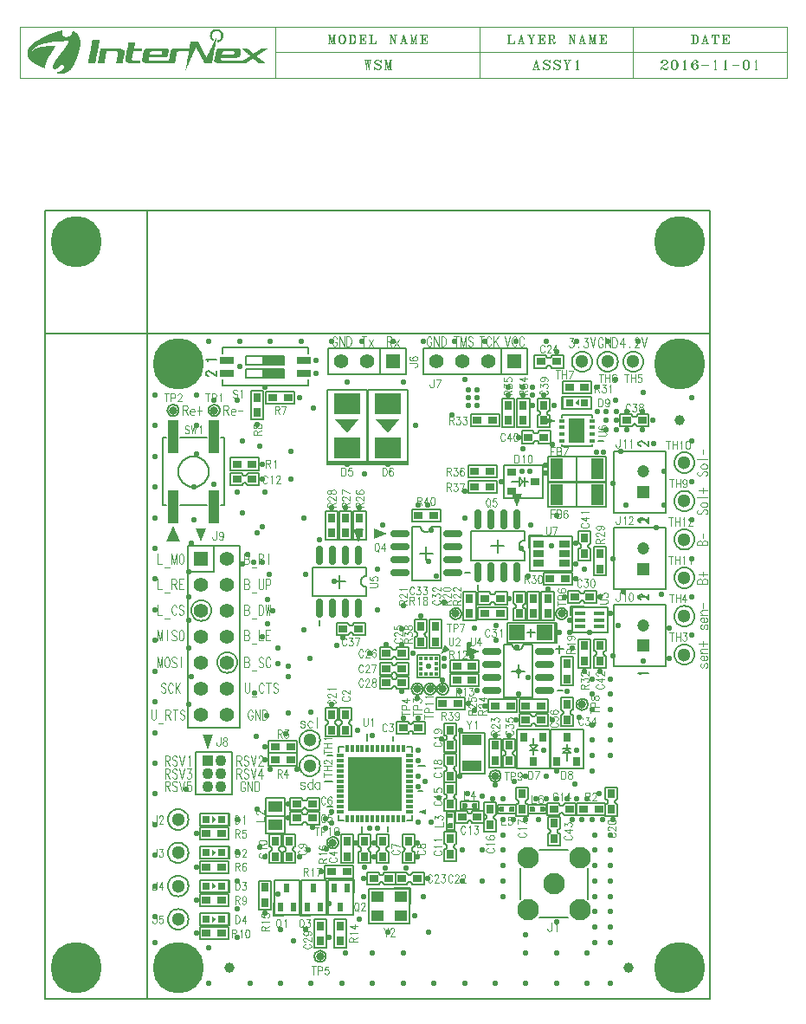
<source format=gbr>
%MOMM*%
%FSLAX33Y33*%
%ADD10C,0.200000*%
%ADD11C,0.120000*%
%ADD12C,0.203200*%
%ADD13C,0.152400*%
%ADD15C,0.100000*%
%ADD18C,1.400000*%
%ADD71R,1.200000X1.200000*%
%ADD20C,1.200000*%
%ADD138C,1.300000*%
%ADD148C,0.550000*%
%ADD149C,5.000000*%
%ADD150R,1.100000X1.100000*%
%ADD151C,1.100000*%
%ADD152R,1.400000X1.400000*%
%ADD153C,2.100000*%
%ADD154R,0.900000X0.800000*%
%ADD155R,0.800000X0.800000*%
%ADD156R,1.000000X3.200000*%
%ADD157C,0.800000*%
%ADD158R,1.397000X0.762000*%
%ADD159R,0.800000X0.900000*%
%ADD160R,0.508000X0.889000*%
%ADD161R,1.450000X1.100000*%
%ADD162C,0.635000*%
%ADD163R,1.300000X1.050000*%
%ADD164R,0.800000X0.300000*%
%ADD165R,0.300000X0.800000*%
%ADD166R,5.250000X5.250000*%
%ADD167R,2.540000X2.006600*%
%ADD168R,1.900000X1.100000*%
%ADD169R,0.350000X0.350000*%
%ADD170R,0.787400X0.889000*%
%ADD171R,1.498600X1.600200*%
%ADD172R,1.016000X0.711200*%
%ADD173R,0.889000X0.787400*%
%ADD174R,1.300000X2.000000*%
%ADD175R,1.650000X2.400000*%
%ADD176R,0.600000X0.325000*%
%ADD177R,0.990600X0.406400*%
%ADD178C,1.000000*%
G90*G71*G01*D02*G54D10*X000000Y000000D02*X065000Y000000D01*X065000Y077000D01*
X000000Y077000D01*X000000Y000000D01*X065000Y065000D02*X010000Y065000D01*
X010000Y000000D01*X010000Y065000D02*X010000Y077000D01*X010000Y065000D02*
X000000Y065000D01*X015100Y008350D02*X017900Y008350D01*X017900Y007150D01*
X015100Y007150D01*X015100Y008350D01*X018000Y008350D02*X018000Y007150D01*
X018000Y008350D02*X017900Y008350D01*X018000Y007150D02*X017900Y007150D01*
X048350Y014550D02*X051150Y014550D01*X053050Y012750D02*X053050Y009750D01*
X051150Y007950D02*X048350Y007950D01*X046450Y009750D02*X046450Y012750D01*
X015100Y014850D02*X017900Y014850D01*X017900Y013650D01*X015100Y013650D01*
X015100Y014850D01*X018000Y014850D02*X018000Y013650D01*X018000Y014850D02*
X017900Y014850D01*X018000Y013650D02*X017900Y013650D01*X015100Y011600D02*
X017900Y011600D01*X017900Y010400D01*X015100Y010400D01*X015100Y011600D01*
X018000Y011600D02*X018000Y010400D01*X018000Y011600D02*X017900Y011600D01*
X018000Y010400D02*X017900Y010400D01*X015100Y018100D02*X017900Y018100D01*
X017900Y016900D01*X015100Y016900D01*X015100Y018100D01*X018000Y018100D02*
X018000Y016900D01*X018000Y018100D02*X017900Y018100D01*X018000Y016900D02*
X017900Y016900D01*X038600Y033600D02*X038600Y031400D01*X036400Y031400D01*
X036400Y033600D01*X038600Y033600D01*X011800Y048200D02*X011500Y048200D01*
X011500Y054800D01*X011800Y054800D01*X013200Y048200D02*X015800Y048200D01*
X013200Y054800D02*X015800Y054800D01*X017200Y048200D02*X017500Y048200D01*
X017500Y054800D01*X017200Y054800D01*X013000Y051500D02*X013029Y051207D01*
X013114Y050926D01*X013253Y050667D01*X013439Y050439D01*X013667Y050253D01*
X013926Y050114D01*X014207Y050029D01*X014500Y050000D01*X014793Y050029D01*
X015074Y050114D01*X015333Y050253D01*X015561Y050439D01*X015747Y050667D01*
X015886Y050926D01*X015971Y051207D01*X016000Y051500D01*X015971Y051793D01*
X015886Y052074D01*X015747Y052333D01*X015561Y052561D01*X015333Y052747D01*
X015074Y052886D01*X014793Y052971D01*X014500Y053000D01*X014207Y052971D01*
X013926Y052886D01*X013667Y052747D01*X013439Y052561D01*X013253Y052333D01*
X013114Y052074D01*X013029Y051793D01*X013000Y051500D01*X053400Y057650D02*
X050600Y057650D01*X050600Y058850D01*X053400Y058850D01*X053400Y057650D01*
X050500Y057650D02*X050500Y058850D01*X050500Y057650D02*X050600Y057650D01*
X050500Y058850D02*X050600Y058850D01*D02*G54D11*X064235Y032803D02*
X064144Y032757D01*X064098Y032634D01*X064098Y032511D01*X064144Y032384D01*
X064235Y032347D01*X064326Y032384D01*X064371Y032470D01*X064417Y032675D01*
X064477Y032757D01*X064568Y032803D01*X064614Y032803D01*X064705Y032757D01*
X064750Y032634D01*X064750Y032511D01*X064705Y032384D01*X064614Y032347D01*
X064371Y033048D02*X064371Y033503D01*X064280Y033503D01*X064189Y033462D01*
X064144Y033425D01*X064098Y033348D01*X064098Y033234D01*X064144Y033161D01*
X064235Y033084D01*X064371Y033048D01*X064477Y033048D01*X064614Y033084D01*
X064705Y033161D01*X064750Y033234D01*X064750Y033348D01*X064705Y033425D01*
X064614Y033503D01*X064280Y033748D02*X064144Y033870D01*X064098Y033952D01*
X064098Y034075D01*X064144Y034157D01*X064280Y034203D01*X064750Y034203D01*
X064098Y033748D02*X064750Y033748D01*X064326Y034448D02*X064326Y034903D01*
X063902Y034675D02*X064750Y034675D01*X064235Y036553D02*X064144Y036507D01*
X064098Y036384D01*X064098Y036261D01*X064144Y036134D01*X064235Y036098D01*
X064326Y036134D01*X064371Y036220D01*X064417Y036425D01*X064477Y036507D01*
X064568Y036553D01*X064614Y036553D01*X064705Y036507D01*X064750Y036384D01*
X064750Y036261D01*X064705Y036134D01*X064614Y036098D01*X064371Y036798D02*
X064371Y037253D01*X064280Y037253D01*X064189Y037212D01*X064144Y037175D01*
X064098Y037098D01*X064098Y036984D01*X064144Y036911D01*X064235Y036834D01*
X064371Y036798D01*X064477Y036798D01*X064614Y036834D01*X064705Y036911D01*
X064750Y036984D01*X064750Y037098D01*X064705Y037175D01*X064614Y037253D01*
X064280Y037498D02*X064144Y037620D01*X064098Y037702D01*X064098Y037825D01*
X064144Y037907D01*X064280Y037953D01*X064750Y037953D01*X064098Y037498D02*
X064750Y037498D01*X064326Y038198D02*X064326Y038653D01*X064235Y040548D02*
X064235Y040839D01*X064280Y040934D01*X064326Y040966D01*X064417Y041003D01*
X064568Y041003D01*X064659Y040966D01*X064705Y040934D01*X064750Y040839D01*
X064750Y040548D01*X063750Y040548D01*X063750Y040839D01*X063811Y040934D01*
X063856Y040966D01*X063947Y041003D01*X064038Y041003D01*X064129Y040966D01*
X064189Y040934D01*X064235Y040839D01*X064326Y041248D02*X064326Y041703D01*
X063902Y041475D02*X064750Y041475D01*X064235Y044298D02*X064235Y044589D01*
X064280Y044684D01*X064326Y044716D01*X064417Y044753D01*X064568Y044753D01*
X064659Y044716D01*X064705Y044684D01*X064750Y044589D01*X064750Y044298D01*
X063750Y044298D01*X063750Y044589D01*X063811Y044684D01*X063856Y044716D01*
X063947Y044753D01*X064038Y044753D01*X064129Y044716D01*X064189Y044684D01*
X064235Y044589D01*X064326Y044998D02*X064326Y045453D01*X063902Y047803D02*
X063811Y047734D01*X063750Y047639D01*X063750Y047507D01*X063811Y047411D01*
X063902Y047348D01*X063992Y047348D01*X064083Y047379D01*X064129Y047411D01*
X064189Y047475D01*X064280Y047671D01*X064326Y047734D01*X064371Y047766D01*
X064462Y047803D01*X064614Y047803D01*X064705Y047734D01*X064750Y047639D01*
X064750Y047507D01*X064705Y047411D01*X064614Y047348D01*X064098Y048220D02*
X064144Y048152D01*X064235Y048079D01*X064371Y048048D01*X064477Y048048D01*
X064614Y048079D01*X064705Y048152D01*X064750Y048220D01*X064750Y048325D01*
X064705Y048393D01*X064614Y048466D01*X064477Y048503D01*X064371Y048503D01*
X064235Y048466D01*X064144Y048393D01*X064098Y048325D01*X064098Y048220D01*
X063765Y048975D02*X064750Y048975D01*X064326Y049448D02*X064326Y049903D01*
X063902Y049675D02*X064750Y049675D01*X025403Y021015D02*X025357Y021106D01*
X025234Y021152D01*X025111Y021152D01*X024984Y021106D01*X024948Y021015D01*
X024984Y020924D01*X025070Y020879D01*X025275Y020833D01*X025357Y020773D01*
X025403Y020682D01*X025403Y020636D01*X025357Y020545D01*X025234Y020500D01*
X025111Y020500D01*X024984Y020545D01*X024948Y020636D01*X026103Y021015D02*
X026025Y021106D01*X025948Y021152D01*X025834Y021152D01*X025761Y021106D01*
X025684Y021015D01*X025648Y020879D01*X025648Y020773D01*X025684Y020636D01*
X025761Y020545D01*X025834Y020500D01*X025948Y020500D01*X026025Y020545D01*
X026103Y020636D01*X026103Y021485D02*X026103Y020500D01*X026803Y021015D02*
X026725Y021106D01*X026648Y021152D01*X026534Y021152D01*X026457Y021106D01*
X026384Y021015D01*X026348Y020879D01*X026348Y020773D01*X026384Y020636D01*
X026457Y020545D01*X026534Y020500D01*X026648Y020500D01*X026725Y020545D01*
X026803Y020636D01*X026803Y021152D02*X026803Y020500D01*X013448Y057000D02*
X013448Y058000D01*X013739Y058000D01*X013834Y057939D01*X013866Y057894D01*
X013903Y057803D01*X013903Y057712D01*X013866Y057621D01*X013834Y057561D01*
X013739Y057515D01*X013448Y057515D01*X013670Y057515D02*X013903Y057000D01*
X014148Y057379D02*X014603Y057379D01*X014603Y057470D01*X014562Y057561D01*
X014525Y057606D01*X014448Y057652D01*X014334Y057652D01*X014261Y057606D01*
X014184Y057515D01*X014148Y057379D01*X014148Y057273D01*X014184Y057136D01*
X014261Y057045D01*X014334Y057000D01*X014448Y057000D01*X014525Y057045D01*
X014603Y057136D01*X014848Y057424D02*X015303Y057424D01*X015075Y057848D02*
X015075Y057000D01*X017448Y057000D02*X017448Y058000D01*X017739Y058000D01*
X017834Y057939D01*X017866Y057894D01*X017903Y057803D01*X017903Y057712D01*
X017866Y057621D01*X017834Y057561D01*X017739Y057515D01*X017448Y057515D01*
X017670Y057515D02*X017903Y057000D01*X018148Y057379D02*X018603Y057379D01*
X018603Y057470D01*X018562Y057561D01*X018525Y057606D01*X018448Y057652D01*
X018334Y057652D01*X018261Y057606D01*X018184Y057515D01*X018148Y057379D01*
X018148Y057273D01*X018184Y057136D01*X018261Y057045D01*X018334Y057000D01*
X018448Y057000D01*X018525Y057045D01*X018603Y057136D01*X018848Y057424D02*
X019303Y057424D01*X025403Y027015D02*X025357Y027106D01*X025234Y027152D01*
X025111Y027152D01*X024984Y027106D01*X024948Y027015D01*X024984Y026924D01*
X025070Y026879D01*X025275Y026833D01*X025357Y026773D01*X025403Y026682D01*
X025403Y026636D01*X025357Y026545D01*X025234Y026500D01*X025111Y026500D01*
X024984Y026545D01*X024948Y026636D01*X026103Y027015D02*X026025Y027106D01*
X025948Y027152D01*X025834Y027152D01*X025761Y027106D01*X025684Y027015D01*
X025648Y026879D01*X025648Y026773D01*X025684Y026636D01*X025761Y026545D01*
X025834Y026500D01*X025948Y026500D01*X026025Y026545D01*X026103Y026636D01*
X026575Y027485D02*X026575Y026500D01*X056523Y064610D02*X056523Y063625D01*
X056523Y064610D02*X056223Y063958D01*X056678Y063958D01*X057145Y063716D02*
X057127Y063670D01*X057145Y063625D01*X057164Y063670D01*X057145Y063716D01*
X057654Y064383D02*X057654Y064428D01*X057686Y064519D01*X057718Y064564D01*
X057782Y064625D01*X057914Y064625D01*X057977Y064564D01*X058009Y064519D01*
X058041Y064428D01*X058041Y064337D01*X058009Y064246D01*X057946Y064095D01*
X057623Y063625D01*X058078Y063625D01*X058323Y064625D02*X058545Y063625D01*
X058778Y064625D01*X054528Y064383D02*X054496Y064473D01*X054432Y064564D01*
X054373Y064625D01*X054250Y064625D01*X054191Y064564D01*X054132Y064473D01*
X054100Y064383D01*X054073Y064246D01*X054073Y064004D01*X054100Y063867D01*
X054132Y063761D01*X054191Y063670D01*X054250Y063625D01*X054373Y063625D01*
X054432Y063670D01*X054496Y063761D01*X054528Y063867D01*X054528Y064004D01*
X054373Y064004D01*X054773Y063625D02*X054773Y064625D01*X055228Y063625D01*
X055228Y064625D01*X055473Y064625D02*X055700Y064625D01*X055796Y064564D01*
X055859Y064473D01*X055891Y064383D01*X055928Y064246D01*X055928Y064004D01*
X055891Y063867D01*X055859Y063761D01*X055796Y063670D01*X055700Y063625D01*
X055473Y063625D01*X055473Y064625D01*X051286Y064610D02*X051641Y064610D01*
X051445Y064231D01*X051546Y064231D01*X051609Y064186D01*X051641Y064140D01*
X051678Y064004D01*X051678Y063898D01*X051641Y063761D01*X051577Y063670D01*
X051482Y063625D01*X051382Y063625D01*X051286Y063670D01*X051254Y063716D01*
X051223Y063807D01*X052145Y063716D02*X052127Y063670D01*X052145Y063625D01*
X052164Y063670D01*X052145Y063716D01*X052686Y064610D02*X053041Y064610D01*
X052845Y064231D01*X052946Y064231D01*X053009Y064186D01*X053041Y064140D01*
X053078Y064004D01*X053078Y063898D01*X053041Y063761D01*X052977Y063670D01*
X052882Y063625D01*X052782Y063625D01*X052686Y063670D01*X052654Y063716D01*
X052623Y063807D01*X053323Y064625D02*X053545Y063625D01*X053778Y064625D01*
X063902Y051553D02*X063811Y051484D01*X063750Y051389D01*X063750Y051257D01*
X063811Y051161D01*X063902Y051098D01*X063992Y051098D01*X064083Y051129D01*
X064129Y051161D01*X064189Y051225D01*X064280Y051421D01*X064326Y051484D01*
X064371Y051516D01*X064462Y051553D01*X064614Y051553D01*X064705Y051484D01*
X064750Y051389D01*X064750Y051257D01*X064705Y051161D01*X064614Y051098D01*
X064098Y051970D02*X064144Y051902D01*X064235Y051829D01*X064371Y051798D01*
X064477Y051798D01*X064614Y051829D01*X064705Y051902D01*X064750Y051970D01*
X064750Y052075D01*X064705Y052143D01*X064614Y052216D01*X064477Y052253D01*
X064371Y052253D01*X064235Y052216D01*X064144Y052143D01*X064098Y052075D01*
X064098Y051970D01*X063765Y052725D02*X064750Y052725D01*X064326Y053198D02*
X064326Y053653D01*X020278Y028008D02*X020246Y028098D01*X020182Y028189D01*
X020123Y028250D01*X020000Y028250D01*X019941Y028189D01*X019882Y028098D01*
X019850Y028008D01*X019823Y027871D01*X019823Y027629D01*X019850Y027492D01*
X019882Y027386D01*X019941Y027295D01*X020000Y027250D01*X020123Y027250D01*
X020182Y027295D01*X020246Y027386D01*X020278Y027492D01*X020278Y027629D01*
X020123Y027629D01*X020523Y027250D02*X020523Y028250D01*X020978Y027250D01*
X020978Y028250D01*X021223Y028250D02*X021450Y028250D01*X021546Y028189D01*
X021609Y028098D01*X021641Y028008D01*X021678Y027871D01*X021678Y027629D01*
X021641Y027492D01*X021609Y027386D01*X021546Y027295D01*X021450Y027250D01*
X021223Y027250D01*X021223Y028250D01*X010373Y028250D02*X010373Y027538D01*
X010404Y027386D01*X010468Y027295D01*X010568Y027250D01*X010632Y027250D01*
X010727Y027295D01*X010791Y027386D01*X010828Y027538D01*X010828Y028250D01*
X011073Y026917D02*X011528Y026917D01*X011773Y027250D02*X011773Y028250D01*
X012064Y028250D01*X012159Y028189D01*X012191Y028144D01*X012228Y028053D01*
X012228Y027962D01*X012191Y027871D01*X012159Y027811D01*X012064Y027765D01*
X011773Y027765D01*X011995Y027765D02*X012228Y027250D01*X012473Y028250D02*
X012928Y028250D01*X012700Y028250D02*X012700Y027250D01*X013628Y028098D02*
X013559Y028189D01*X013464Y028250D01*X013332Y028250D01*X013236Y028189D01*
X013173Y028098D01*X013173Y028008D01*X013204Y027917D01*X013236Y027871D01*
X013300Y027811D01*X013496Y027720D01*X013559Y027674D01*X013591Y027629D01*
X013628Y027538D01*X013628Y027386D01*X013559Y027295D01*X013464Y027250D01*
X013332Y027250D01*X013236Y027295D01*X013173Y027386D01*X011778Y030723D02*
X011709Y030814D01*X011614Y030875D01*X011482Y030875D01*X011386Y030814D01*
X011323Y030723D01*X011323Y030633D01*X011354Y030542D01*X011386Y030496D01*
X011450Y030436D01*X011646Y030345D01*X011709Y030299D01*X011741Y030254D01*
X011778Y030163D01*X011778Y030011D01*X011709Y029920D01*X011614Y029875D01*
X011482Y029875D01*X011386Y029920D01*X011323Y030011D01*X012478Y030633D02*
X012446Y030723D01*X012382Y030814D01*X012323Y030875D01*X012200Y030875D01*
X012141Y030814D01*X012082Y030723D01*X012050Y030633D01*X012023Y030496D01*
X012023Y030254D01*X012050Y030117D01*X012082Y030011D01*X012141Y029920D01*
X012200Y029875D01*X012323Y029875D01*X012382Y029920D01*X012446Y030011D01*
X012478Y030117D01*X012882Y030436D02*X013178Y029875D01*X013178Y030875D02*
X012723Y030208D01*X012723Y030875D02*X012723Y029875D01*X019498Y030875D02*
X019498Y030163D01*X019529Y030011D01*X019593Y029920D01*X019693Y029875D01*
X019757Y029875D01*X019852Y029920D01*X019916Y030011D01*X019953Y030163D01*
X019953Y030875D01*X020198Y029542D02*X020653Y029542D01*X021353Y030633D02*
X021321Y030723D01*X021257Y030814D01*X021198Y030875D01*X021075Y030875D01*
X021016Y030814D01*X020957Y030723D01*X020925Y030633D01*X020898Y030496D01*
X020898Y030254D01*X020925Y030117D01*X020957Y030011D01*X021016Y029920D01*
X021075Y029875D01*X021198Y029875D01*X021257Y029920D01*X021321Y030011D01*
X021353Y030117D01*X021598Y030875D02*X022053Y030875D01*X021825Y030875D02*
X021825Y029875D01*X022753Y030723D02*X022684Y030814D01*X022589Y030875D01*
X022457Y030875D01*X022361Y030814D01*X022298Y030723D01*X022298Y030633D01*
X022329Y030542D01*X022361Y030496D01*X022425Y030436D01*X022621Y030345D01*
X022684Y030299D01*X022716Y030254D01*X022753Y030163D01*X022753Y030011D01*
X022684Y029920D01*X022589Y029875D01*X022457Y029875D01*X022361Y029920D01*
X022298Y030011D01*X019473Y032890D02*X019764Y032890D01*X019859Y032845D01*
X019891Y032799D01*X019928Y032708D01*X019928Y032557D01*X019891Y032466D01*
X019859Y032420D01*X019764Y032375D01*X019473Y032375D01*X019473Y033375D01*
X019764Y033375D01*X019859Y033314D01*X019891Y033269D01*X019928Y033178D01*
X019928Y033087D01*X019891Y032996D01*X019859Y032936D01*X019764Y032890D01*
X020173Y032042D02*X020628Y032042D01*X021328Y033223D02*X021259Y033314D01*
X021164Y033375D01*X021032Y033375D01*X020936Y033314D01*X020873Y033223D01*
X020873Y033133D01*X020904Y033042D01*X020936Y032996D01*X021000Y032936D01*
X021196Y032845D01*X021259Y032799D01*X021291Y032754D01*X021328Y032663D01*
X021328Y032511D01*X021259Y032420D01*X021164Y032375D01*X021032Y032375D01*
X020936Y032420D01*X020873Y032511D01*X022028Y033133D02*X021996Y033223D01*
X021932Y033314D01*X021873Y033375D01*X021750Y033375D01*X021691Y033314D01*
X021632Y033223D01*X021600Y033133D01*X021573Y032996D01*X021573Y032754D01*
X021600Y032617D01*X021632Y032511D01*X021691Y032420D01*X021750Y032375D01*
X021873Y032375D01*X021932Y032420D01*X021996Y032511D01*X022028Y032617D01*
X010973Y032375D02*X010973Y033375D01*X011200Y032375D01*X011428Y033375D01*
X011428Y032375D01*X011841Y033375D02*X011786Y033314D01*X011727Y033223D01*
X011700Y033133D01*X011673Y032996D01*X011673Y032754D01*X011700Y032617D01*
X011727Y032511D01*X011786Y032420D01*X011841Y032375D01*X011955Y032375D01*
X012009Y032420D01*X012068Y032511D01*X012096Y032617D01*X012128Y032754D01*
X012128Y032996D01*X012096Y033133D01*X012068Y033223D01*X012009Y033314D01*
X011955Y033375D01*X011841Y033375D01*X012828Y033223D02*X012759Y033314D01*
X012664Y033375D01*X012532Y033375D01*X012436Y033314D01*X012373Y033223D01*
X012373Y033133D01*X012404Y033042D01*X012436Y032996D01*X012500Y032936D01*
X012696Y032845D01*X012759Y032799D01*X012791Y032754D01*X012828Y032663D01*
X012828Y032511D01*X012759Y032420D01*X012664Y032375D01*X012532Y032375D01*
X012436Y032420D01*X012373Y032511D01*X013300Y033375D02*X013300Y032375D01*
X010973Y035000D02*X010973Y036000D01*X011200Y035000D01*X011428Y036000D01*
X011428Y035000D01*X011900Y036000D02*X011900Y035000D01*X012828Y035848D02*
X012759Y035939D01*X012664Y036000D01*X012532Y036000D01*X012436Y035939D01*
X012373Y035848D01*X012373Y035758D01*X012404Y035667D01*X012436Y035621D01*
X012500Y035561D01*X012696Y035470D01*X012759Y035424D01*X012791Y035379D01*
X012828Y035288D01*X012828Y035136D01*X012759Y035045D01*X012664Y035000D01*
X012532Y035000D01*X012436Y035045D01*X012373Y035136D01*X013241Y036000D02*
X013186Y035939D01*X013127Y035848D01*X013100Y035758D01*X013073Y035621D01*
X013073Y035379D01*X013100Y035242D01*X013127Y035136D01*X013186Y035045D01*
X013241Y035000D01*X013355Y035000D01*X013409Y035045D01*X013468Y035136D01*
X013496Y035242D01*X013528Y035379D01*X013528Y035621D01*X013496Y035758D01*
X013468Y035848D01*X013409Y035939D01*X013355Y036000D01*X013241Y036000D01*
X019473Y035515D02*X019764Y035515D01*X019859Y035470D01*X019891Y035424D01*
X019928Y035333D01*X019928Y035182D01*X019891Y035091D01*X019859Y035045D01*
X019764Y035000D01*X019473Y035000D01*X019473Y036000D01*X019764Y036000D01*
X019859Y035939D01*X019891Y035894D01*X019928Y035803D01*X019928Y035712D01*
X019891Y035621D01*X019859Y035561D01*X019764Y035515D01*X020173Y034667D02*
X020628Y034667D01*X020873Y036000D02*X020873Y035000D01*X021328Y035000D01*
X022028Y036000D02*X021573Y036000D01*X021573Y035000D01*X022028Y035000D01*
X021573Y035515D02*X021850Y035515D01*X019473Y038015D02*X019764Y038015D01*
X019859Y037970D01*X019891Y037924D01*X019928Y037833D01*X019928Y037682D01*
X019891Y037591D01*X019859Y037545D01*X019764Y037500D01*X019473Y037500D01*
X019473Y038500D01*X019764Y038500D01*X019859Y038439D01*X019891Y038394D01*
X019928Y038303D01*X019928Y038212D01*X019891Y038121D01*X019859Y038061D01*
X019764Y038015D01*X020173Y037167D02*X020628Y037167D01*X020873Y038500D02*
X021100Y038500D01*X021196Y038439D01*X021259Y038348D01*X021291Y038258D01*
X021328Y038121D01*X021328Y037879D01*X021291Y037742D01*X021259Y037636D01*
X021196Y037545D01*X021100Y037500D01*X020873Y037500D01*X020873Y038500D01*
X021573Y038500D02*X021682Y037500D01*X021795Y038500D01*X021909Y037500D01*
X022028Y038500D01*X010973Y038500D02*X010973Y037500D01*X011428Y037500D01*
X011673Y037167D02*X012128Y037167D01*X012828Y038258D02*X012796Y038348D01*
X012732Y038439D01*X012673Y038500D01*X012550Y038500D01*X012491Y038439D01*
X012432Y038348D01*X012400Y038258D01*X012373Y038121D01*X012373Y037879D01*
X012400Y037742D01*X012432Y037636D01*X012491Y037545D01*X012550Y037500D01*
X012673Y037500D01*X012732Y037545D01*X012796Y037636D01*X012828Y037742D01*
X013528Y038348D02*X013459Y038439D01*X013364Y038500D01*X013232Y038500D01*
X013136Y038439D01*X013073Y038348D01*X013073Y038258D01*X013104Y038167D01*
X013136Y038121D01*X013200Y038061D01*X013396Y037970D01*X013459Y037924D01*
X013491Y037879D01*X013528Y037788D01*X013528Y037636D01*X013459Y037545D01*
X013364Y037500D01*X013232Y037500D01*X013136Y037545D01*X013073Y037636D01*
X010973Y041000D02*X010973Y040000D01*X011428Y040000D01*X011673Y039667D02*
X012128Y039667D01*X012373Y040000D02*X012373Y041000D01*X012664Y041000D01*
X012759Y040939D01*X012791Y040894D01*X012828Y040803D01*X012828Y040712D01*
X012791Y040621D01*X012759Y040561D01*X012664Y040515D01*X012373Y040515D01*
X012595Y040515D02*X012828Y040000D01*X013528Y041000D02*X013073Y041000D01*
X013073Y040000D01*X013528Y040000D01*X013073Y040515D02*X013350Y040515D01*
X019473Y040515D02*X019764Y040515D01*X019859Y040470D01*X019891Y040424D01*
X019928Y040333D01*X019928Y040182D01*X019891Y040091D01*X019859Y040045D01*
X019764Y040000D01*X019473Y040000D01*X019473Y041000D01*X019764Y041000D01*
X019859Y040939D01*X019891Y040894D01*X019928Y040803D01*X019928Y040712D01*
X019891Y040621D01*X019859Y040561D01*X019764Y040515D01*X020173Y039667D02*
X020628Y039667D01*X020873Y041000D02*X020873Y040288D01*X020904Y040136D01*
X020968Y040045D01*X021068Y040000D01*X021132Y040000D01*X021227Y040045D01*
X021291Y040136D01*X021328Y040288D01*X021328Y041000D01*X021573Y040000D02*
X021573Y041000D01*X021864Y041000D01*X021959Y040939D01*X021991Y040894D01*
X022028Y040803D01*X022028Y040667D01*X021991Y040561D01*X021959Y040515D01*
X021864Y040470D01*X021573Y040470D01*X019473Y043015D02*X019764Y043015D01*
X019859Y042970D01*X019891Y042924D01*X019928Y042833D01*X019928Y042682D01*
X019891Y042591D01*X019859Y042545D01*X019764Y042500D01*X019473Y042500D01*
X019473Y043500D01*X019764Y043500D01*X019859Y043439D01*X019891Y043394D01*
X019928Y043303D01*X019928Y043212D01*X019891Y043121D01*X019859Y043061D01*
X019764Y043015D01*X020173Y042167D02*X020628Y042167D01*X020873Y042500D02*
X020873Y043500D01*X021164Y043500D01*X021259Y043439D01*X021291Y043394D01*
X021328Y043303D01*X021328Y043212D01*X021291Y043121D01*X021259Y043061D01*
X021164Y043015D01*X020873Y043015D01*X021095Y043015D02*X021328Y042500D01*
X021800Y043500D02*X021800Y042500D01*X010973Y043500D02*X010973Y042500D01*
X011428Y042500D01*X011673Y042167D02*X012128Y042167D01*X012373Y042500D02*
X012373Y043500D01*X012600Y042500D01*X012828Y043500D01*X012828Y042500D01*
X013241Y043500D02*X013186Y043439D01*X013127Y043348D01*X013100Y043258D01*
X013073Y043121D01*X013073Y042879D01*X013100Y042742D01*X013127Y042636D01*
X013186Y042545D01*X013241Y042500D01*X013355Y042500D01*X013409Y042545D01*
X013468Y042636D01*X013496Y042742D01*X013528Y042879D01*X013528Y043121D01*
X013496Y043258D01*X013468Y043348D01*X013409Y043439D01*X013355Y043500D01*
X013241Y043500D01*X019528Y021008D02*X019496Y021098D01*X019432Y021189D01*
X019373Y021250D01*X019250Y021250D01*X019191Y021189D01*X019132Y021098D01*
X019100Y021008D01*X019073Y020871D01*X019073Y020629D01*X019100Y020492D01*
X019132Y020386D01*X019191Y020295D01*X019250Y020250D01*X019373Y020250D01*
X019432Y020295D01*X019496Y020386D01*X019528Y020492D01*X019528Y020629D01*
X019373Y020629D01*X019773Y020250D02*X019773Y021250D01*X020228Y020250D01*
X020228Y021250D01*X020473Y021250D02*X020700Y021250D01*X020796Y021189D01*
X020859Y021098D01*X020891Y021008D01*X020928Y020871D01*X020928Y020629D01*
X020891Y020492D01*X020859Y020386D01*X020796Y020295D01*X020700Y020250D01*
X020473Y020250D01*X020473Y021250D01*X011723Y020250D02*X011723Y021250D01*
X012014Y021250D01*X012109Y021189D01*X012141Y021144D01*X012178Y021053D01*
X012178Y020962D01*X012141Y020871D01*X012109Y020811D01*X012014Y020765D01*
X011723Y020765D01*X011945Y020765D02*X012178Y020250D01*X012878Y021098D02*
X012809Y021189D01*X012714Y021250D01*X012582Y021250D01*X012486Y021189D01*
X012423Y021098D01*X012423Y021008D01*X012454Y020917D01*X012486Y020871D01*
X012550Y020811D01*X012746Y020720D01*X012809Y020674D01*X012841Y020629D01*
X012878Y020538D01*X012878Y020386D01*X012809Y020295D01*X012714Y020250D01*
X012582Y020250D01*X012486Y020295D01*X012423Y020386D01*X013123Y021250D02*
X013345Y020250D01*X013578Y021250D01*X014209Y021235D02*X013886Y021235D01*
X013854Y020811D01*X013886Y020856D01*X013982Y020902D01*X014077Y020902D01*
X014177Y020856D01*X014241Y020765D01*X014278Y020629D01*X014278Y020523D01*
X014241Y020386D01*X014177Y020295D01*X014077Y020250D01*X013982Y020250D01*
X013886Y020295D01*X013854Y020341D01*X013823Y020432D01*X011723Y021500D02*
X011723Y022500D01*X012014Y022500D01*X012109Y022439D01*X012141Y022394D01*
X012178Y022303D01*X012178Y022212D01*X012141Y022121D01*X012109Y022061D01*
X012014Y022015D01*X011723Y022015D01*X011945Y022015D02*X012178Y021500D01*
X012878Y022348D02*X012809Y022439D01*X012714Y022500D01*X012582Y022500D01*
X012486Y022439D01*X012423Y022348D01*X012423Y022258D01*X012454Y022167D01*
X012486Y022121D01*X012550Y022061D01*X012746Y021970D01*X012809Y021924D01*
X012841Y021879D01*X012878Y021788D01*X012878Y021636D01*X012809Y021545D01*
X012714Y021500D01*X012582Y021500D01*X012486Y021545D01*X012423Y021636D01*
X013123Y022500D02*X013345Y021500D01*X013578Y022500D01*X013886Y022485D02*
X014241Y022485D01*X014045Y022106D01*X014146Y022106D01*X014209Y022061D01*
X014241Y022015D01*X014278Y021879D01*X014278Y021773D01*X014241Y021636D01*
X014177Y021545D01*X014082Y021500D01*X013982Y021500D01*X013886Y021545D01*
X013854Y021591D01*X013823Y021682D01*X018723Y021500D02*X018723Y022500D01*
X019014Y022500D01*X019109Y022439D01*X019141Y022394D01*X019178Y022303D01*
X019178Y022212D01*X019141Y022121D01*X019109Y022061D01*X019014Y022015D01*
X018723Y022015D01*X018945Y022015D02*X019178Y021500D01*X019878Y022348D02*
X019809Y022439D01*X019714Y022500D01*X019582Y022500D01*X019486Y022439D01*
X019423Y022348D01*X019423Y022258D01*X019454Y022167D01*X019486Y022121D01*
X019550Y022061D01*X019746Y021970D01*X019809Y021924D01*X019841Y021879D01*
X019878Y021788D01*X019878Y021636D01*X019809Y021545D01*X019714Y021500D01*
X019582Y021500D01*X019486Y021545D01*X019423Y021636D01*X020123Y022500D02*
X020345Y021500D01*X020578Y022500D01*X021123Y022485D02*X021123Y021500D01*
X021123Y022485D02*X020823Y021833D01*X021278Y021833D01*X018723Y022750D02*
X018723Y023750D01*X019014Y023750D01*X019109Y023689D01*X019141Y023644D01*
X019178Y023553D01*X019178Y023462D01*X019141Y023371D01*X019109Y023311D01*
X019014Y023265D01*X018723Y023265D01*X018945Y023265D02*X019178Y022750D01*
X019878Y023598D02*X019809Y023689D01*X019714Y023750D01*X019582Y023750D01*
X019486Y023689D01*X019423Y023598D01*X019423Y023508D01*X019454Y023417D01*
X019486Y023371D01*X019550Y023311D01*X019746Y023220D01*X019809Y023174D01*
X019841Y023129D01*X019878Y023038D01*X019878Y022886D01*X019809Y022795D01*
X019714Y022750D01*X019582Y022750D01*X019486Y022795D01*X019423Y022886D01*
X020123Y023750D02*X020345Y022750D01*X020578Y023750D01*X020854Y023508D02*
X020854Y023553D01*X020886Y023644D01*X020918Y023689D01*X020982Y023750D01*
X021114Y023750D01*X021177Y023689D01*X021209Y023644D01*X021241Y023553D01*
X021241Y023462D01*X021209Y023371D01*X021146Y023220D01*X020823Y022750D01*
X021278Y022750D01*X011723Y022750D02*X011723Y023750D01*X012014Y023750D01*
X012109Y023689D01*X012141Y023644D01*X012178Y023553D01*X012178Y023462D01*
X012141Y023371D01*X012109Y023311D01*X012014Y023265D01*X011723Y023265D01*
X011945Y023265D02*X012178Y022750D01*X012878Y023598D02*X012809Y023689D01*
X012714Y023750D01*X012582Y023750D01*X012486Y023689D01*X012423Y023598D01*
X012423Y023508D01*X012454Y023417D01*X012486Y023371D01*X012550Y023311D01*
X012746Y023220D01*X012809Y023174D01*X012841Y023129D01*X012878Y023038D01*
X012878Y022886D01*X012809Y022795D01*X012714Y022750D01*X012582Y022750D01*
X012486Y022795D01*X012423Y022886D01*X013123Y023750D02*X013345Y022750D01*
X013578Y023750D01*X014000Y023553D02*X014036Y023598D01*X014091Y023735D01*
X014091Y022750D01*X037778Y064508D02*X037746Y064598D01*X037682Y064689D01*
X037623Y064750D01*X037500Y064750D01*X037441Y064689D01*X037382Y064598D01*
X037350Y064508D01*X037323Y064371D01*X037323Y064129D01*X037350Y063992D01*
X037382Y063886D01*X037441Y063795D01*X037500Y063750D01*X037623Y063750D01*
X037682Y063795D01*X037746Y063886D01*X037778Y063992D01*X037778Y064129D01*
X037623Y064129D01*X038023Y063750D02*X038023Y064750D01*X038478Y063750D01*
X038478Y064750D01*X038723Y064750D02*X038950Y064750D01*X039046Y064689D01*
X039109Y064598D01*X039141Y064508D01*X039178Y064371D01*X039178Y064129D01*
X039141Y063992D01*X039109Y063886D01*X039046Y063795D01*X038950Y063750D01*
X038723Y063750D01*X038723Y064750D01*X044948Y064750D02*X045170Y063750D01*
X045403Y064750D01*X046103Y064508D02*X046071Y064598D01*X046007Y064689D01*
X045948Y064750D01*X045825Y064750D01*X045766Y064689D01*X045707Y064598D01*
X045675Y064508D01*X045648Y064371D01*X045648Y064129D01*X045675Y063992D01*
X045707Y063886D01*X045766Y063795D01*X045825Y063750D01*X045948Y063750D01*
X046007Y063795D01*X046071Y063886D01*X046103Y063992D01*X046803Y064508D02*
X046771Y064598D01*X046707Y064689D01*X046648Y064750D01*X046525Y064750D01*
X046466Y064689D01*X046407Y064598D01*X046375Y064508D01*X046348Y064371D01*
X046348Y064129D01*X046375Y063992D01*X046407Y063886D01*X046466Y063795D01*
X046525Y063750D01*X046648Y063750D01*X046707Y063795D01*X046771Y063886D01*
X046803Y063992D01*X042448Y064750D02*X042903Y064750D01*X042675Y064750D02*
X042675Y063750D01*X043603Y064508D02*X043571Y064598D01*X043507Y064689D01*
X043448Y064750D01*X043325Y064750D01*X043266Y064689D01*X043207Y064598D01*
X043175Y064508D01*X043148Y064371D01*X043148Y064129D01*X043175Y063992D01*
X043207Y063886D01*X043266Y063795D01*X043325Y063750D01*X043448Y063750D01*
X043507Y063795D01*X043571Y063886D01*X043603Y063992D01*X044007Y064311D02*
X044303Y063750D01*X044303Y064750D02*X043848Y064083D01*X043848Y064750D02*
X043848Y063750D01*X039948Y064750D02*X040403Y064750D01*X040175Y064750D02*
X040175Y063750D01*X040648Y063750D02*X040648Y064750D01*X040875Y063750D01*
X041103Y064750D01*X041103Y063750D01*X041803Y064598D02*X041734Y064689D01*
X041639Y064750D01*X041507Y064750D01*X041411Y064689D01*X041348Y064598D01*
X041348Y064508D01*X041379Y064417D01*X041411Y064371D01*X041475Y064311D01*
X041671Y064220D01*X041734Y064174D01*X041766Y064129D01*X041803Y064038D01*
X041803Y063886D01*X041734Y063795D01*X041639Y063750D01*X041507Y063750D01*
X041411Y063795D01*X041348Y063886D01*X028528Y064508D02*X028496Y064598D01*
X028432Y064689D01*X028373Y064750D01*X028250Y064750D01*X028191Y064689D01*
X028132Y064598D01*X028100Y064508D01*X028073Y064371D01*X028073Y064129D01*
X028100Y063992D01*X028132Y063886D01*X028191Y063795D01*X028250Y063750D01*
X028373Y063750D01*X028432Y063795D01*X028496Y063886D01*X028528Y063992D01*
X028528Y064129D01*X028373Y064129D01*X028773Y063750D02*X028773Y064750D01*
X029228Y063750D01*X029228Y064750D01*X029473Y064750D02*X029700Y064750D01*
X029796Y064689D01*X029859Y064598D01*X029891Y064508D01*X029928Y064371D01*
X029928Y064129D01*X029891Y063992D01*X029859Y063886D01*X029796Y063795D01*
X029700Y063750D01*X029473Y063750D01*X029473Y064750D01*X030923Y064750D02*
X031378Y064750D01*X031150Y064750D02*X031150Y063750D01*X032078Y064402D02*
X031623Y063750D01*X031623Y064402D02*X032078Y063750D01*X033423Y063750D02*
X033423Y064750D01*X033714Y064750D01*X033809Y064689D01*X033841Y064644D01*
X033878Y064553D01*X033878Y064462D01*X033841Y064371D01*X033809Y064311D01*
X033714Y064265D01*X033423Y064265D01*X033645Y064265D02*X033878Y063750D01*
X034578Y064402D02*X034123Y063750D01*X034123Y064402D02*X034578Y063750D01*
X010884Y008150D02*X010884Y007544D01*X010842Y007423D01*X010801Y007386D01*
X010722Y007350D01*X010634Y007350D01*X010555Y007386D01*X010514Y007423D01*
X010472Y007544D01*X010472Y007617D01*X011466Y008138D02*X011170Y008138D01*
X011141Y007798D01*X011170Y007835D01*X011258Y007871D01*X011345Y007871D01*
X011436Y007835D01*X011495Y007762D01*X011528Y007653D01*X011528Y007568D01*
X011495Y007459D01*X011436Y007386D01*X011345Y007350D01*X011258Y007350D01*
X011170Y007386D01*X011141Y007423D01*X011112Y007495D01*X018277Y005975D02*
X018277Y006775D01*X018543Y006775D01*X018631Y006727D01*X018660Y006690D01*
X018693Y006617D01*X018693Y006545D01*X018660Y006472D01*X018631Y006423D01*
X018543Y006387D01*X018277Y006387D01*X018481Y006387D02*X018693Y005975D01*
X019079Y006617D02*X019113Y006654D01*X019162Y006763D01*X019162Y005975D01*
X019736Y006763D02*X019644Y006727D01*X019586Y006617D01*X019557Y006423D01*
X019557Y006314D01*X019586Y006120D01*X019644Y006011D01*X019736Y005975D01*
X019794Y005975D01*X019881Y006011D01*X019940Y006120D01*X019973Y006314D01*
X019973Y006423D01*X019940Y006617D01*X019881Y006727D01*X019794Y006763D01*
X019736Y006763D01*X018597Y008150D02*X018805Y008150D01*X018892Y008102D01*
X018951Y008029D01*X018980Y007956D01*X019013Y007847D01*X019013Y007653D01*
X018980Y007544D01*X018951Y007459D01*X018892Y007386D01*X018805Y007350D01*
X018597Y007350D01*X018597Y008150D01*X019512Y008138D02*X019512Y007350D01*
X019512Y008138D02*X019237Y007617D01*X019653Y007617D01*X022830Y007120D02*
X022984Y006902D01*X022751Y007775D02*X022701Y007727D01*X022647Y007654D01*
X022622Y007581D01*X022597Y007472D01*X022597Y007278D01*X022622Y007169D01*
X022647Y007084D01*X022701Y007011D01*X022751Y006975D01*X022855Y006975D01*
X022905Y007011D01*X022959Y007084D01*X022984Y007169D01*X023013Y007278D01*
X023013Y007472D01*X022984Y007581D01*X022959Y007654D01*X022905Y007727D01*
X022855Y007775D01*X022751Y007775D01*X023399Y007617D02*X023433Y007654D01*
X023482Y007763D01*X023482Y006975D01*X026027Y003150D02*X026443Y003150D01*
X026235Y003150D02*X026235Y002350D01*X026667Y002350D02*X026667Y003150D01*
X026933Y003150D01*X027021Y003102D01*X027050Y003065D01*X027083Y002992D01*
X027083Y002883D01*X027050Y002798D01*X027021Y002762D01*X026933Y002726D01*
X026667Y002726D01*X027661Y003138D02*X027365Y003138D01*X027336Y002798D01*
X027365Y002835D01*X027453Y002871D01*X027540Y002871D01*X027631Y002835D01*
X027690Y002762D01*X027723Y002653D01*X027723Y002568D01*X027690Y002459D01*
X027631Y002386D01*X027540Y002350D01*X027453Y002350D01*X027365Y002386D01*
X027336Y002423D01*X027307Y002495D01*X025419Y005318D02*X025346Y005289D01*
X025273Y005231D01*X025225Y005177D01*X025225Y005064D01*X025273Y005010D01*
X025346Y004956D01*X025419Y004927D01*X025528Y004902D01*X025722Y004902D01*
X025831Y004927D01*X025916Y004956D01*X025989Y005010D01*X026025Y005064D01*
X026025Y005177D01*X025989Y005231D01*X025916Y005289D01*X025831Y005318D01*
X025419Y005571D02*X025383Y005571D01*X025310Y005600D01*X025273Y005629D01*
X025225Y005688D01*X025225Y005808D01*X025273Y005866D01*X025310Y005896D01*
X025383Y005925D01*X025455Y005925D01*X025528Y005896D01*X025649Y005837D01*
X026025Y005542D01*X026025Y005958D01*X025492Y006598D02*X025613Y006565D01*
X025686Y006502D01*X025722Y006402D01*X025722Y006373D01*X025686Y006278D01*
X025613Y006211D01*X025492Y006182D01*X025455Y006182D01*X025346Y006211D01*
X025273Y006278D01*X025237Y006373D01*X025237Y006402D01*X025273Y006502D01*
X025346Y006565D01*X025492Y006598D01*X025686Y006598D01*X025880Y006565D01*
X025989Y006502D01*X026025Y006402D01*X026025Y006340D01*X025989Y006244D01*
X025916Y006211D01*X030455Y008745D02*X030609Y008527D01*X030376Y009400D02*
X030326Y009352D01*X030272Y009279D01*X030247Y009206D01*X030222Y009097D01*
X030222Y008903D01*X030247Y008794D01*X030272Y008709D01*X030326Y008636D01*
X030376Y008600D01*X030480Y008600D01*X030530Y008636D01*X030584Y008709D01*
X030609Y008794D01*X030638Y008903D01*X030638Y009097D01*X030609Y009206D01*
X030584Y009279D01*X030530Y009352D01*X030480Y009400D01*X030376Y009400D01*
X030891Y009206D02*X030891Y009242D01*X030920Y009315D01*X030949Y009352D01*
X031008Y009400D01*X031128Y009400D01*X031186Y009352D01*X031216Y009315D01*
X031245Y009242D01*X031245Y009170D01*X031216Y009097D01*X031157Y008976D01*
X030862Y008600D01*X031278Y008600D01*X025080Y007120D02*X025234Y006902D01*
X025001Y007775D02*X024951Y007727D01*X024897Y007654D01*X024872Y007581D01*
X024847Y007472D01*X024847Y007278D01*X024872Y007169D01*X024897Y007084D01*
X024951Y007011D01*X025001Y006975D01*X025105Y006975D01*X025155Y007011D01*
X025209Y007084D01*X025234Y007169D01*X025263Y007278D01*X025263Y007472D01*
X025234Y007581D01*X025209Y007654D01*X025155Y007727D01*X025105Y007775D01*
X025001Y007775D01*X025545Y007763D02*X025870Y007763D01*X025691Y007460D01*
X025782Y007460D01*X025841Y007423D01*X025870Y007387D01*X025903Y007278D01*
X025903Y007193D01*X025870Y007084D01*X025811Y007011D01*X025724Y006975D01*
X025633Y006975D01*X025545Y007011D01*X025516Y007048D01*X025487Y007120D01*
X021900Y006652D02*X021100Y006652D01*X021100Y006918D01*X021148Y007006D01*
X021185Y007035D01*X021258Y007068D01*X021330Y007068D01*X021403Y007035D01*
X021452Y007006D01*X021488Y006918D01*X021488Y006652D01*X021488Y006856D02*
X021900Y007068D01*X021258Y007454D02*X021221Y007488D01*X021112Y007537D01*
X021900Y007537D01*X021112Y008286D02*X021112Y007990D01*X021452Y007961D01*
X021415Y007990D01*X021379Y008078D01*X021379Y008165D01*X021415Y008256D01*
X021488Y008315D01*X021597Y008348D01*X021682Y008348D01*X021791Y008315D01*
X021864Y008256D01*X021900Y008165D01*X021900Y008078D01*X021864Y007990D01*
X021827Y007961D01*X021755Y007932D01*X033513Y006900D02*X033305Y006512D01*
X033097Y006900D02*X033305Y006512D01*X033305Y006100D01*X033766Y006706D02*
X033766Y006742D01*X033795Y006815D01*X033824Y006852D01*X033883Y006900D01*
X034003Y006900D01*X034061Y006852D01*X034091Y006815D01*X034120Y006742D01*
X034120Y006670D01*X034091Y006597D01*X034032Y006476D01*X033737Y006100D01*
X034153Y006100D01*X030525Y005527D02*X029725Y005527D01*X029725Y005793D01*
X029773Y005881D01*X029810Y005910D01*X029883Y005943D01*X029955Y005943D01*
X030028Y005910D01*X030077Y005881D01*X030113Y005793D01*X030113Y005527D01*
X030113Y005731D02*X030525Y005943D01*X029883Y006329D02*X029846Y006363D01*
X029737Y006412D01*X030525Y006412D01*X029737Y007082D02*X030525Y007082D01*
X029737Y007082D02*X030258Y006807D01*X030258Y007223D01*X049509Y007400D02*
X049509Y006794D01*X049467Y006673D01*X049426Y006636D01*X049347Y006600D01*
X049259Y006600D01*X049180Y006636D01*X049139Y006673D01*X049097Y006794D01*
X049097Y006867D01*X049899Y007242D02*X049933Y007279D01*X049982Y007388D01*
X049982Y006600D01*X010884Y011400D02*X010884Y010794D01*X010842Y010673D01*
X010801Y010636D01*X010722Y010600D01*X010634Y010600D01*X010555Y010636D01*
X010514Y010673D01*X010472Y010794D01*X010472Y010867D01*X011387Y011388D02*
X011387Y010600D01*X011387Y011388D02*X011112Y010867D01*X011528Y010867D01*
X018597Y014650D02*X018805Y014650D01*X018892Y014602D01*X018951Y014529D01*
X018980Y014456D01*X019013Y014347D01*X019013Y014153D01*X018980Y014044D01*
X018951Y013959D01*X018892Y013886D01*X018805Y013850D01*X018597Y013850D01*
X018597Y014650D01*X019266Y014456D02*X019266Y014492D01*X019295Y014565D01*
X019324Y014602D01*X019383Y014650D01*X019503Y014650D01*X019561Y014602D01*
X019591Y014565D01*X019620Y014492D01*X019620Y014420D01*X019591Y014347D01*
X019532Y014226D01*X019237Y013850D01*X019653Y013850D01*X018597Y011400D02*
X018805Y011400D01*X018892Y011352D01*X018951Y011279D01*X018980Y011206D01*
X019013Y011097D01*X019013Y010903D01*X018980Y010794D01*X018951Y010709D01*
X018892Y010636D01*X018805Y010600D01*X018597Y010600D01*X018597Y011400D01*
X019295Y011388D02*X019620Y011388D01*X019441Y011085D01*X019532Y011085D01*
X019591Y011048D01*X019620Y011012D01*X019653Y010903D01*X019653Y010818D01*
X019620Y010709D01*X019561Y010636D01*X019474Y010600D01*X019383Y010600D01*
X019295Y010636D01*X019266Y010673D01*X019237Y010745D01*X018597Y012475D02*
X018597Y013275D01*X018863Y013275D01*X018951Y013227D01*X018980Y013190D01*
X019013Y013117D01*X019013Y013045D01*X018980Y012972D01*X018951Y012923D01*
X018863Y012887D01*X018597Y012887D01*X018801Y012887D02*X019013Y012475D01*
X019620Y013154D02*X019586Y013227D01*X019491Y013263D01*X019428Y013263D01*
X019333Y013227D01*X019266Y013117D01*X019237Y012923D01*X019237Y012742D01*
X019266Y012584D01*X019333Y012511D01*X019428Y012475D01*X019457Y012475D01*
X019553Y012511D01*X019620Y012584D01*X019653Y012693D01*X019653Y012742D01*
X019620Y012851D01*X019553Y012923D01*X019457Y012960D01*X019428Y012960D01*
X019333Y012923D01*X019266Y012851D01*X019237Y012742D01*X018597Y009225D02*
X018597Y010025D01*X018863Y010025D01*X018951Y009977D01*X018980Y009940D01*
X019013Y009867D01*X019013Y009795D01*X018980Y009722D01*X018951Y009673D01*
X018863Y009637D01*X018597Y009637D01*X018801Y009637D02*X019013Y009225D01*
X019653Y009758D02*X019620Y009637D01*X019557Y009564D01*X019457Y009528D01*
X019428Y009528D01*X019333Y009564D01*X019266Y009637D01*X019237Y009758D01*
X019237Y009795D01*X019266Y009904D01*X019333Y009977D01*X019428Y010013D01*
X019457Y010013D01*X019557Y009977D01*X019620Y009904D01*X019653Y009758D01*
X019653Y009564D01*X019620Y009370D01*X019557Y009261D01*X019457Y009225D01*
X019395Y009225D01*X019299Y009261D01*X019266Y009334D01*X025277Y011975D02*
X025277Y012775D01*X025543Y012775D01*X025631Y012727D01*X025660Y012690D01*
X025693Y012617D01*X025693Y012545D01*X025660Y012472D01*X025631Y012423D01*
X025543Y012387D01*X025277Y012387D01*X025481Y012387D02*X025693Y011975D01*
X026079Y012617D02*X026113Y012654D01*X026162Y012763D01*X026162Y011975D01*
X026557Y012763D02*X026973Y012763D01*X026673Y011975D01*X024919Y014513D02*
X024846Y014484D01*X024773Y014426D01*X024725Y014372D01*X024725Y014259D01*
X024773Y014205D01*X024846Y014151D01*X024919Y014122D01*X025028Y014097D01*
X025222Y014097D01*X025331Y014122D01*X025416Y014151D01*X025489Y014205D01*
X025525Y014259D01*X025525Y014372D01*X025489Y014426D01*X025416Y014484D01*
X025331Y014513D01*X024992Y015153D02*X025113Y015120D01*X025186Y015057D01*
X025222Y014957D01*X025222Y014928D01*X025186Y014833D01*X025113Y014766D01*
X024992Y014737D01*X024955Y014737D01*X024846Y014766D01*X024773Y014833D01*
X024737Y014928D01*X024737Y014957D01*X024773Y015057D01*X024846Y015120D01*
X024992Y015153D01*X025186Y015153D01*X025380Y015120D01*X025489Y015057D01*
X025525Y014957D01*X025525Y014895D01*X025489Y014799D01*X025416Y014766D01*
X021044Y014193D02*X020971Y014164D01*X020898Y014106D01*X020850Y014052D01*
X020850Y013939D01*X020898Y013885D01*X020971Y013831D01*X021044Y013802D01*
X021153Y013777D01*X021347Y013777D01*X021456Y013802D01*X021541Y013831D01*
X021614Y013885D01*X021650Y013939D01*X021650Y014052D01*X021614Y014106D01*
X021541Y014164D01*X021456Y014193D01*X021008Y014579D02*X020971Y014613D01*
X020862Y014662D01*X021650Y014662D01*X020862Y015236D02*X020898Y015144D01*
X021008Y015086D01*X021202Y015057D01*X021311Y015057D01*X021505Y015086D01*
X021614Y015144D01*X021650Y015236D01*X021650Y015294D01*X021614Y015381D01*
X021505Y015440D01*X021311Y015473D01*X021202Y015473D01*X021008Y015440D01*
X020898Y015381D01*X020862Y015294D01*X020862Y015236D01*X027919Y013763D02*
X027846Y013734D01*X027773Y013676D01*X027725Y013622D01*X027725Y013509D01*
X027773Y013455D01*X027846Y013401D01*X027919Y013372D01*X028028Y013347D01*
X028222Y013347D01*X028331Y013372D01*X028416Y013401D01*X028489Y013455D01*
X028525Y013509D01*X028525Y013622D01*X028489Y013676D01*X028416Y013734D01*
X028331Y013763D01*X027737Y014262D02*X028525Y014262D01*X027737Y014262D02*
X028258Y013987D01*X028258Y014403D01*X034044Y014513D02*X033971Y014484D01*
X033898Y014426D01*X033850Y014372D01*X033850Y014259D01*X033898Y014205D01*
X033971Y014151D01*X034044Y014122D01*X034153Y014097D01*X034347Y014097D01*
X034456Y014122D01*X034541Y014151D01*X034614Y014205D01*X034650Y014259D01*
X034650Y014372D01*X034614Y014426D01*X034541Y014484D01*X034456Y014513D01*
X033862Y014737D02*X033862Y015153D01*X034650Y014853D01*X036544Y014513D02*
X036471Y014484D01*X036398Y014426D01*X036350Y014372D01*X036350Y014259D01*
X036398Y014205D01*X036471Y014151D01*X036544Y014122D01*X036653Y014097D01*
X036847Y014097D01*X036956Y014122D01*X037041Y014151D01*X037114Y014205D01*
X037150Y014259D01*X037150Y014372D01*X037114Y014426D01*X037041Y014484D01*
X036956Y014513D01*X036362Y014883D02*X036398Y014795D01*X036471Y014766D01*
X036544Y014766D01*X036629Y014795D01*X036665Y014853D01*X036702Y014974D01*
X036738Y015061D01*X036811Y015120D01*X036883Y015153D01*X037005Y015153D01*
X037077Y015120D01*X037114Y015091D01*X037150Y015003D01*X037150Y014883D01*
X037114Y014795D01*X037077Y014766D01*X037005Y014737D01*X036883Y014737D01*
X036811Y014766D01*X036738Y014824D01*X036702Y014912D01*X036665Y015032D01*
X036629Y015091D01*X036544Y015120D01*X036471Y015120D01*X036398Y015091D01*
X036362Y015003D01*X036362Y014883D01*X039818Y011956D02*X039789Y012029D01*
X039731Y012102D01*X039677Y012150D01*X039564Y012150D01*X039510Y012102D01*
X039456Y012029D01*X039427Y011956D01*X039402Y011847D01*X039402Y011653D01*
X039427Y011544D01*X039456Y011459D01*X039510Y011386D01*X039564Y011350D01*
X039677Y011350D01*X039731Y011386D01*X039789Y011459D01*X039818Y011544D01*
X040071Y011956D02*X040071Y011992D01*X040100Y012065D01*X040129Y012102D01*
X040188Y012150D01*X040308Y012150D01*X040366Y012102D01*X040396Y012065D01*
X040425Y011992D01*X040425Y011920D01*X040396Y011847D01*X040337Y011726D01*
X040042Y011350D01*X040458Y011350D01*X040711Y011956D02*X040711Y011992D01*
X040740Y012065D01*X040769Y012102D01*X040828Y012150D01*X040948Y012150D01*
X041006Y012102D01*X041036Y012065D01*X041065Y011992D01*X041065Y011920D01*
X041036Y011847D01*X040977Y011726D01*X040682Y011350D01*X041098Y011350D01*
X037818Y011956D02*X037789Y012029D01*X037731Y012102D01*X037677Y012150D01*
X037564Y012150D01*X037510Y012102D01*X037456Y012029D01*X037427Y011956D01*
X037402Y011847D01*X037402Y011653D01*X037427Y011544D01*X037456Y011459D01*
X037510Y011386D01*X037564Y011350D01*X037677Y011350D01*X037731Y011386D01*
X037789Y011459D01*X037818Y011544D01*X038071Y011956D02*X038071Y011992D01*
X038100Y012065D01*X038129Y012102D01*X038188Y012150D01*X038308Y012150D01*
X038366Y012102D01*X038396Y012065D01*X038425Y011992D01*X038425Y011920D01*
X038396Y011847D01*X038337Y011726D01*X038042Y011350D01*X038458Y011350D01*
X038740Y012138D02*X039065Y012138D01*X038886Y011835D01*X038977Y011835D01*
X039036Y011798D01*X039065Y011762D01*X039098Y011653D01*X039098Y011568D01*
X039065Y011459D01*X039006Y011386D01*X038919Y011350D01*X038828Y011350D01*
X038740Y011386D01*X038711Y011423D01*X038682Y011495D01*X027525Y013277D02*
X026725Y013277D01*X026725Y013543D01*X026773Y013631D01*X026810Y013660D01*
X026883Y013693D01*X026955Y013693D01*X027028Y013660D01*X027077Y013631D01*
X027113Y013543D01*X027113Y013277D01*X027113Y013481D02*X027525Y013693D01*
X026883Y014079D02*X026846Y014113D01*X026737Y014162D01*X027525Y014162D01*
X026846Y014940D02*X026773Y014906D01*X026737Y014811D01*X026737Y014748D01*
X026773Y014653D01*X026883Y014586D01*X027077Y014557D01*X027258Y014557D01*
X027416Y014586D01*X027489Y014653D01*X027525Y014748D01*X027525Y014777D01*
X027489Y014873D01*X027416Y014940D01*X027307Y014973D01*X027258Y014973D01*
X027149Y014940D01*X027077Y014873D01*X027040Y014777D01*X027040Y014748D01*
X027077Y014653D01*X027149Y014586D01*X027258Y014557D01*X038169Y014443D02*
X038096Y014414D01*X038023Y014356D01*X037975Y014302D01*X037975Y014189D01*
X038023Y014135D01*X038096Y014081D01*X038169Y014052D01*X038278Y014027D01*
X038472Y014027D01*X038581Y014052D01*X038666Y014081D01*X038739Y014135D01*
X038775Y014189D01*X038775Y014302D01*X038739Y014356D01*X038666Y014414D01*
X038581Y014443D01*X038133Y014829D02*X038096Y014863D01*X037987Y014912D01*
X038775Y014912D01*X038133Y015469D02*X038096Y015503D01*X037987Y015552D01*
X038775Y015552D01*X010884Y017900D02*X010884Y017294D01*X010842Y017173D01*
X010801Y017136D01*X010722Y017100D01*X010634Y017100D01*X010555Y017136D01*
X010514Y017173D01*X010472Y017294D01*X010472Y017367D01*X011141Y017706D02*
X011141Y017742D01*X011170Y017815D01*X011199Y017852D01*X011258Y017900D01*
X011378Y017900D01*X011436Y017852D01*X011466Y017815D01*X011495Y017742D01*
X011495Y017670D01*X011466Y017597D01*X011407Y017476D01*X011112Y017100D01*
X011528Y017100D01*X010884Y014650D02*X010884Y014044D01*X010842Y013923D01*
X010801Y013886D01*X010722Y013850D01*X010634Y013850D01*X010555Y013886D01*
X010514Y013923D01*X010472Y014044D01*X010472Y014117D01*X011170Y014638D02*
X011495Y014638D01*X011316Y014335D01*X011407Y014335D01*X011466Y014298D01*
X011495Y014262D01*X011528Y014153D01*X011528Y014068D01*X011495Y013959D01*
X011436Y013886D01*X011349Y013850D01*X011258Y013850D01*X011170Y013886D01*
X011141Y013923D01*X011112Y013995D01*X018597Y017900D02*X018805Y017900D01*
X018892Y017852D01*X018951Y017779D01*X018980Y017706D01*X019013Y017597D01*
X019013Y017403D01*X018980Y017294D01*X018951Y017209D01*X018892Y017136D01*
X018805Y017100D01*X018597Y017100D01*X018597Y017900D01*X019399Y017742D02*
X019433Y017779D01*X019482Y017888D01*X019482Y017100D01*X017134Y025525D02*
X017134Y024919D01*X017092Y024798D01*X017051Y024761D01*X016972Y024725D01*
X016884Y024725D01*X016805Y024761D01*X016764Y024798D01*X016722Y024919D01*
X016722Y024992D01*X017508Y025513D02*X017420Y025477D01*X017391Y025404D01*
X017391Y025331D01*X017420Y025246D01*X017478Y025210D01*X017599Y025173D01*
X017686Y025137D01*X017745Y025064D01*X017778Y024992D01*X017778Y024870D01*
X017745Y024798D01*X017716Y024761D01*X017628Y024725D01*X017508Y024725D01*
X017420Y024761D01*X017391Y024798D01*X017362Y024870D01*X017362Y024992D01*
X017391Y025064D01*X017449Y025137D01*X017537Y025173D01*X017657Y025210D01*
X017716Y025246D01*X017745Y025331D01*X017745Y025404D01*X017716Y025477D01*
X017628Y025513D01*X017508Y025513D01*X018597Y015725D02*X018597Y016525D01*
X018863Y016525D01*X018951Y016477D01*X018980Y016440D01*X019013Y016367D01*
X019013Y016295D01*X018980Y016222D01*X018951Y016173D01*X018863Y016137D01*
X018597Y016137D01*X018801Y016137D02*X019013Y015725D01*X019591Y016513D02*
X019295Y016513D01*X019266Y016173D01*X019295Y016210D01*X019383Y016246D01*
X019470Y016246D01*X019561Y016210D01*X019620Y016137D01*X019653Y016028D01*
X019653Y015943D01*X019620Y015834D01*X019561Y015761D01*X019470Y015725D01*
X019383Y015725D01*X019295Y015761D01*X019266Y015798D01*X019237Y015870D01*
X026332Y016775D02*X026748Y016775D01*X026540Y016775D02*X026540Y015975D01*
X026972Y015975D02*X026972Y016775D01*X027238Y016775D01*X027326Y016727D01*
X027355Y016690D01*X027388Y016617D01*X027388Y016508D01*X027355Y016423D01*
X027326Y016387D01*X027238Y016351D01*X026972Y016351D01*X027774Y016617D02*
X027808Y016654D01*X027857Y016763D01*X027857Y015975D01*X028431Y016763D02*
X028339Y016727D01*X028281Y016617D01*X028252Y016423D01*X028252Y016314D01*
X028281Y016120D01*X028339Y016011D01*X028431Y015975D01*X028489Y015975D01*
X028576Y016011D01*X028635Y016120D01*X028668Y016314D01*X028668Y016423D01*
X028635Y016617D01*X028576Y016727D01*X028489Y016763D01*X028431Y016763D01*
X027388Y019581D02*X027359Y019654D01*X027301Y019727D01*X027247Y019775D01*
X027134Y019775D01*X027080Y019727D01*X027026Y019654D01*X026997Y019581D01*
X026972Y019472D01*X026972Y019278D01*X026997Y019169D01*X027026Y019084D01*
X027080Y019011D01*X027134Y018975D01*X027247Y018975D01*X027301Y019011D01*
X027359Y019084D01*X027388Y019169D01*X027995Y019654D02*X027961Y019727D01*
X027866Y019763D01*X027803Y019763D01*X027708Y019727D01*X027641Y019617D01*
X027612Y019423D01*X027612Y019242D01*X027641Y019084D01*X027708Y019011D01*
X027803Y018975D01*X027832Y018975D01*X027928Y019011D01*X027995Y019084D01*
X028028Y019193D01*X028028Y019242D01*X027995Y019351D01*X027928Y019423D01*
X027832Y019460D01*X027803Y019460D01*X027708Y019423D01*X027641Y019351D01*
X027612Y019242D01*X027388Y017831D02*X027359Y017904D01*X027301Y017977D01*
X027247Y018025D01*X027134Y018025D01*X027080Y017977D01*X027026Y017904D01*
X026997Y017831D01*X026972Y017722D01*X026972Y017528D01*X026997Y017419D01*
X027026Y017334D01*X027080Y017261D01*X027134Y017225D01*X027247Y017225D01*
X027301Y017261D01*X027359Y017334D01*X027388Y017419D01*X027966Y018013D02*
X027670Y018013D01*X027641Y017673D01*X027670Y017710D01*X027758Y017746D01*
X027845Y017746D01*X027936Y017710D01*X027995Y017637D01*X028028Y017528D01*
X028028Y017443D01*X027995Y017334D01*X027936Y017261D01*X027845Y017225D01*
X027758Y017225D01*X027670Y017261D01*X027641Y017298D01*X027612Y017370D01*
X020600Y017347D02*X021400Y017347D01*X021400Y017763D01*X020794Y018016D02*
X020758Y018016D01*X020685Y018045D01*X020648Y018074D01*X020600Y018133D01*
X020600Y018253D01*X020648Y018311D01*X020685Y018341D01*X020758Y018370D01*
X020830Y018370D01*X020903Y018341D01*X021024Y018282D01*X021400Y017987D01*
X021400Y018403D01*X031097Y027400D02*X031097Y026830D01*X031126Y026709D01*
X031184Y026636D01*X031276Y026600D01*X031334Y026600D01*X031421Y026636D01*
X031480Y026709D01*X031513Y026830D01*X031513Y027400D01*X031899Y027242D02*
X031933Y027279D01*X031982Y027388D01*X031982Y026600D01*X043294Y014693D02*
X043221Y014664D01*X043148Y014606D01*X043100Y014552D01*X043100Y014439D01*
X043148Y014385D01*X043221Y014331D01*X043294Y014302D01*X043403Y014277D01*
X043597Y014277D01*X043706Y014302D01*X043791Y014331D01*X043864Y014385D01*
X043900Y014439D01*X043900Y014552D01*X043864Y014606D01*X043791Y014664D01*
X043706Y014693D01*X043258Y015079D02*X043221Y015113D01*X043112Y015162D01*
X043900Y015162D01*X043221Y015940D02*X043148Y015906D01*X043112Y015811D01*
X043112Y015748D01*X043148Y015653D01*X043258Y015586D01*X043452Y015557D01*
X043633Y015557D01*X043791Y015586D01*X043864Y015653D01*X043900Y015748D01*
X043900Y015777D01*X043864Y015873D01*X043791Y015940D01*X043682Y015973D01*
X043633Y015973D01*X043524Y015940D01*X043452Y015873D01*X043415Y015777D01*
X043415Y015748D01*X043452Y015653D01*X043524Y015586D01*X043633Y015557D01*
X041068Y016706D02*X041039Y016779D01*X040981Y016852D01*X040927Y016900D01*
X040814Y016900D01*X040760Y016852D01*X040706Y016779D01*X040677Y016706D01*
X040652Y016597D01*X040652Y016403D01*X040677Y016294D01*X040706Y016209D01*
X040760Y016136D01*X040814Y016100D01*X040927Y016100D01*X040981Y016136D01*
X041039Y016209D01*X041068Y016294D01*X041454Y016742D02*X041488Y016779D01*
X041537Y016888D01*X041537Y016100D01*X041990Y016888D02*X042315Y016888D01*
X042136Y016585D01*X042227Y016585D01*X042286Y016548D01*X042315Y016512D01*
X042348Y016403D01*X042348Y016318D01*X042315Y016209D01*X042256Y016136D01*
X042169Y016100D01*X042078Y016100D01*X041990Y016136D01*X041961Y016173D01*
X041932Y016245D01*X038169Y019318D02*X038096Y019289D01*X038023Y019231D01*
X037975Y019177D01*X037975Y019064D01*X038023Y019010D01*X038096Y018956D01*
X038169Y018927D01*X038278Y018902D01*X038472Y018902D01*X038581Y018927D01*
X038666Y018956D01*X038739Y019010D01*X038775Y019064D01*X038775Y019177D01*
X038739Y019231D01*X038666Y019289D01*X038581Y019318D01*X038133Y019704D02*
X038096Y019738D01*X037987Y019787D01*X038775Y019787D01*X037987Y020536D02*
X037987Y020240D01*X038327Y020211D01*X038290Y020240D01*X038254Y020328D01*
X038254Y020415D01*X038290Y020506D01*X038363Y020565D01*X038472Y020598D01*
X038557Y020598D01*X038666Y020565D01*X038739Y020506D01*X038775Y020415D01*
X038775Y020328D01*X038739Y020240D01*X038702Y020211D01*X038630Y020182D01*
X038100Y016847D02*X038900Y016847D01*X038900Y017263D01*X038112Y017545D02*
X038112Y017870D01*X038415Y017691D01*X038415Y017782D01*X038452Y017841D01*
X038488Y017870D01*X038597Y017903D01*X038682Y017903D01*X038791Y017870D01*
X038864Y017811D01*X038900Y017724D01*X038900Y017633D01*X038864Y017545D01*
X038827Y017516D01*X038755Y017487D01*X040972Y020275D02*X040972Y019475D01*
X041388Y019475D01*X041887Y020263D02*X041887Y019475D01*X041887Y020263D02*
X041612Y019742D01*X042028Y019742D01*X044597Y017775D02*X044597Y016975D01*
X045013Y016975D01*X045591Y017763D02*X045295Y017763D01*X045266Y017423D01*
X045295Y017460D01*X045383Y017496D01*X045470Y017496D01*X045561Y017460D01*
X045620Y017387D01*X045653Y017278D01*X045653Y017193D01*X045620Y017084D01*
X045561Y017011D01*X045470Y016975D01*X045383Y016975D01*X045295Y017011D01*
X045266Y017048D01*X045237Y017120D01*X052847Y019350D02*X052847Y020150D01*
X053113Y020150D01*X053201Y020102D01*X053230Y020065D01*X053263Y019992D01*
X053263Y019920D01*X053230Y019847D01*X053201Y019798D01*X053113Y019762D01*
X052847Y019762D01*X053051Y019762D02*X053263Y019350D01*X053516Y019956D02*
X053516Y019992D01*X053545Y020065D01*X053574Y020102D01*X053633Y020150D01*
X053753Y020150D01*X053811Y020102D01*X053841Y020065D01*X053870Y019992D01*
X053870Y019920D01*X053841Y019847D01*X053782Y019726D01*X053487Y019350D01*
X053903Y019350D01*X050919Y015943D02*X050846Y015914D01*X050773Y015856D01*
X050725Y015802D01*X050725Y015689D01*X050773Y015635D01*X050846Y015581D01*
X050919Y015552D01*X051028Y015527D01*X051222Y015527D01*X051331Y015552D01*
X051416Y015581D01*X051489Y015635D01*X051525Y015689D01*X051525Y015802D01*
X051489Y015856D01*X051416Y015914D01*X051331Y015943D01*X050737Y016442D02*
X051525Y016442D01*X050737Y016442D02*X051258Y016167D01*X051258Y016583D01*
X050737Y016865D02*X050737Y017190D01*X051040Y017011D01*X051040Y017102D01*
X051077Y017161D01*X051113Y017190D01*X051222Y017223D01*X051307Y017223D01*
X051416Y017190D01*X051489Y017131D01*X051525Y017044D01*X051525Y016953D01*
X051489Y016865D01*X051452Y016836D01*X051380Y016807D01*X046419Y016193D02*
X046346Y016164D01*X046273Y016106D01*X046225Y016052D01*X046225Y015939D01*
X046273Y015885D01*X046346Y015831D01*X046419Y015802D01*X046528Y015777D01*
X046722Y015777D01*X046831Y015802D01*X046916Y015831D01*X046989Y015885D01*
X047025Y015939D01*X047025Y016052D01*X046989Y016106D01*X046916Y016164D01*
X046831Y016193D01*X046383Y016579D02*X046346Y016613D01*X046237Y016662D01*
X047025Y016662D01*X046237Y017057D02*X046237Y017473D01*X047025Y017173D01*
X050068Y019956D02*X050039Y020029D01*X049981Y020102D01*X049927Y020150D01*
X049814Y020150D01*X049760Y020102D01*X049706Y020029D01*X049677Y019956D01*
X049652Y019847D01*X049652Y019653D01*X049677Y019544D01*X049706Y019459D01*
X049760Y019386D01*X049814Y019350D01*X049927Y019350D01*X049981Y019386D01*
X050039Y019459D01*X050068Y019544D01*X050454Y019992D02*X050488Y020029D01*
X050537Y020138D01*X050537Y019350D01*X051207Y020138D02*X051207Y019350D01*
X051207Y020138D02*X050932Y019617D01*X051348Y019617D01*X047597Y019900D02*
X047597Y019100D01*X048013Y019100D01*X048620Y019779D02*X048586Y019852D01*
X048491Y019888D01*X048428Y019888D01*X048333Y019852D01*X048266Y019742D01*
X048237Y019548D01*X048237Y019367D01*X048266Y019209D01*X048333Y019136D01*
X048428Y019100D01*X048457Y019100D01*X048553Y019136D01*X048620Y019209D01*
X048653Y019318D01*X048653Y019367D01*X048620Y019476D01*X048553Y019548D01*
X048457Y019585D01*X048428Y019585D01*X048333Y019548D01*X048266Y019476D01*
X048237Y019367D01*X055169Y016193D02*X055096Y016164D01*X055023Y016106D01*
X054975Y016052D01*X054975Y015939D01*X055023Y015885D01*X055096Y015831D01*
X055169Y015802D01*X055278Y015777D01*X055472Y015777D01*X055581Y015802D01*
X055666Y015831D01*X055739Y015885D01*X055775Y015939D01*X055775Y016052D01*
X055739Y016106D01*X055666Y016164D01*X055581Y016193D01*X055169Y016446D02*
X055133Y016446D01*X055060Y016475D01*X055023Y016504D01*X054975Y016563D01*
X054975Y016683D01*X055023Y016741D01*X055060Y016771D01*X055133Y016800D01*
X055205Y016800D01*X055278Y016771D01*X055399Y016712D01*X055775Y016417D01*
X055775Y016833D01*X054987Y017236D02*X055023Y017144D01*X055133Y017086D01*
X055327Y017057D01*X055436Y017057D01*X055630Y017086D01*X055739Y017144D01*
X055775Y017236D01*X055775Y017294D01*X055739Y017381D01*X055630Y017440D01*
X055436Y017473D01*X055327Y017473D01*X055133Y017440D01*X055023Y017381D01*
X054987Y017294D01*X054987Y017236D01*X027225Y021652D02*X027225Y022068D01*
X027225Y021860D02*X028025Y021860D01*X027613Y022292D02*X027613Y022708D01*
X027225Y022708D02*X028025Y022708D01*X027225Y022292D02*X028025Y022292D01*
X027419Y022961D02*X027383Y022961D01*X027310Y022990D01*X027273Y023019D01*
X027225Y023078D01*X027225Y023198D01*X027273Y023256D01*X027310Y023286D01*
X027383Y023315D01*X027455Y023315D01*X027528Y023286D01*X027649Y023227D01*
X028025Y022932D01*X028025Y023348D01*X022722Y025475D02*X022722Y026275D01*
X022988Y026275D01*X023076Y026227D01*X023105Y026190D01*X023138Y026117D01*
X023138Y026045D01*X023105Y025972D01*X023076Y025923D01*X022988Y025887D01*
X022722Y025887D01*X022926Y025887D02*X023138Y025475D01*X023420Y026263D02*
X023745Y026263D01*X023566Y025960D01*X023657Y025960D01*X023716Y025923D01*
X023745Y025887D01*X023778Y025778D01*X023778Y025693D01*X023745Y025584D01*
X023686Y025511D01*X023599Y025475D01*X023508Y025475D01*X023420Y025511D01*
X023391Y025548D01*X023362Y025620D01*X022722Y021600D02*X022722Y022400D01*
X022988Y022400D01*X023076Y022352D01*X023105Y022315D01*X023138Y022242D01*
X023138Y022170D01*X023105Y022097D01*X023076Y022048D01*X022988Y022012D01*
X022722Y022012D01*X022926Y022012D02*X023138Y021600D01*X023637Y022388D02*
X023637Y021600D01*X023637Y022388D02*X023362Y021867D01*X023778Y021867D01*
X027225Y023902D02*X027225Y024318D01*X027225Y024110D02*X028025Y024110D01*
X027613Y024542D02*X027613Y024958D01*X027225Y024958D02*X028025Y024958D01*
X027225Y024542D02*X028025Y024542D01*X027383Y025344D02*X027346Y025378D01*
X027237Y025427D01*X028025Y025427D01*X041638Y027150D02*X041430Y026762D01*
X041222Y027150D02*X041430Y026762D01*X041430Y026350D01*X042024Y026992D02*
X042058Y027029D01*X042107Y027138D01*X042107Y026350D01*X038169Y022068D02*
X038096Y022039D01*X038023Y021981D01*X037975Y021927D01*X037975Y021814D01*
X038023Y021760D01*X038096Y021706D01*X038169Y021677D01*X038278Y021652D01*
X038472Y021652D01*X038581Y021677D01*X038666Y021706D01*X038739Y021760D01*
X038775Y021814D01*X038775Y021927D01*X038739Y021981D01*X038666Y022039D01*
X038581Y022068D01*X038133Y022454D02*X038096Y022488D01*X037987Y022537D01*
X038775Y022537D01*X037987Y023078D02*X038023Y022990D01*X038096Y022961D01*
X038169Y022961D01*X038254Y022990D01*X038290Y023048D01*X038327Y023169D01*
X038363Y023256D01*X038436Y023315D01*X038508Y023348D01*X038630Y023348D01*
X038702Y023315D01*X038739Y023286D01*X038775Y023198D01*X038775Y023078D01*
X038739Y022990D01*X038702Y022961D01*X038630Y022932D01*X038508Y022932D01*
X038436Y022961D01*X038363Y023019D01*X038327Y023107D01*X038290Y023227D01*
X038254Y023286D01*X038169Y023315D01*X038096Y023315D01*X038023Y023286D01*
X037987Y023198D01*X037987Y023078D01*X038169Y025068D02*X038096Y025039D01*
X038023Y024981D01*X037975Y024927D01*X037975Y024814D01*X038023Y024760D01*
X038096Y024706D01*X038169Y024677D01*X038278Y024652D01*X038472Y024652D01*
X038581Y024677D01*X038666Y024706D01*X038739Y024760D01*X038775Y024814D01*
X038775Y024927D01*X038739Y024981D01*X038666Y025039D01*X038581Y025068D01*
X038133Y025454D02*X038096Y025488D01*X037987Y025537D01*X038775Y025537D01*
X038242Y026348D02*X038363Y026315D01*X038436Y026252D01*X038472Y026152D01*
X038472Y026123D01*X038436Y026028D01*X038363Y025961D01*X038242Y025932D01*
X038205Y025932D01*X038096Y025961D01*X038023Y026028D01*X037987Y026123D01*
X037987Y026152D01*X038023Y026252D01*X038096Y026315D01*X038242Y026348D01*
X038436Y026348D01*X038630Y026315D01*X038739Y026252D01*X038775Y026152D01*
X038775Y026090D01*X038739Y025994D01*X038666Y025961D01*X044400Y025777D02*
X043600Y025777D01*X043600Y026043D01*X043648Y026131D01*X043685Y026160D01*
X043758Y026193D01*X043830Y026193D01*X043903Y026160D01*X043952Y026131D01*
X043988Y026043D01*X043988Y025777D01*X043988Y025981D02*X044400Y026193D01*
X043794Y026446D02*X043758Y026446D01*X043685Y026475D01*X043648Y026504D01*
X043600Y026563D01*X043600Y026683D01*X043648Y026741D01*X043685Y026771D01*
X043758Y026800D01*X043830Y026800D01*X043903Y026771D01*X044024Y026712D01*
X044400Y026417D01*X044400Y026833D01*X043612Y027115D02*X043612Y027440D01*
X043915Y027261D01*X043915Y027352D01*X043952Y027411D01*X043988Y027440D01*
X044097Y027473D01*X044182Y027473D01*X044291Y027440D01*X044364Y027381D01*
X044400Y027294D01*X044400Y027203D01*X044364Y027115D01*X044327Y027086D01*
X044255Y027057D01*X041597Y035275D02*X041597Y034705D01*X041626Y034584D01*
X041684Y034511D01*X041776Y034475D01*X041834Y034475D01*X041921Y034511D01*
X041980Y034584D01*X042013Y034705D01*X042013Y035275D01*X042512Y035263D02*
X042512Y034475D01*X042512Y035263D02*X042237Y034742D01*X042653Y034742D01*
X045169Y026193D02*X045096Y026164D01*X045023Y026106D01*X044975Y026052D01*
X044975Y025939D01*X045023Y025885D01*X045096Y025831D01*X045169Y025802D01*
X045278Y025777D01*X045472Y025777D01*X045581Y025802D01*X045666Y025831D01*
X045739Y025885D01*X045775Y025939D01*X045775Y026052D01*X045739Y026106D01*
X045666Y026164D01*X045581Y026193D01*X044987Y026475D02*X044987Y026800D01*
X045290Y026621D01*X045290Y026712D01*X045327Y026771D01*X045363Y026800D01*
X045472Y026833D01*X045557Y026833D01*X045666Y026800D01*X045739Y026741D01*
X045775Y026654D01*X045775Y026563D01*X045739Y026475D01*X045702Y026446D01*
X045630Y026417D01*X044987Y027411D02*X044987Y027115D01*X045327Y027086D01*
X045290Y027115D01*X045254Y027203D01*X045254Y027290D01*X045290Y027381D01*
X045363Y027440D01*X045472Y027473D01*X045557Y027473D01*X045666Y027440D01*
X045739Y027381D01*X045775Y027290D01*X045775Y027203D01*X045739Y027115D01*
X045702Y027086D01*X045630Y027057D01*X047222Y022275D02*X047430Y022275D01*
X047517Y022227D01*X047576Y022154D01*X047605Y022081D01*X047638Y021972D01*
X047638Y021778D01*X047605Y021669D01*X047576Y021584D01*X047517Y021511D01*
X047430Y021475D01*X047222Y021475D01*X047222Y022275D01*X047862Y022263D02*
X048278Y022263D01*X047978Y021475D01*X050472Y022275D02*X050680Y022275D01*
X050767Y022227D01*X050826Y022154D01*X050855Y022081D01*X050888Y021972D01*
X050888Y021778D01*X050855Y021669D01*X050826Y021584D01*X050767Y021511D01*
X050680Y021475D01*X050472Y021475D01*X050472Y022275D01*X051258Y022263D02*
X051170Y022227D01*X051141Y022154D01*X051141Y022081D01*X051170Y021996D01*
X051228Y021960D01*X051349Y021923D01*X051436Y021887D01*X051495Y021814D01*
X051528Y021742D01*X051528Y021620D01*X051495Y021548D01*X051466Y021511D01*
X051378Y021475D01*X051258Y021475D01*X051170Y021511D01*X051141Y021548D01*
X051112Y021620D01*X051112Y021742D01*X051141Y021814D01*X051199Y021887D01*
X051287Y021923D01*X051407Y021960D01*X051466Y021996D01*X051495Y022081D01*
X051495Y022154D01*X051466Y022227D01*X051378Y022263D01*X051258Y022263D01*
X044902Y022150D02*X045318Y022150D01*X045110Y022150D02*X045110Y021350D01*
X045542Y021350D02*X045542Y022150D01*X045808Y022150D01*X045896Y022102D01*
X045925Y022065D01*X045958Y021992D01*X045958Y021883D01*X045925Y021798D01*
X045896Y021762D01*X045808Y021726D01*X045542Y021726D01*X046598Y021883D02*
X046565Y021762D01*X046502Y021689D01*X046402Y021653D01*X046373Y021653D01*
X046278Y021689D01*X046211Y021762D01*X046182Y021883D01*X046182Y021920D01*
X046211Y022029D01*X046278Y022102D01*X046373Y022138D01*X046402Y022138D01*
X046502Y022102D01*X046565Y022029D01*X046598Y021883D01*X046598Y021689D01*
X046565Y021495D01*X046502Y021386D01*X046402Y021350D01*X046340Y021350D01*
X046244Y021386D01*X046211Y021459D01*X016759Y045650D02*X016759Y045044D01*
X016717Y044923D01*X016676Y044886D01*X016597Y044850D01*X016509Y044850D01*
X016430Y044886D01*X016389Y044923D01*X016347Y045044D01*X016347Y045117D01*
X017403Y045383D02*X017370Y045262D01*X017307Y045189D01*X017207Y045153D01*
X017178Y045153D01*X017083Y045189D01*X017016Y045262D01*X016987Y045383D01*
X016987Y045420D01*X017016Y045529D01*X017083Y045602D01*X017178Y045638D01*
X017207Y045638D01*X017307Y045602D01*X017370Y045529D01*X017403Y045383D01*
X017403Y045189D01*X017370Y044995D01*X017307Y044886D01*X017207Y044850D01*
X017145Y044850D01*X017049Y044886D01*X017016Y044959D01*X027794Y029193D02*
X027721Y029164D01*X027648Y029106D01*X027600Y029052D01*X027600Y028939D01*
X027648Y028885D01*X027721Y028831D01*X027794Y028802D01*X027903Y028777D01*
X028097Y028777D01*X028206Y028802D01*X028291Y028831D01*X028364Y028885D01*
X028400Y028939D01*X028400Y029052D01*X028364Y029106D01*X028291Y029164D01*
X028206Y029193D01*X027794Y029446D02*X027758Y029446D01*X027685Y029475D01*
X027648Y029504D01*X027600Y029563D01*X027600Y029683D01*X027648Y029741D01*
X027685Y029771D01*X027758Y029800D01*X027830Y029800D01*X027903Y029771D01*
X028024Y029712D01*X028400Y029417D01*X028400Y029833D01*X027758Y030219D02*
X027721Y030253D01*X027612Y030302D01*X028400Y030302D01*X039472Y035275D02*
X039472Y034705D01*X039501Y034584D01*X039559Y034511D01*X039651Y034475D01*
X039709Y034475D01*X039796Y034511D01*X039855Y034584D01*X039888Y034705D01*
X039888Y035275D01*X040141Y035081D02*X040141Y035117D01*X040170Y035190D01*
X040199Y035227D01*X040258Y035275D01*X040378Y035275D01*X040436Y035227D01*
X040466Y035190D01*X040495Y035117D01*X040495Y035045D01*X040466Y034972D01*
X040407Y034851D01*X040112Y034475D01*X040528Y034475D01*X029169Y029513D02*
X029096Y029484D01*X029023Y029426D01*X028975Y029372D01*X028975Y029259D01*
X029023Y029205D01*X029096Y029151D01*X029169Y029122D01*X029278Y029097D01*
X029472Y029097D01*X029581Y029122D01*X029666Y029151D01*X029739Y029205D01*
X029775Y029259D01*X029775Y029372D01*X029739Y029426D01*X029666Y029484D01*
X029581Y029513D01*X029169Y029766D02*X029133Y029766D01*X029060Y029795D01*
X029023Y029824D01*X028975Y029883D01*X028975Y030003D01*X029023Y030061D01*
X029060Y030091D01*X029133Y030120D01*X029205Y030120D01*X029278Y030091D01*
X029399Y030032D01*X029775Y029737D01*X029775Y030153D01*X033388Y026706D02*
X033359Y026779D01*X033301Y026852D01*X033247Y026900D01*X033134Y026900D01*
X033080Y026852D01*X033026Y026779D01*X032997Y026706D01*X032972Y026597D01*
X032972Y026403D01*X032997Y026294D01*X033026Y026209D01*X033080Y026136D01*
X033134Y026100D01*X033247Y026100D01*X033301Y026136D01*X033359Y026209D01*
X033388Y026294D01*X033670Y026888D02*X033995Y026888D01*X033816Y026585D01*
X033907Y026585D01*X033966Y026548D01*X033995Y026512D01*X034028Y026403D01*
X034028Y026318D01*X033995Y026209D01*X033936Y026136D01*X033849Y026100D01*
X033758Y026100D01*X033670Y026136D01*X033641Y026173D01*X033612Y026245D01*
X034850Y027652D02*X034850Y028068D01*X034850Y027860D02*X035650Y027860D01*
X035650Y028292D02*X034850Y028292D01*X034850Y028558D01*X034898Y028646D01*
X034935Y028675D01*X035008Y028708D01*X035117Y028708D01*X035202Y028675D01*
X035238Y028646D01*X035274Y028558D01*X035274Y028292D01*X034862Y029207D02*
X035650Y029207D01*X034862Y029207D02*X035383Y028932D01*X035383Y029348D01*
X040152Y029600D02*X040152Y030400D01*X040418Y030400D01*X040506Y030352D01*
X040535Y030315D01*X040568Y030242D01*X040568Y030170D01*X040535Y030097D01*
X040506Y030048D01*X040418Y030012D01*X040152Y030012D01*X040356Y030012D02*
X040568Y029600D01*X040954Y030242D02*X040988Y030279D01*X041037Y030388D01*
X041037Y029600D01*X041490Y030388D02*X041815Y030388D01*X041636Y030085D01*
X041727Y030085D01*X041786Y030048D01*X041815Y030012D01*X041848Y029903D01*
X041848Y029818D01*X041815Y029709D01*X041756Y029636D01*X041669Y029600D01*
X041578Y029600D01*X041490Y029636D01*X041461Y029673D01*X041432Y029745D01*
X043150Y027777D02*X042350Y027777D01*X042350Y028043D01*X042398Y028131D01*
X042435Y028160D01*X042508Y028193D01*X042580Y028193D01*X042653Y028160D01*
X042702Y028131D01*X042738Y028043D01*X042738Y027777D01*X042738Y027981D02*
X043150Y028193D01*X042544Y028446D02*X042508Y028446D01*X042435Y028475D01*
X042398Y028504D01*X042350Y028563D01*X042350Y028683D01*X042398Y028741D01*
X042435Y028771D01*X042508Y028800D01*X042580Y028800D01*X042653Y028771D01*
X042774Y028712D01*X043150Y028417D01*X043150Y028833D01*X042362Y029332D02*
X043150Y029332D01*X042362Y029332D02*X042883Y029057D01*X042883Y029473D01*
X042150Y027777D02*X041350Y027777D01*X041350Y028043D01*X041398Y028131D01*
X041435Y028160D01*X041508Y028193D01*X041580Y028193D01*X041653Y028160D01*
X041702Y028131D01*X041738Y028043D01*X041738Y027777D01*X041738Y027981D02*
X042150Y028193D01*X041544Y028446D02*X041508Y028446D01*X041435Y028475D01*
X041398Y028504D01*X041350Y028563D01*X041350Y028683D01*X041398Y028741D01*
X041435Y028771D01*X041508Y028800D01*X041580Y028800D01*X041653Y028771D01*
X041774Y028712D01*X042150Y028417D01*X042150Y028833D01*X041362Y029411D02*
X041362Y029115D01*X041702Y029086D01*X041665Y029115D01*X041629Y029203D01*
X041629Y029290D01*X041665Y029381D01*X041738Y029440D01*X041847Y029473D01*
X041932Y029473D01*X042041Y029440D01*X042114Y029381D01*X042150Y029290D01*
X042150Y029203D01*X042114Y029115D01*X042077Y029086D01*X042005Y029057D01*
X038777Y027225D02*X038777Y028025D01*X039043Y028025D01*X039131Y027977D01*
X039160Y027940D01*X039193Y027867D01*X039193Y027795D01*X039160Y027722D01*
X039131Y027673D01*X039043Y027637D01*X038777Y027637D01*X038981Y027637D02*
X039193Y027225D01*X039475Y028013D02*X039800Y028013D01*X039621Y027710D01*
X039712Y027710D01*X039771Y027673D01*X039800Y027637D01*X039833Y027528D01*
X039833Y027443D01*X039800Y027334D01*X039741Y027261D01*X039654Y027225D01*
X039563Y027225D01*X039475Y027261D01*X039446Y027298D01*X039417Y027370D01*
X040473Y027758D02*X040440Y027637D01*X040377Y027564D01*X040277Y027528D01*
X040248Y027528D01*X040153Y027564D01*X040086Y027637D01*X040057Y027758D01*
X040057Y027795D01*X040086Y027904D01*X040153Y027977D01*X040248Y028013D01*
X040277Y028013D01*X040377Y027977D01*X040440Y027904D01*X040473Y027758D01*
X040473Y027564D01*X040440Y027370D01*X040377Y027261D01*X040277Y027225D01*
X040215Y027225D01*X040119Y027261D01*X040086Y027334D01*X035975Y027652D02*
X035975Y028068D01*X035975Y027860D02*X036775Y027860D01*X036775Y028292D02*
X035975Y028292D01*X035975Y028558D01*X036023Y028646D01*X036060Y028675D01*
X036133Y028708D01*X036242Y028708D01*X036327Y028675D01*X036363Y028646D01*
X036399Y028558D01*X036399Y028292D01*X035987Y028990D02*X035987Y029315D01*
X036290Y029136D01*X036290Y029227D01*X036327Y029286D01*X036363Y029315D01*
X036472Y029348D01*X036557Y029348D01*X036666Y029315D01*X036739Y029256D01*
X036775Y029169D01*X036775Y029078D01*X036739Y028990D01*X036702Y028961D01*
X036630Y028932D01*X037100Y027332D02*X037100Y027748D01*X037100Y027540D02*
X037900Y027540D01*X037900Y027972D02*X037100Y027972D01*X037100Y028238D01*
X037148Y028326D01*X037185Y028355D01*X037258Y028388D01*X037367Y028388D01*
X037452Y028355D01*X037488Y028326D01*X037524Y028238D01*X037524Y027972D01*
X037258Y028774D02*X037221Y028808D01*X037112Y028857D01*X037900Y028857D01*
X037258Y029414D02*X037221Y029448D01*X037112Y029497D01*X037900Y029497D01*
X049544Y026943D02*X049471Y026914D01*X049398Y026856D01*X049350Y026802D01*
X049350Y026689D01*X049398Y026635D01*X049471Y026581D01*X049544Y026552D01*
X049653Y026527D01*X049847Y026527D01*X049956Y026552D01*X050041Y026581D01*
X050114Y026635D01*X050150Y026689D01*X050150Y026802D01*X050114Y026856D01*
X050041Y026914D01*X049956Y026943D01*X049362Y027225D02*X049362Y027550D01*
X049665Y027371D01*X049665Y027462D01*X049702Y027521D01*X049738Y027550D01*
X049847Y027583D01*X049932Y027583D01*X050041Y027550D01*X050114Y027491D01*
X050150Y027404D01*X050150Y027313D01*X050114Y027225D01*X050077Y027196D01*
X050005Y027167D01*X049471Y028190D02*X049398Y028156D01*X049362Y028061D01*
X049362Y027998D01*X049398Y027903D01*X049508Y027836D01*X049702Y027807D01*
X049883Y027807D01*X050041Y027836D01*X050114Y027903D01*X050150Y027998D01*
X050150Y028027D01*X050114Y028123D01*X050041Y028190D01*X049932Y028223D01*
X049883Y028223D01*X049774Y028190D01*X049702Y028123D01*X049665Y028027D01*
X049665Y027998D01*X049702Y027903D01*X049774Y027836D01*X049883Y027807D01*
X052568Y027331D02*X052539Y027404D01*X052481Y027477D01*X052427Y027525D01*
X052314Y027525D01*X052260Y027477D01*X052206Y027404D01*X052177Y027331D01*
X052152Y027222D01*X052152Y027028D01*X052177Y026919D01*X052206Y026834D01*
X052260Y026761D01*X052314Y026725D01*X052427Y026725D01*X052481Y026761D01*
X052539Y026834D01*X052568Y026919D01*X052850Y027513D02*X053175Y027513D01*
X052996Y027210D01*X053087Y027210D01*X053146Y027173D01*X053175Y027137D01*
X053208Y027028D01*X053208Y026943D01*X053175Y026834D01*X053116Y026761D01*
X053029Y026725D01*X052938Y026725D01*X052850Y026761D01*X052821Y026798D01*
X052792Y026870D01*X053707Y027513D02*X053707Y026725D01*X053707Y027513D02*
X053432Y026992D01*X053848Y026992D01*X051775Y033777D02*X050975Y033777D01*
X050975Y034043D01*X051023Y034131D01*X051060Y034160D01*X051133Y034193D01*
X051205Y034193D01*X051278Y034160D01*X051327Y034131D01*X051363Y034043D01*
X051363Y033777D01*X051363Y033981D02*X051775Y034193D01*X051133Y034579D02*
X051096Y034613D01*X050987Y034662D01*X051775Y034662D01*X051242Y035473D02*
X051363Y035440D01*X051436Y035377D01*X051472Y035277D01*X051472Y035248D01*
X051436Y035153D01*X051363Y035086D01*X051242Y035057D01*X051205Y035057D01*
X051096Y035086D01*X051023Y035153D01*X050987Y035248D01*X050987Y035277D01*
X051023Y035377D01*X051096Y035440D01*X051242Y035473D01*X051436Y035473D01*
X051630Y035440D01*X051739Y035377D01*X051775Y035277D01*X051775Y035215D01*
X051739Y035119D01*X051666Y035086D01*X056189Y039650D02*X056189Y039044D01*
X056147Y038923D01*X056106Y038886D01*X056027Y038850D01*X055939Y038850D01*
X055860Y038886D01*X055819Y038923D01*X055777Y039044D01*X055777Y039117D01*
X056579Y039492D02*X056613Y039529D01*X056662Y039638D01*X056662Y038850D01*
X057236Y039638D02*X057144Y039602D01*X057086Y039492D01*X057057Y039298D01*
X057057Y039189D01*X057086Y038995D01*X057144Y038886D01*X057236Y038850D01*
X057294Y038850D01*X057381Y038886D01*X057440Y038995D01*X057473Y039189D01*
X057473Y039298D01*X057440Y039492D01*X057381Y039602D01*X057294Y039638D01*
X057236Y039638D01*X053350Y027902D02*X053350Y028318D01*X053350Y028110D02*
X054150Y028110D01*X054150Y028542D02*X053350Y028542D01*X053350Y028808D01*
X053398Y028896D01*X053435Y028925D01*X053508Y028958D01*X053617Y028958D01*
X053702Y028925D01*X053738Y028896D01*X053774Y028808D01*X053774Y028542D01*
X053362Y029328D02*X053398Y029240D01*X053471Y029211D01*X053544Y029211D01*
X053629Y029240D01*X053665Y029298D01*X053702Y029419D01*X053738Y029506D01*
X053811Y029565D01*X053883Y029598D01*X054005Y029598D01*X054077Y029565D01*
X054114Y029536D01*X054150Y029448D01*X054150Y029328D01*X054114Y029240D01*
X054077Y029211D01*X054005Y029182D01*X053883Y029182D01*X053811Y029211D01*
X053738Y029269D01*X053702Y029357D01*X053665Y029477D01*X053629Y029536D01*
X053544Y029565D01*X053471Y029565D01*X053398Y029536D01*X053362Y029448D01*
X053362Y029328D01*X031725Y040222D02*X032295Y040222D01*X032416Y040251D01*
X032489Y040309D01*X032525Y040401D01*X032525Y040459D01*X032489Y040546D01*
X032416Y040605D01*X032295Y040638D01*X031725Y040638D01*X031737Y041216D02*
X031737Y040920D01*X032077Y040891D01*X032040Y040920D01*X032004Y041008D01*
X032004Y041095D01*X032040Y041186D01*X032113Y041245D01*X032222Y041278D01*
X032307Y041278D01*X032416Y041245D01*X032489Y041186D01*X032525Y041095D01*
X032525Y041008D01*X032489Y040920D01*X032452Y040891D01*X032380Y040862D01*
X034294Y035193D02*X034221Y035164D01*X034148Y035106D01*X034100Y035052D01*
X034100Y034939D01*X034148Y034885D01*X034221Y034831D01*X034294Y034802D01*
X034403Y034777D01*X034597Y034777D01*X034706Y034802D01*X034791Y034831D01*
X034864Y034885D01*X034900Y034939D01*X034900Y035052D01*X034864Y035106D01*
X034791Y035164D01*X034706Y035193D01*X034294Y035446D02*X034258Y035446D01*
X034185Y035475D01*X034148Y035504D01*X034100Y035563D01*X034100Y035683D01*
X034148Y035741D01*X034185Y035771D01*X034258Y035800D01*X034330Y035800D01*
X034403Y035771D01*X034524Y035712D01*X034900Y035417D01*X034900Y035833D01*
X034112Y036411D02*X034112Y036115D01*X034452Y036086D01*X034415Y036115D01*
X034379Y036203D01*X034379Y036290D01*X034415Y036381D01*X034488Y036440D01*
X034597Y036473D01*X034682Y036473D01*X034791Y036440D01*X034864Y036381D01*
X034900Y036290D01*X034900Y036203D01*X034864Y036115D01*X034827Y036086D01*
X034755Y036057D01*X031068Y033956D02*X031039Y034029D01*X030981Y034102D01*
X030927Y034150D01*X030814Y034150D01*X030760Y034102D01*X030706Y034029D01*
X030677Y033956D01*X030652Y033847D01*X030652Y033653D01*X030677Y033544D01*
X030706Y033459D01*X030760Y033386D01*X030814Y033350D01*X030927Y033350D01*
X030981Y033386D01*X031039Y033459D01*X031068Y033544D01*X031321Y033956D02*
X031321Y033992D01*X031350Y034065D01*X031379Y034102D01*X031438Y034150D01*
X031558Y034150D01*X031616Y034102D01*X031646Y034065D01*X031675Y033992D01*
X031675Y033920D01*X031646Y033847D01*X031587Y033726D01*X031292Y033350D01*
X031708Y033350D01*X032315Y034029D02*X032281Y034102D01*X032186Y034138D01*
X032123Y034138D01*X032028Y034102D01*X031961Y033992D01*X031932Y033798D01*
X031932Y033617D01*X031961Y033459D01*X032028Y033386D01*X032123Y033350D01*
X032152Y033350D01*X032248Y033386D01*X032315Y033459D01*X032348Y033568D01*
X032348Y033617D01*X032315Y033726D01*X032248Y033798D01*X032152Y033835D01*
X032123Y033835D01*X032028Y033798D01*X031961Y033726D01*X031932Y033617D01*
X031068Y032456D02*X031039Y032529D01*X030981Y032602D01*X030927Y032650D01*
X030814Y032650D01*X030760Y032602D01*X030706Y032529D01*X030677Y032456D01*
X030652Y032347D01*X030652Y032153D01*X030677Y032044D01*X030706Y031959D01*
X030760Y031886D01*X030814Y031850D01*X030927Y031850D01*X030981Y031886D01*
X031039Y031959D01*X031068Y032044D01*X031321Y032456D02*X031321Y032492D01*
X031350Y032565D01*X031379Y032602D01*X031438Y032650D01*X031558Y032650D01*
X031616Y032602D01*X031646Y032565D01*X031675Y032492D01*X031675Y032420D01*
X031646Y032347D01*X031587Y032226D01*X031292Y031850D01*X031708Y031850D01*
X031932Y032638D02*X032348Y032638D01*X032048Y031850D01*X029443Y035081D02*
X029414Y035154D01*X029356Y035227D01*X029302Y035275D01*X029189Y035275D01*
X029135Y035227D01*X029081Y035154D01*X029052Y035081D01*X029027Y034972D01*
X029027Y034778D01*X029052Y034669D01*X029081Y034584D01*X029135Y034511D01*
X029189Y034475D01*X029302Y034475D01*X029356Y034511D01*X029414Y034584D01*
X029443Y034669D01*X029725Y035263D02*X030050Y035263D01*X029871Y034960D01*
X029962Y034960D01*X030021Y034923D01*X030050Y034887D01*X030083Y034778D01*
X030083Y034693D01*X030050Y034584D01*X029991Y034511D01*X029904Y034475D01*
X029813Y034475D01*X029725Y034511D01*X029696Y034548D01*X029667Y034620D01*
X030307Y035263D02*X030723Y035263D01*X030423Y034475D01*X031068Y031081D02*
X031039Y031154D01*X030981Y031227D01*X030927Y031275D01*X030814Y031275D01*
X030760Y031227D01*X030706Y031154D01*X030677Y031081D01*X030652Y030972D01*
X030652Y030778D01*X030677Y030669D01*X030706Y030584D01*X030760Y030511D01*
X030814Y030475D01*X030927Y030475D01*X030981Y030511D01*X031039Y030584D01*
X031068Y030669D01*X031321Y031081D02*X031321Y031117D01*X031350Y031190D01*
X031379Y031227D01*X031438Y031275D01*X031558Y031275D01*X031616Y031227D01*
X031646Y031190D01*X031675Y031117D01*X031675Y031045D01*X031646Y030972D01*
X031587Y030851D01*X031292Y030475D01*X031708Y030475D01*X032078Y031263D02*
X031990Y031227D01*X031961Y031154D01*X031961Y031081D01*X031990Y030996D01*
X032048Y030960D01*X032169Y030923D01*X032256Y030887D01*X032315Y030814D01*
X032348Y030742D01*X032348Y030620D01*X032315Y030548D01*X032286Y030511D01*
X032198Y030475D01*X032078Y030475D01*X031990Y030511D01*X031961Y030548D01*
X031932Y030620D01*X031932Y030742D01*X031961Y030814D01*X032019Y030887D01*
X032107Y030923D01*X032227Y030960D01*X032286Y030996D01*X032315Y031081D01*
X032315Y031154D01*X032286Y031227D01*X032198Y031263D01*X032078Y031263D01*
X032455Y043870D02*X032609Y043652D01*X032376Y044525D02*X032326Y044477D01*
X032272Y044404D01*X032247Y044331D01*X032222Y044222D01*X032222Y044028D01*
X032247Y043919D01*X032272Y043834D01*X032326Y043761D01*X032376Y043725D01*
X032480Y043725D01*X032530Y043761D01*X032584Y043834D01*X032609Y043919D01*
X032638Y044028D01*X032638Y044222D01*X032609Y044331D01*X032584Y044404D01*
X032530Y044477D01*X032480Y044525D01*X032376Y044525D01*X033137Y044513D02*
X033137Y043725D01*X033137Y044513D02*X032862Y043992D01*X033278Y043992D01*
X043443Y035956D02*X043414Y036029D01*X043356Y036102D01*X043302Y036150D01*
X043189Y036150D01*X043135Y036102D01*X043081Y036029D01*X043052Y035956D01*
X043027Y035847D01*X043027Y035653D01*X043052Y035544D01*X043081Y035459D01*
X043135Y035386D01*X043189Y035350D01*X043302Y035350D01*X043356Y035386D01*
X043414Y035459D01*X043443Y035544D01*X043725Y036138D02*X044050Y036138D01*
X043871Y035835D01*X043962Y035835D01*X044021Y035798D01*X044050Y035762D01*
X044083Y035653D01*X044083Y035568D01*X044050Y035459D01*X043991Y035386D01*
X043904Y035350D01*X043813Y035350D01*X043725Y035386D01*X043696Y035423D01*
X043667Y035495D01*X044469Y035992D02*X044503Y036029D01*X044552Y036138D01*
X044552Y035350D01*X039527Y033225D02*X039527Y034025D01*X039793Y034025D01*
X039881Y033977D01*X039910Y033940D01*X039943Y033867D01*X039943Y033795D01*
X039910Y033722D01*X039881Y033673D01*X039793Y033637D01*X039527Y033637D01*
X039731Y033637D02*X039943Y033225D01*X040329Y033867D02*X040363Y033904D01*
X040412Y034013D01*X040412Y033225D01*X040836Y033831D02*X040836Y033867D01*
X040865Y033940D01*X040894Y033977D01*X040953Y034025D01*X041073Y034025D01*
X041131Y033977D01*X041161Y033940D01*X041190Y033867D01*X041190Y033795D01*
X041161Y033722D01*X041102Y033601D01*X040807Y033225D01*X041223Y033225D01*
X035652Y038475D02*X035652Y039275D01*X035918Y039275D01*X036006Y039227D01*
X036035Y039190D01*X036068Y039117D01*X036068Y039045D01*X036035Y038972D01*
X036006Y038923D01*X035918Y038887D01*X035652Y038887D01*X035856Y038887D02*
X036068Y038475D01*X036454Y039117D02*X036488Y039154D01*X036537Y039263D01*
X036537Y038475D01*X037078Y039263D02*X036990Y039227D01*X036961Y039154D01*
X036961Y039081D01*X036990Y038996D01*X037048Y038960D01*X037169Y038923D01*
X037256Y038887D01*X037315Y038814D01*X037348Y038742D01*X037348Y038620D01*
X037315Y038548D01*X037286Y038511D01*X037198Y038475D01*X037078Y038475D01*
X036990Y038511D01*X036961Y038548D01*X036932Y038620D01*X036932Y038742D01*
X036961Y038814D01*X037019Y038887D01*X037107Y038923D01*X037227Y038960D01*
X037286Y038996D01*X037315Y039081D01*X037315Y039154D01*X037286Y039227D01*
X037198Y039263D01*X037078Y039263D01*X035900Y034777D02*X035100Y034777D01*
X035100Y035043D01*X035148Y035131D01*X035185Y035160D01*X035258Y035193D01*
X035330Y035193D01*X035403Y035160D01*X035452Y035131D01*X035488Y035043D01*
X035488Y034777D01*X035488Y034981D02*X035900Y035193D01*X035112Y035475D02*
X035112Y035800D01*X035415Y035621D01*X035415Y035712D01*X035452Y035771D01*
X035488Y035800D01*X035597Y035833D01*X035682Y035833D01*X035791Y035800D01*
X035864Y035741D01*X035900Y035654D01*X035900Y035563D01*X035864Y035475D01*
X035827Y035446D01*X035755Y035417D01*X035112Y036203D02*X035148Y036115D01*
X035221Y036086D01*X035294Y036086D01*X035379Y036115D01*X035415Y036173D01*
X035452Y036294D01*X035488Y036381D01*X035561Y036440D01*X035633Y036473D01*
X035755Y036473D01*X035827Y036440D01*X035864Y036411D01*X035900Y036323D01*
X035900Y036203D01*X035864Y036115D01*X035827Y036086D01*X035755Y036057D01*
X035633Y036057D01*X035561Y036086D01*X035488Y036144D01*X035452Y036232D01*
X035415Y036352D01*X035379Y036411D01*X035294Y036440D01*X035221Y036440D01*
X035148Y036411D01*X035112Y036323D01*X035112Y036203D01*X039277Y036650D02*
X039693Y036650D01*X039485Y036650D02*X039485Y035850D01*X039917Y035850D02*
X039917Y036650D01*X040183Y036650D01*X040271Y036602D01*X040300Y036565D01*
X040333Y036492D01*X040333Y036383D01*X040300Y036298D01*X040271Y036262D01*
X040183Y036226D01*X039917Y036226D01*X040557Y036638D02*X040973Y036638D01*
X040673Y035850D01*X053150Y030277D02*X052350Y030277D01*X052350Y030543D01*
X052398Y030631D01*X052435Y030660D01*X052508Y030693D01*X052580Y030693D01*
X052653Y030660D01*X052702Y030631D01*X052738Y030543D01*X052738Y030277D01*
X052738Y030481D02*X053150Y030693D01*X052362Y030975D02*X052362Y031300D01*
X052665Y031121D01*X052665Y031212D01*X052702Y031271D01*X052738Y031300D01*
X052847Y031333D01*X052932Y031333D01*X053041Y031300D01*X053114Y031241D01*
X053150Y031154D01*X053150Y031063D01*X053114Y030975D01*X053077Y030946D01*
X053005Y030917D01*X052544Y031586D02*X052508Y031586D01*X052435Y031615D01*
X052398Y031644D01*X052350Y031703D01*X052350Y031823D01*X052398Y031881D01*
X052435Y031911D01*X052508Y031940D01*X052580Y031940D01*X052653Y031911D01*
X052774Y031852D01*X053150Y031557D01*X053150Y031973D01*X050100Y038402D02*
X050100Y038818D01*X050100Y038610D02*X050900Y038610D01*X050900Y039042D02*
X050100Y039042D01*X050100Y039308D01*X050148Y039396D01*X050185Y039425D01*
X050258Y039458D01*X050367Y039458D01*X050452Y039425D01*X050488Y039396D01*
X050524Y039308D01*X050524Y039042D01*X050221Y040065D02*X050148Y040031D01*
X050112Y039936D01*X050112Y039873D01*X050148Y039778D01*X050258Y039711D01*
X050452Y039682D01*X050633Y039682D01*X050791Y039711D01*X050864Y039778D01*
X050900Y039873D01*X050900Y039902D01*X050864Y039998D01*X050791Y040065D01*
X050682Y040098D01*X050633Y040098D01*X050524Y040065D01*X050452Y039998D01*
X050415Y039902D01*X050415Y039873D01*X050452Y039778D01*X050524Y039711D01*
X050633Y039682D01*X054225Y038597D02*X054795Y038597D01*X054916Y038626D01*
X054989Y038684D01*X055025Y038776D01*X055025Y038834D01*X054989Y038921D01*
X054916Y038980D01*X054795Y039013D01*X054225Y039013D01*X054237Y039295D02*
X054237Y039620D01*X054540Y039441D01*X054540Y039532D01*X054577Y039591D01*
X054613Y039620D01*X054722Y039653D01*X054807Y039653D01*X054916Y039620D01*
X054989Y039561D01*X055025Y039474D01*X055025Y039383D01*X054989Y039295D01*
X054952Y039266D01*X054880Y039237D01*X054044Y030693D02*X053971Y030664D01*
X053898Y030606D01*X053850Y030552D01*X053850Y030439D01*X053898Y030385D01*
X053971Y030331D01*X054044Y030302D01*X054153Y030277D01*X054347Y030277D01*
X054456Y030302D01*X054541Y030331D01*X054614Y030385D01*X054650Y030439D01*
X054650Y030552D01*X054614Y030606D01*X054541Y030664D01*X054456Y030693D01*
X053862Y031192D02*X054650Y031192D01*X053862Y031192D02*X054383Y030917D01*
X054383Y031333D01*X054044Y031586D02*X054008Y031586D01*X053935Y031615D01*
X053898Y031644D01*X053850Y031703D01*X053850Y031823D01*X053898Y031881D01*
X053935Y031911D01*X054008Y031940D01*X054080Y031940D01*X054153Y031911D01*
X054274Y031852D01*X054650Y031557D01*X054650Y031973D01*X061027Y035775D02*
X061443Y035775D01*X061235Y035775D02*X061235Y034975D01*X061667Y035387D02*
X062083Y035387D01*X062083Y035775D02*X062083Y034975D01*X061667Y035775D02*
X061667Y034975D01*X062365Y035763D02*X062690Y035763D01*X062511Y035460D01*
X062602Y035460D01*X062661Y035423D01*X062690Y035387D01*X062723Y035278D01*
X062723Y035193D01*X062690Y035084D01*X062631Y035011D01*X062544Y034975D01*
X062453Y034975D01*X062365Y035011D01*X062336Y035048D01*X062307Y035120D01*
X043330Y048245D02*X043484Y048027D01*X043251Y048900D02*X043201Y048852D01*
X043147Y048779D01*X043122Y048706D01*X043097Y048597D01*X043097Y048403D01*
X043122Y048294D01*X043147Y048209D01*X043201Y048136D01*X043251Y048100D01*
X043355Y048100D01*X043405Y048136D01*X043459Y048209D01*X043484Y048294D01*
X043513Y048403D01*X043513Y048597D01*X043484Y048706D01*X043459Y048779D01*
X043405Y048852D01*X043355Y048900D01*X043251Y048900D01*X044091Y048888D02*
X043795Y048888D01*X043766Y048548D01*X043795Y048585D01*X043883Y048621D01*
X043970Y048621D01*X044061Y048585D01*X044120Y048512D01*X044153Y048403D01*
X044153Y048318D01*X044120Y048209D01*X044061Y048136D01*X043970Y048100D01*
X043883Y048100D01*X043795Y048136D01*X043766Y048173D01*X043737Y048245D01*
X035400Y038527D02*X034600Y038527D01*X034600Y038793D01*X034648Y038881D01*
X034685Y038910D01*X034758Y038943D01*X034830Y038943D01*X034903Y038910D01*
X034952Y038881D01*X034988Y038793D01*X034988Y038527D01*X034988Y038731D02*
X035400Y038943D01*X034794Y039196D02*X034758Y039196D01*X034685Y039225D01*
X034648Y039254D01*X034600Y039313D01*X034600Y039433D01*X034648Y039491D01*
X034685Y039521D01*X034758Y039550D01*X034830Y039550D01*X034903Y039521D01*
X035024Y039462D01*X035400Y039167D01*X035400Y039583D01*X034758Y039969D02*
X034721Y040003D01*X034612Y040052D01*X035400Y040052D01*X038044Y038943D02*
X037971Y038914D01*X037898Y038856D01*X037850Y038802D01*X037850Y038689D01*
X037898Y038635D01*X037971Y038581D01*X038044Y038552D01*X038153Y038527D01*
X038347Y038527D01*X038456Y038552D01*X038541Y038581D01*X038614Y038635D01*
X038650Y038689D01*X038650Y038802D01*X038614Y038856D01*X038541Y038914D01*
X038456Y038943D01*X037862Y039225D02*X037862Y039550D01*X038165Y039371D01*
X038165Y039462D01*X038202Y039521D01*X038238Y039550D01*X038347Y039583D01*
X038432Y039583D01*X038541Y039550D01*X038614Y039491D01*X038650Y039404D01*
X038650Y039313D01*X038614Y039225D01*X038577Y039196D01*X038505Y039167D01*
X038044Y039836D02*X038008Y039836D01*X037935Y039865D01*X037898Y039894D01*
X037850Y039953D01*X037850Y040073D01*X037898Y040131D01*X037935Y040161D01*
X038008Y040190D01*X038080Y040190D01*X038153Y040161D01*X038274Y040102D01*
X038650Y039807D01*X038650Y040223D01*X036068Y040081D02*X036039Y040154D01*
X035981Y040227D01*X035927Y040275D01*X035814Y040275D01*X035760Y040227D01*
X035706Y040154D01*X035677Y040081D01*X035652Y039972D01*X035652Y039778D01*
X035677Y039669D01*X035706Y039584D01*X035760Y039511D01*X035814Y039475D01*
X035927Y039475D01*X035981Y039511D01*X036039Y039584D01*X036068Y039669D01*
X036350Y040263D02*X036675Y040263D01*X036496Y039960D01*X036587Y039960D01*
X036646Y039923D01*X036675Y039887D01*X036708Y039778D01*X036708Y039693D01*
X036675Y039584D01*X036616Y039511D01*X036529Y039475D01*X036438Y039475D01*
X036350Y039511D01*X036321Y039548D01*X036292Y039620D01*X036990Y040263D02*
X037315Y040263D01*X037136Y039960D01*X037227Y039960D01*X037286Y039923D01*
X037315Y039887D01*X037348Y039778D01*X037348Y039693D01*X037315Y039584D01*
X037256Y039511D01*X037169Y039475D01*X037078Y039475D01*X036990Y039511D01*
X036961Y039548D01*X036932Y039620D01*X040650Y038527D02*X039850Y038527D01*
X039850Y038793D01*X039898Y038881D01*X039935Y038910D01*X040008Y038943D01*
X040080Y038943D01*X040153Y038910D01*X040202Y038881D01*X040238Y038793D01*
X040238Y038527D01*X040238Y038731D02*X040650Y038943D01*X040044Y039196D02*
X040008Y039196D01*X039935Y039225D01*X039898Y039254D01*X039850Y039313D01*
X039850Y039433D01*X039898Y039491D01*X039935Y039521D01*X040008Y039550D01*
X040080Y039550D01*X040153Y039521D01*X040274Y039462D01*X040650Y039167D01*
X040650Y039583D01*X040044Y039836D02*X040008Y039836D01*X039935Y039865D01*
X039898Y039894D01*X039850Y039953D01*X039850Y040073D01*X039898Y040131D01*
X039935Y040161D01*X040008Y040190D01*X040080Y040190D01*X040153Y040161D01*
X040274Y040102D01*X040650Y039807D01*X040650Y040223D01*X039650Y038527D02*
X038850Y038527D01*X038850Y038793D01*X038898Y038881D01*X038935Y038910D01*
X039008Y038943D01*X039080Y038943D01*X039153Y038910D01*X039202Y038881D01*
X039238Y038793D01*X039238Y038527D01*X039238Y038731D02*X039650Y038943D01*
X039044Y039196D02*X039008Y039196D01*X038935Y039225D01*X038898Y039254D01*
X038850Y039313D01*X038850Y039433D01*X038898Y039491D01*X038935Y039521D01*
X039008Y039550D01*X039080Y039550D01*X039153Y039521D01*X039274Y039462D01*
X039650Y039167D01*X039650Y039583D01*X038862Y039986D02*X038898Y039894D01*
X039008Y039836D01*X039202Y039807D01*X039311Y039807D01*X039505Y039836D01*
X039614Y039894D01*X039650Y039986D01*X039650Y040044D01*X039614Y040131D01*
X039505Y040190D01*X039311Y040223D01*X039202Y040223D01*X039008Y040190D01*
X038898Y040131D01*X038862Y040044D01*X038862Y039986D01*X048972Y046150D02*
X048972Y045580D01*X049001Y045459D01*X049059Y045386D01*X049151Y045350D01*
X049209Y045350D01*X049296Y045386D01*X049355Y045459D01*X049388Y045580D01*
X049388Y046150D01*X049612Y046138D02*X050028Y046138D01*X049728Y045350D01*
X052443Y040831D02*X052414Y040904D01*X052356Y040977D01*X052302Y041025D01*
X052189Y041025D01*X052135Y040977D01*X052081Y040904D01*X052052Y040831D01*
X052027Y040722D01*X052027Y040528D01*X052052Y040419D01*X052081Y040334D01*
X052135Y040261D01*X052189Y040225D01*X052302Y040225D01*X052356Y040261D01*
X052414Y040334D01*X052443Y040419D01*X052725Y041013D02*X053050Y041013D01*
X052871Y040710D01*X052962Y040710D01*X053021Y040673D01*X053050Y040637D01*
X053083Y040528D01*X053083Y040443D01*X053050Y040334D01*X052991Y040261D01*
X052904Y040225D01*X052813Y040225D01*X052725Y040261D01*X052696Y040298D01*
X052667Y040370D01*X053486Y041013D02*X053394Y040977D01*X053336Y040867D01*
X053307Y040673D01*X053307Y040564D01*X053336Y040370D01*X053394Y040261D01*
X053486Y040225D01*X053544Y040225D01*X053631Y040261D01*X053690Y040370D01*
X053723Y040564D01*X053723Y040673D01*X053690Y040867D01*X053631Y040977D01*
X053544Y041013D01*X053486Y041013D01*X046902Y040600D02*X046902Y041400D01*
X047168Y041400D01*X047256Y041352D01*X047285Y041315D01*X047318Y041242D01*
X047318Y041170D01*X047285Y041097D01*X047256Y041048D01*X047168Y041012D01*
X046902Y041012D01*X047106Y041012D02*X047318Y040600D01*X047600Y041388D02*
X047925Y041388D01*X047746Y041085D01*X047837Y041085D01*X047896Y041048D01*
X047925Y041012D01*X047958Y040903D01*X047958Y040818D01*X047925Y040709D01*
X047866Y040636D01*X047779Y040600D01*X047688Y040600D01*X047600Y040636D01*
X047571Y040673D01*X047542Y040745D01*X048361Y041388D02*X048269Y041352D01*
X048211Y041242D01*X048182Y041048D01*X048182Y040939D01*X048211Y040745D01*
X048269Y040636D01*X048361Y040600D01*X048419Y040600D01*X048506Y040636D01*
X048565Y040745D01*X048598Y040939D01*X048598Y041048D01*X048565Y041242D01*
X048506Y041352D01*X048419Y041388D01*X048361Y041388D01*X056189Y047150D02*
X056189Y046544D01*X056147Y046423D01*X056106Y046386D01*X056027Y046350D01*
X055939Y046350D01*X055860Y046386D01*X055819Y046423D01*X055777Y046544D01*
X055777Y046617D01*X056579Y046992D02*X056613Y047029D01*X056662Y047138D01*
X056662Y046350D01*X057086Y046956D02*X057086Y046992D01*X057115Y047065D01*
X057144Y047102D01*X057203Y047150D01*X057323Y047150D01*X057381Y047102D01*
X057411Y047065D01*X057440Y046992D01*X057440Y046920D01*X057411Y046847D01*
X057352Y046726D01*X057057Y046350D01*X057473Y046350D01*X054650Y044527D02*
X053850Y044527D01*X053850Y044793D01*X053898Y044881D01*X053935Y044910D01*
X054008Y044943D01*X054080Y044943D01*X054153Y044910D01*X054202Y044881D01*
X054238Y044793D01*X054238Y044527D01*X054238Y044731D02*X054650Y044943D01*
X054044Y045196D02*X054008Y045196D01*X053935Y045225D01*X053898Y045254D01*
X053850Y045313D01*X053850Y045433D01*X053898Y045491D01*X053935Y045521D01*
X054008Y045550D01*X054080Y045550D01*X054153Y045521D01*X054274Y045462D01*
X054650Y045167D01*X054650Y045583D01*X054117Y046223D02*X054238Y046190D01*
X054311Y046127D01*X054347Y046027D01*X054347Y045998D01*X054311Y045903D01*
X054238Y045836D01*X054117Y045807D01*X054080Y045807D01*X053971Y045836D01*
X053898Y045903D01*X053862Y045998D01*X053862Y046027D01*X053898Y046127D01*
X053971Y046190D01*X054117Y046223D01*X054311Y046223D01*X054505Y046190D01*
X054614Y046127D01*X054650Y046027D01*X054650Y045965D01*X054614Y045869D01*
X054541Y045836D01*X061027Y039525D02*X061443Y039525D01*X061235Y039525D02*
X061235Y038725D01*X061667Y039137D02*X062083Y039137D01*X062083Y039525D02*
X062083Y038725D01*X061667Y039525D02*X061667Y038725D01*X062582Y039513D02*
X062582Y038725D01*X062582Y039513D02*X062307Y038992D01*X062723Y038992D01*
X060957Y043275D02*X061373Y043275D01*X061165Y043275D02*X061165Y042475D01*
X061597Y042887D02*X062013Y042887D01*X062013Y043275D02*X062013Y042475D01*
X061597Y043275D02*X061597Y042475D01*X062399Y043117D02*X062433Y043154D01*
X062482Y043263D01*X062482Y042475D01*X063039Y043117D02*X063073Y043154D01*
X063122Y043263D01*X063122Y042475D01*X014068Y055904D02*X014006Y055977D01*
X013918Y056025D01*X013798Y056025D01*X013710Y055977D01*X013652Y055904D01*
X013652Y055831D01*X013681Y055758D01*X013710Y055722D01*X013768Y055673D01*
X013947Y055601D01*X014006Y055564D01*X014035Y055528D01*X014068Y055455D01*
X014068Y055334D01*X014006Y055261D01*X013918Y055225D01*X013798Y055225D01*
X013710Y055261D01*X013652Y055334D01*X014292Y056025D02*X014392Y055225D01*
X014496Y056025D01*X014600Y055225D01*X014708Y056025D01*X015094Y055867D02*
X015128Y055904D01*X015177Y056013D01*X015177Y055225D01*X031150Y048027D02*
X030350Y048027D01*X030350Y048293D01*X030398Y048381D01*X030435Y048410D01*
X030508Y048443D01*X030580Y048443D01*X030653Y048410D01*X030702Y048381D01*
X030738Y048293D01*X030738Y048027D01*X030738Y048231D02*X031150Y048443D01*
X030544Y048696D02*X030508Y048696D01*X030435Y048725D01*X030398Y048754D01*
X030350Y048813D01*X030350Y048933D01*X030398Y048991D01*X030435Y049021D01*
X030508Y049050D01*X030580Y049050D01*X030653Y049021D01*X030774Y048962D01*
X031150Y048667D01*X031150Y049083D01*X030471Y049690D02*X030398Y049656D01*
X030362Y049561D01*X030362Y049498D01*X030398Y049403D01*X030508Y049336D01*
X030702Y049307D01*X030883Y049307D01*X031041Y049336D01*X031114Y049403D01*
X031150Y049498D01*X031150Y049527D01*X031114Y049623D01*X031041Y049690D01*
X030932Y049723D01*X030883Y049723D01*X030774Y049690D01*X030702Y049623D01*
X030665Y049527D01*X030665Y049498D01*X030702Y049403D01*X030774Y049336D01*
X030883Y049307D01*X029775Y048027D02*X028975Y048027D01*X028975Y048293D01*
X029023Y048381D01*X029060Y048410D01*X029133Y048443D01*X029205Y048443D01*
X029278Y048410D01*X029327Y048381D01*X029363Y048293D01*X029363Y048027D01*
X029363Y048231D02*X029775Y048443D01*X029169Y048696D02*X029133Y048696D01*
X029060Y048725D01*X029023Y048754D01*X028975Y048813D01*X028975Y048933D01*
X029023Y048991D01*X029060Y049021D01*X029133Y049050D01*X029205Y049050D01*
X029278Y049021D01*X029399Y048962D01*X029775Y048667D01*X029775Y049083D01*
X028987Y049307D02*X028987Y049723D01*X029775Y049423D01*X028400Y048027D02*
X027600Y048027D01*X027600Y048293D01*X027648Y048381D01*X027685Y048410D01*
X027758Y048443D01*X027830Y048443D01*X027903Y048410D01*X027952Y048381D01*
X027988Y048293D01*X027988Y048027D01*X027988Y048231D02*X028400Y048443D01*
X027794Y048696D02*X027758Y048696D01*X027685Y048725D01*X027648Y048754D01*
X027600Y048813D01*X027600Y048933D01*X027648Y048991D01*X027685Y049021D01*
X027758Y049050D01*X027830Y049050D01*X027903Y049021D01*X028024Y048962D01*
X028400Y048667D01*X028400Y049083D01*X027612Y049453D02*X027648Y049365D01*
X027721Y049336D01*X027794Y049336D01*X027879Y049365D01*X027915Y049423D01*
X027952Y049544D01*X027988Y049631D01*X028061Y049690D01*X028133Y049723D01*
X028255Y049723D01*X028327Y049690D01*X028364Y049661D01*X028400Y049573D01*
X028400Y049453D01*X028364Y049365D01*X028327Y049336D01*X028255Y049307D01*
X028133Y049307D01*X028061Y049336D01*X027988Y049394D01*X027952Y049482D01*
X027915Y049602D01*X027879Y049661D01*X027794Y049690D01*X027721Y049690D01*
X027648Y049661D01*X027612Y049573D01*X027612Y049453D01*X036402Y048225D02*
X036402Y049025D01*X036668Y049025D01*X036756Y048977D01*X036785Y048940D01*
X036818Y048867D01*X036818Y048795D01*X036785Y048722D01*X036756Y048673D01*
X036668Y048637D01*X036402Y048637D01*X036606Y048637D02*X036818Y048225D01*
X037317Y049013D02*X037317Y048225D01*X037317Y049013D02*X037042Y048492D01*
X037458Y048492D01*X037861Y049013D02*X037769Y048977D01*X037711Y048867D01*
X037682Y048673D01*X037682Y048564D01*X037711Y048370D01*X037769Y048261D01*
X037861Y048225D01*X037919Y048225D01*X038006Y048261D01*X038065Y048370D01*
X038098Y048564D01*X038098Y048673D01*X038065Y048867D01*X038006Y048977D01*
X037919Y049013D01*X037861Y049013D01*X045902Y053150D02*X046110Y053150D01*
X046197Y053102D01*X046256Y053029D01*X046285Y052956D01*X046318Y052847D01*
X046318Y052653D01*X046285Y052544D01*X046256Y052459D01*X046197Y052386D01*
X046110Y052350D01*X045902Y052350D01*X045902Y053150D01*X046704Y052992D02*
X046738Y053029D01*X046787Y053138D01*X046787Y052350D01*X047361Y053138D02*
X047269Y053102D01*X047211Y052992D01*X047182Y052798D01*X047182Y052689D01*
X047211Y052495D01*X047269Y052386D01*X047361Y052350D01*X047419Y052350D01*
X047506Y052386D01*X047565Y052495D01*X047598Y052689D01*X047598Y052798D01*
X047565Y052992D01*X047506Y053102D01*X047419Y053138D01*X047361Y053138D01*
X052544Y046443D02*X052471Y046414D01*X052398Y046356D01*X052350Y046302D01*
X052350Y046189D01*X052398Y046135D01*X052471Y046081D01*X052544Y046052D01*
X052653Y046027D01*X052847Y046027D01*X052956Y046052D01*X053041Y046081D01*
X053114Y046135D01*X053150Y046189D01*X053150Y046302D01*X053114Y046356D01*
X053041Y046414D01*X052956Y046443D01*X052362Y046942D02*X053150Y046942D01*
X052362Y046942D02*X052883Y046667D01*X052883Y047083D01*X052508Y047469D02*
X052471Y047503D01*X052362Y047552D01*X053150Y047552D01*X049818Y047775D02*
X049402Y047775D01*X049402Y046975D01*X049402Y047387D02*X049656Y047387D01*
X050042Y047387D02*X050308Y047387D01*X050396Y047351D01*X050425Y047314D01*
X050458Y047242D01*X050458Y047120D01*X050425Y047048D01*X050396Y047011D01*
X050308Y046975D01*X050042Y046975D01*X050042Y047775D01*X050308Y047775D01*
X050396Y047727D01*X050425Y047690D01*X050458Y047617D01*X050458Y047545D01*
X050425Y047472D01*X050396Y047423D01*X050308Y047387D01*X051065Y047654D02*
X051031Y047727D01*X050936Y047763D01*X050873Y047763D01*X050778Y047727D01*
X050711Y047617D01*X050682Y047423D01*X050682Y047242D01*X050711Y047084D01*
X050778Y047011D01*X050873Y046975D01*X050902Y046975D01*X050998Y047011D01*
X051065Y047084D01*X051098Y047193D01*X051098Y047242D01*X051065Y047351D01*
X050998Y047423D01*X050902Y047460D01*X050873Y047460D01*X050778Y047423D01*
X050711Y047351D01*X050682Y047242D01*X056189Y054650D02*X056189Y054044D01*
X056147Y053923D01*X056106Y053886D01*X056027Y053850D01*X055939Y053850D01*
X055860Y053886D01*X055819Y053923D01*X055777Y054044D01*X055777Y054117D01*
X056579Y054492D02*X056613Y054529D01*X056662Y054638D01*X056662Y053850D01*
X057219Y054492D02*X057253Y054529D01*X057302Y054638D01*X057302Y053850D01*
X060957Y047025D02*X061373Y047025D01*X061165Y047025D02*X061165Y046225D01*
X061597Y046637D02*X062013Y046637D01*X062013Y047025D02*X062013Y046225D01*
X061597Y047025D02*X061597Y046225D01*X062399Y046867D02*X062433Y046904D01*
X062482Y047013D01*X062482Y046225D01*X062906Y046831D02*X062906Y046867D01*
X062935Y046940D01*X062964Y046977D01*X063023Y047025D01*X063143Y047025D01*
X063201Y046977D01*X063231Y046940D01*X063260Y046867D01*X063260Y046795D01*
X063231Y046722D01*X063172Y046601D01*X062877Y046225D01*X063293Y046225D01*
X021693Y050956D02*X021664Y051029D01*X021606Y051102D01*X021552Y051150D01*
X021439Y051150D01*X021385Y051102D01*X021331Y051029D01*X021302Y050956D01*
X021277Y050847D01*X021277Y050653D01*X021302Y050544D01*X021331Y050459D01*
X021385Y050386D01*X021439Y050350D01*X021552Y050350D01*X021606Y050386D01*
X021664Y050459D01*X021693Y050544D01*X022079Y050992D02*X022113Y051029D01*
X022162Y051138D01*X022162Y050350D01*X022586Y050956D02*X022586Y050992D01*
X022615Y051065D01*X022644Y051102D01*X022703Y051150D01*X022823Y051150D01*
X022881Y051102D01*X022911Y051065D01*X022940Y050992D01*X022940Y050920D01*
X022911Y050847D01*X022852Y050726D01*X022557Y050350D01*X022973Y050350D01*
X021597Y051850D02*X021597Y052650D01*X021863Y052650D01*X021951Y052602D01*
X021980Y052565D01*X022013Y052492D01*X022013Y052420D01*X021980Y052347D01*
X021951Y052298D01*X021863Y052262D01*X021597Y052262D01*X021801Y052262D02*
X022013Y051850D01*X022399Y052492D02*X022433Y052529D01*X022482Y052638D01*
X022482Y051850D01*X028972Y051900D02*X029180Y051900D01*X029267Y051852D01*
X029326Y051779D01*X029355Y051706D01*X029388Y051597D01*X029388Y051403D01*
X029355Y051294D01*X029326Y051209D01*X029267Y051136D01*X029180Y051100D01*
X028972Y051100D01*X028972Y051900D01*X029966Y051888D02*X029670Y051888D01*
X029641Y051548D01*X029670Y051585D01*X029758Y051621D01*X029845Y051621D01*
X029936Y051585D01*X029995Y051512D01*X030028Y051403D01*X030028Y051318D01*
X029995Y051209D01*X029936Y051136D01*X029845Y051100D01*X029758Y051100D01*
X029670Y051136D01*X029641Y051173D01*X029612Y051245D01*X032972Y051900D02*
X033180Y051900D01*X033267Y051852D01*X033326Y051779D01*X033355Y051706D01*
X033388Y051597D01*X033388Y051403D01*X033355Y051294D01*X033326Y051209D01*
X033267Y051136D01*X033180Y051100D01*X032972Y051100D01*X032972Y051900D01*
X033995Y051779D02*X033961Y051852D01*X033866Y051888D01*X033803Y051888D01*
X033708Y051852D01*X033641Y051742D01*X033612Y051548D01*X033612Y051367D01*
X033641Y051209D01*X033708Y051136D01*X033803Y051100D01*X033832Y051100D01*
X033928Y051136D01*X033995Y051209D01*X034028Y051318D01*X034028Y051367D01*
X033995Y051476D01*X033928Y051548D01*X033832Y051585D01*X033803Y051585D01*
X033708Y051548D01*X033641Y051476D01*X033612Y051367D01*X039277Y051100D02*
X039277Y051900D01*X039543Y051900D01*X039631Y051852D01*X039660Y051815D01*
X039693Y051742D01*X039693Y051670D01*X039660Y051597D01*X039631Y051548D01*
X039543Y051512D01*X039277Y051512D01*X039481Y051512D02*X039693Y051100D01*
X039975Y051888D02*X040300Y051888D01*X040121Y051585D01*X040212Y051585D01*
X040271Y051548D01*X040300Y051512D01*X040333Y051403D01*X040333Y051318D01*
X040300Y051209D01*X040241Y051136D01*X040154Y051100D01*X040063Y051100D01*
X039975Y051136D01*X039946Y051173D01*X039917Y051245D01*X040940Y051779D02*
X040906Y051852D01*X040811Y051888D01*X040748Y051888D01*X040653Y051852D01*
X040586Y051742D01*X040557Y051548D01*X040557Y051367D01*X040586Y051209D01*
X040653Y051136D01*X040748Y051100D01*X040777Y051100D01*X040873Y051136D01*
X040940Y051209D01*X040973Y051318D01*X040973Y051367D01*X040940Y051476D01*
X040873Y051548D01*X040777Y051585D01*X040748Y051585D01*X040653Y051548D01*
X040586Y051476D01*X040557Y051367D01*X039277Y049600D02*X039277Y050400D01*
X039543Y050400D01*X039631Y050352D01*X039660Y050315D01*X039693Y050242D01*
X039693Y050170D01*X039660Y050097D01*X039631Y050048D01*X039543Y050012D01*
X039277Y050012D01*X039481Y050012D02*X039693Y049600D01*X039975Y050388D02*
X040300Y050388D01*X040121Y050085D01*X040212Y050085D01*X040271Y050048D01*
X040300Y050012D01*X040333Y049903D01*X040333Y049818D01*X040300Y049709D01*
X040241Y049636D01*X040154Y049600D01*X040063Y049600D01*X039975Y049636D01*
X039946Y049673D01*X039917Y049745D01*X040557Y050388D02*X040973Y050388D01*
X040673Y049600D01*X044943Y055081D02*X044914Y055154D01*X044856Y055227D01*
X044802Y055275D01*X044689Y055275D01*X044635Y055227D01*X044581Y055154D01*
X044552Y055081D01*X044527Y054972D01*X044527Y054778D01*X044552Y054669D01*
X044581Y054584D01*X044635Y054511D01*X044689Y054475D01*X044802Y054475D01*
X044856Y054511D01*X044914Y054584D01*X044943Y054669D01*X045442Y055263D02*
X045442Y054475D01*X045442Y055263D02*X045167Y054742D01*X045583Y054742D01*
X045986Y055263D02*X045894Y055227D01*X045836Y055117D01*X045807Y054923D01*
X045807Y054814D01*X045836Y054620D01*X045894Y054511D01*X045986Y054475D01*
X046044Y054475D01*X046131Y054511D01*X046190Y054620D01*X046223Y054814D01*
X046223Y054923D01*X046190Y055117D01*X046131Y055227D01*X046044Y055263D01*
X045986Y055263D01*X049818Y053900D02*X049402Y053900D01*X049402Y053100D01*
X049402Y053512D02*X049656Y053512D01*X050042Y053512D02*X050308Y053512D01*
X050396Y053476D01*X050425Y053439D01*X050458Y053367D01*X050458Y053245D01*
X050425Y053173D01*X050396Y053136D01*X050308Y053100D01*X050042Y053100D01*
X050042Y053900D01*X050308Y053900D01*X050396Y053852D01*X050425Y053815D01*
X050458Y053742D01*X050458Y053670D01*X050425Y053597D01*X050396Y053548D01*
X050308Y053512D01*X050682Y053888D02*X051098Y053888D01*X050798Y053100D01*
X054100Y054972D02*X054670Y054972D01*X054791Y055001D01*X054864Y055059D01*
X054900Y055151D01*X054900Y055209D01*X054864Y055296D01*X054791Y055355D01*
X054670Y055388D01*X054100Y055388D01*X054221Y055995D02*X054148Y055961D01*
X054112Y055866D01*X054112Y055803D01*X054148Y055708D01*X054258Y055641D01*
X054452Y055612D01*X054633Y055612D01*X054791Y055641D01*X054864Y055708D01*
X054900Y055803D01*X054900Y055832D01*X054864Y055928D01*X054791Y055995D01*
X054682Y056028D01*X054633Y056028D01*X054524Y055995D01*X054452Y055928D01*
X054415Y055832D01*X054415Y055803D01*X054452Y055708D01*X054524Y055641D01*
X054633Y055612D01*X061027Y050775D02*X061443Y050775D01*X061235Y050775D02*
X061235Y049975D01*X061667Y050387D02*X062083Y050387D01*X062083Y050775D02*
X062083Y049975D01*X061667Y050775D02*X061667Y049975D01*X062723Y050508D02*
X062690Y050387D01*X062627Y050314D01*X062527Y050278D01*X062498Y050278D01*
X062403Y050314D01*X062336Y050387D01*X062307Y050508D01*X062307Y050545D01*
X062336Y050654D01*X062403Y050727D01*X062498Y050763D01*X062527Y050763D01*
X062627Y050727D01*X062690Y050654D01*X062723Y050508D01*X062723Y050314D01*
X062690Y050120D01*X062627Y050011D01*X062527Y049975D01*X062465Y049975D01*
X062369Y050011D01*X062336Y050084D01*X060707Y054525D02*X061123Y054525D01*
X060915Y054525D02*X060915Y053725D01*X061347Y054137D02*X061763Y054137D01*
X061763Y054525D02*X061763Y053725D01*X061347Y054525D02*X061347Y053725D01*
X062149Y054367D02*X062183Y054404D01*X062232Y054513D01*X062232Y053725D01*
X062806Y054513D02*X062714Y054477D01*X062656Y054367D01*X062627Y054173D01*
X062627Y054064D01*X062656Y053870D01*X062714Y053761D01*X062806Y053725D01*
X062864Y053725D01*X062951Y053761D01*X063010Y053870D01*X063043Y054064D01*
X063043Y054173D01*X063010Y054367D01*X062951Y054477D01*X062864Y054513D01*
X062806Y054513D01*X011652Y059150D02*X012068Y059150D01*X011860Y059150D02*
X011860Y058350D01*X012292Y058350D02*X012292Y059150D01*X012558Y059150D01*
X012646Y059102D01*X012675Y059065D01*X012708Y058992D01*X012708Y058883D01*
X012675Y058798D01*X012646Y058762D01*X012558Y058726D01*X012292Y058726D01*
X012961Y058956D02*X012961Y058992D01*X012990Y059065D01*X013019Y059102D01*
X013078Y059150D01*X013198Y059150D01*X013256Y059102D01*X013286Y059065D01*
X013315Y058992D01*X013315Y058920D01*X013286Y058847D01*X013227Y058726D01*
X012932Y058350D01*X013348Y058350D01*X018763Y059404D02*X018701Y059477D01*
X018613Y059525D01*X018493Y059525D01*X018405Y059477D01*X018347Y059404D01*
X018347Y059331D01*X018376Y059258D01*X018405Y059222D01*X018463Y059173D01*
X018642Y059101D01*X018701Y059064D01*X018730Y059028D01*X018763Y058955D01*
X018763Y058834D01*X018701Y058761D01*X018613Y058725D01*X018493Y058725D01*
X018405Y058761D01*X018347Y058834D01*X019149Y059367D02*X019183Y059404D01*
X019232Y059513D01*X019232Y058725D01*X015652Y059150D02*X016068Y059150D01*
X015860Y059150D02*X015860Y058350D01*X016292Y058350D02*X016292Y059150D01*
X016558Y059150D01*X016646Y059102D01*X016675Y059065D01*X016708Y058992D01*
X016708Y058883D01*X016675Y058798D01*X016646Y058762D01*X016558Y058726D01*
X016292Y058726D01*X017094Y058992D02*X017128Y059029D01*X017177Y059138D01*
X017177Y058350D01*X022472Y057100D02*X022472Y057900D01*X022738Y057900D01*
X022826Y057852D01*X022855Y057815D01*X022888Y057742D01*X022888Y057670D01*
X022855Y057597D01*X022826Y057548D01*X022738Y057512D01*X022472Y057512D01*
X022676Y057512D02*X022888Y057100D01*X023112Y057888D02*X023528Y057888D01*
X023228Y057100D01*X021150Y055097D02*X020350Y055097D01*X020350Y055363D01*
X020398Y055451D01*X020435Y055480D01*X020508Y055513D01*X020580Y055513D01*
X020653Y055480D01*X020702Y055451D01*X020738Y055363D01*X020738Y055097D01*
X020738Y055301D02*X021150Y055513D01*X020362Y055883D02*X020398Y055795D01*
X020471Y055766D01*X020544Y055766D01*X020629Y055795D01*X020665Y055853D01*
X020702Y055974D01*X020738Y056061D01*X020811Y056120D01*X020883Y056153D01*
X021005Y056153D01*X021077Y056120D01*X021114Y056091D01*X021150Y056003D01*
X021150Y055883D01*X021114Y055795D01*X021077Y055766D01*X021005Y055737D01*
X020883Y055737D01*X020811Y055766D01*X020738Y055824D01*X020702Y055912D01*
X020665Y056032D01*X020629Y056091D01*X020544Y056120D01*X020471Y056120D01*
X020398Y056091D01*X020362Y056003D01*X020362Y055883D01*X039527Y056100D02*
X039527Y056900D01*X039793Y056900D01*X039881Y056852D01*X039910Y056815D01*
X039943Y056742D01*X039943Y056670D01*X039910Y056597D01*X039881Y056548D01*
X039793Y056512D01*X039527Y056512D01*X039731Y056512D02*X039943Y056100D01*
X040225Y056888D02*X040550Y056888D01*X040371Y056585D01*X040462Y056585D01*
X040521Y056548D01*X040550Y056512D01*X040583Y056403D01*X040583Y056318D01*
X040550Y056209D01*X040491Y056136D01*X040404Y056100D01*X040313Y056100D01*
X040225Y056136D01*X040196Y056173D01*X040167Y056245D01*X040865Y056888D02*
X041190Y056888D01*X041011Y056585D01*X041102Y056585D01*X041161Y056548D01*
X041190Y056512D01*X041223Y056403D01*X041223Y056318D01*X041190Y056209D01*
X041131Y056136D01*X041044Y056100D01*X040953Y056100D01*X040865Y056136D01*
X040836Y056173D01*X040807Y056245D01*X048544Y059443D02*X048471Y059414D01*
X048398Y059356D01*X048350Y059302D01*X048350Y059189D01*X048398Y059135D01*
X048471Y059081D01*X048544Y059052D01*X048653Y059027D01*X048847Y059027D01*
X048956Y059052D01*X049041Y059081D01*X049114Y059135D01*X049150Y059189D01*
X049150Y059302D01*X049114Y059356D01*X049041Y059414D01*X048956Y059443D01*
X048362Y059725D02*X048362Y060050D01*X048665Y059871D01*X048665Y059962D01*
X048702Y060021D01*X048738Y060050D01*X048847Y060083D01*X048932Y060083D01*
X049041Y060050D01*X049114Y059991D01*X049150Y059904D01*X049150Y059813D01*
X049114Y059725D01*X049077Y059696D01*X049005Y059667D01*X048617Y060723D02*
X048738Y060690D01*X048811Y060627D01*X048847Y060527D01*X048847Y060498D01*
X048811Y060403D01*X048738Y060336D01*X048617Y060307D01*X048580Y060307D01*
X048471Y060336D01*X048398Y060403D01*X048362Y060498D01*X048362Y060527D01*
X048398Y060627D01*X048471Y060690D01*X048617Y060723D01*X048811Y060723D01*
X049005Y060690D01*X049114Y060627D01*X049150Y060527D01*X049150Y060465D01*
X049114Y060369D01*X049041Y060336D01*X054097Y058650D02*X054305Y058650D01*
X054392Y058602D01*X054451Y058529D01*X054480Y058456D01*X054513Y058347D01*
X054513Y058153D01*X054480Y058044D01*X054451Y057959D01*X054392Y057886D01*
X054305Y057850D01*X054097Y057850D01*X054097Y058650D01*X055153Y058383D02*
X055120Y058262D01*X055057Y058189D01*X054957Y058153D01*X054928Y058153D01*
X054833Y058189D01*X054766Y058262D01*X054737Y058383D01*X054737Y058420D01*
X054766Y058529D01*X054833Y058602D01*X054928Y058638D01*X054957Y058638D01*
X055057Y058602D01*X055120Y058529D01*X055153Y058383D01*X055153Y058189D01*
X055120Y057995D01*X055057Y057886D01*X054957Y057850D01*X054895Y057850D01*
X054799Y057886D01*X054766Y057959D01*X053777Y059225D02*X053777Y060025D01*
X054043Y060025D01*X054131Y059977D01*X054160Y059940D01*X054193Y059867D01*
X054193Y059795D01*X054160Y059722D01*X054131Y059673D01*X054043Y059637D01*
X053777Y059637D01*X053981Y059637D02*X054193Y059225D01*X054475Y060013D02*
X054800Y060013D01*X054621Y059710D01*X054712Y059710D01*X054771Y059673D01*
X054800Y059637D01*X054833Y059528D01*X054833Y059443D01*X054800Y059334D01*
X054741Y059261D01*X054654Y059225D01*X054563Y059225D01*X054475Y059261D01*
X054446Y059298D01*X054417Y059370D01*X055219Y059867D02*X055253Y059904D01*
X055302Y060013D01*X055302Y059225D01*X047150Y059027D02*X046350Y059027D01*
X046350Y059293D01*X046398Y059381D01*X046435Y059410D01*X046508Y059443D01*
X046580Y059443D01*X046653Y059410D01*X046702Y059381D01*X046738Y059293D01*
X046738Y059027D01*X046738Y059231D02*X047150Y059443D01*X046362Y059725D02*
X046362Y060050D01*X046665Y059871D01*X046665Y059962D01*X046702Y060021D01*
X046738Y060050D01*X046847Y060083D01*X046932Y060083D01*X047041Y060050D01*
X047114Y059991D01*X047150Y059904D01*X047150Y059813D01*X047114Y059725D01*
X047077Y059696D01*X047005Y059667D01*X046362Y060582D02*X047150Y060582D01*
X046362Y060582D02*X046883Y060307D01*X046883Y060723D01*X045650Y059027D02*
X044850Y059027D01*X044850Y059293D01*X044898Y059381D01*X044935Y059410D01*
X045008Y059443D01*X045080Y059443D01*X045153Y059410D01*X045202Y059381D01*
X045238Y059293D01*X045238Y059027D01*X045238Y059231D02*X045650Y059443D01*
X044862Y059725D02*X044862Y060050D01*X045165Y059871D01*X045165Y059962D01*
X045202Y060021D01*X045238Y060050D01*X045347Y060083D01*X045432Y060083D01*
X045541Y060050D01*X045614Y059991D01*X045650Y059904D01*X045650Y059813D01*
X045614Y059725D01*X045577Y059696D01*X045505Y059667D01*X044862Y060661D02*
X044862Y060365D01*X045202Y060336D01*X045165Y060365D01*X045129Y060453D01*
X045129Y060540D01*X045165Y060631D01*X045238Y060690D01*X045347Y060723D01*
X045432Y060723D01*X045541Y060690D01*X045614Y060631D01*X045650Y060540D01*
X045650Y060453D01*X045614Y060365D01*X045577Y060336D01*X045505Y060307D01*
X057193Y057956D02*X057164Y058029D01*X057106Y058102D01*X057052Y058150D01*
X056939Y058150D01*X056885Y058102D01*X056831Y058029D01*X056802Y057956D01*
X056777Y057847D01*X056777Y057653D01*X056802Y057544D01*X056831Y057459D01*
X056885Y057386D01*X056939Y057350D01*X057052Y057350D01*X057106Y057386D01*
X057164Y057459D01*X057193Y057544D01*X057475Y058138D02*X057800Y058138D01*
X057621Y057835D01*X057712Y057835D01*X057771Y057798D01*X057800Y057762D01*
X057833Y057653D01*X057833Y057568D01*X057800Y057459D01*X057741Y057386D01*
X057654Y057350D01*X057563Y057350D01*X057475Y057386D01*X057446Y057423D01*
X057417Y057495D01*X058203Y058138D02*X058115Y058102D01*X058086Y058029D01*
X058086Y057956D01*X058115Y057871D01*X058173Y057835D01*X058294Y057798D01*
X058381Y057762D01*X058440Y057689D01*X058473Y057617D01*X058473Y057495D01*
X058440Y057423D01*X058411Y057386D01*X058323Y057350D01*X058203Y057350D01*
X058115Y057386D01*X058086Y057423D01*X058057Y057495D01*X058057Y057617D01*
X058086Y057689D01*X058144Y057762D01*X058232Y057798D01*X058352Y057835D01*
X058411Y057871D01*X058440Y057956D01*X058440Y058029D01*X058411Y058102D01*
X058323Y058138D01*X058203Y058138D01*X035600Y062134D02*X036206Y062134D01*
X036327Y062092D01*X036364Y062051D01*X036400Y061972D01*X036400Y061884D01*
X036364Y061805D01*X036327Y061764D01*X036206Y061722D01*X036133Y061722D01*
X035721Y062745D02*X035648Y062711D01*X035612Y062616D01*X035612Y062553D01*
X035648Y062458D01*X035758Y062391D01*X035952Y062362D01*X036133Y062362D01*
X036291Y062391D01*X036364Y062458D01*X036400Y062553D01*X036400Y062582D01*
X036364Y062678D01*X036291Y062745D01*X036182Y062778D01*X036133Y062778D01*
X036024Y062745D01*X035952Y062678D01*X035915Y062582D01*X035915Y062553D01*
X035952Y062458D01*X036024Y062391D01*X036133Y062362D01*X038009Y060525D02*
X038009Y059919D01*X037967Y059798D01*X037926Y059761D01*X037847Y059725D01*
X037759Y059725D01*X037680Y059761D01*X037639Y059798D01*X037597Y059919D01*
X037597Y059992D01*X038237Y060513D02*X038653Y060513D01*X038353Y059725D01*
X048818Y063706D02*X048789Y063779D01*X048731Y063852D01*X048677Y063900D01*
X048564Y063900D01*X048510Y063852D01*X048456Y063779D01*X048427Y063706D01*
X048402Y063597D01*X048402Y063403D01*X048427Y063294D01*X048456Y063209D01*
X048510Y063136D01*X048564Y063100D01*X048677Y063100D01*X048731Y063136D01*
X048789Y063209D01*X048818Y063294D01*X049071Y063706D02*X049071Y063742D01*
X049100Y063815D01*X049129Y063852D01*X049188Y063900D01*X049308Y063900D01*
X049366Y063852D01*X049396Y063815D01*X049425Y063742D01*X049425Y063670D01*
X049396Y063597D01*X049337Y063476D01*X049042Y063100D01*X049458Y063100D01*
X049957Y063888D02*X049957Y063100D01*X049957Y063888D02*X049682Y063367D01*
X050098Y063367D01*X049902Y061400D02*X050318Y061400D01*X050110Y061400D02*
X050110Y060600D01*X050542Y061012D02*X050958Y061012D01*X050958Y061400D02*
X050958Y060600D01*X050542Y061400D02*X050542Y060600D01*X051182Y061388D02*
X051598Y061388D01*X051298Y060600D01*X056652Y061025D02*X057068Y061025D01*
X056860Y061025D02*X056860Y060225D01*X057292Y060637D02*X057708Y060637D01*
X057708Y061025D02*X057708Y060225D01*X057292Y061025D02*X057292Y060225D01*
X058286Y061013D02*X057990Y061013D01*X057961Y060673D01*X057990Y060710D01*
X058078Y060746D01*X058165Y060746D01*X058256Y060710D01*X058315Y060637D01*
X058348Y060528D01*X058348Y060443D01*X058315Y060334D01*X058256Y060261D01*
X058165Y060225D01*X058078Y060225D01*X057990Y060261D01*X057961Y060298D01*
X057932Y060370D01*X054152Y061025D02*X054568Y061025D01*X054360Y061025D02*
X054360Y060225D01*X054792Y060637D02*X055208Y060637D01*X055208Y061025D02*
X055208Y060225D01*X054792Y061025D02*X054792Y060225D01*X055815Y060904D02*
X055781Y060977D01*X055686Y061013D01*X055623Y061013D01*X055528Y060977D01*
X055461Y060867D01*X055432Y060673D01*X055432Y060492D01*X055461Y060334D01*
X055528Y060261D01*X055623Y060225D01*X055652Y060225D01*X055748Y060261D01*
X055815Y060334D01*X055848Y060443D01*X055848Y060492D01*X055815Y060601D01*
X055748Y060673D01*X055652Y060710D01*X055623Y060710D01*X055528Y060673D01*
X055461Y060601D01*X055432Y060492D01*D02*G54D12*X012000Y007750D02*
X012019Y007555D01*X012076Y007367D01*X012169Y007194D01*X012293Y007043D01*
X012444Y006919D01*X012617Y006826D01*X012805Y006769D01*X013000Y006750D01*
X013195Y006769D01*X013383Y006826D01*X013556Y006919D01*X013707Y007043D01*
X013831Y007194D01*X013924Y007367D01*X013981Y007555D01*X014000Y007750D01*
X013981Y007945D01*X013924Y008133D01*X013831Y008306D01*X013707Y008457D01*
X013556Y008581D01*X013383Y008674D01*X013195Y008731D01*X013000Y008750D01*
X012805Y008731D01*X012617Y008674D01*X012444Y008581D01*X012293Y008457D01*
X012169Y008306D01*X012076Y008133D01*X012019Y007945D01*X012000Y007750D01*
X022325Y009375D02*X022325Y008075D01*X023225Y008075D01*X022425Y011575D02*
X022425Y008175D01*X024825Y008175D01*X024825Y011575D01*X022425Y011575D01*
X030175Y010375D02*X030175Y011675D01*X029275Y011675D01*X030075Y008175D02*
X030075Y011575D01*X027675Y011575D01*X027675Y008175D01*X030075Y008175D01*
X024950Y009375D02*X024950Y008075D01*X025850Y008075D01*X025050Y011575D02*
X025050Y008175D01*X027450Y008175D01*X027450Y011575D01*X025050Y011575D01*
X035625Y007300D02*X031625Y007300D01*X031625Y010700D01*X035625Y010700D01*
X035625Y007300D01*X035725Y009300D02*X035725Y010800D01*X034125Y010800D01*
X012000Y011000D02*X012019Y010805D01*X012076Y010617D01*X012169Y010444D01*
X012293Y010293D01*X012444Y010169D01*X012617Y010076D01*X012805Y010019D01*
X013000Y010000D01*X013195Y010019D01*X013383Y010076D01*X013556Y010169D01*
X013707Y010293D01*X013831Y010444D01*X013924Y010617D01*X013981Y010805D01*
X014000Y011000D01*X013981Y011195D01*X013924Y011383D01*X013831Y011556D01*
X013707Y011707D01*X013556Y011831D01*X013383Y011924D01*X013195Y011981D01*
X013000Y012000D01*X012805Y011981D01*X012617Y011924D01*X012444Y011831D01*
X012293Y011707D01*X012169Y011556D01*X012076Y011383D01*X012019Y011195D01*
X012000Y011000D01*X012000Y017500D02*X012019Y017305D01*X012076Y017117D01*
X012169Y016944D01*X012293Y016793D01*X012444Y016669D01*X012617Y016576D01*
X012805Y016519D01*X013000Y016500D01*X013195Y016519D01*X013383Y016576D01*
X013556Y016669D01*X013707Y016793D01*X013831Y016944D01*X013924Y017117D01*
X013981Y017305D01*X014000Y017500D01*X013981Y017695D01*X013924Y017883D01*
X013831Y018056D01*X013707Y018207D01*X013556Y018331D01*X013383Y018424D01*
X013195Y018481D01*X013000Y018500D01*X012805Y018481D01*X012617Y018424D01*
X012444Y018331D01*X012293Y018207D01*X012169Y018056D01*X012076Y017883D01*
X012019Y017695D01*X012000Y017500D01*X012000Y014250D02*X012019Y014055D01*
X012076Y013867D01*X012169Y013694D01*X012293Y013543D01*X012444Y013419D01*
X012617Y013326D01*X012805Y013269D01*X013000Y013250D01*X013195Y013269D01*
X013383Y013326D01*X013556Y013419D01*X013707Y013543D01*X013831Y013694D01*
X013924Y013867D01*X013981Y014055D01*X014000Y014250D01*X013981Y014445D01*
X013924Y014633D01*X013831Y014806D01*X013707Y014957D01*X013556Y015081D01*
X013383Y015174D01*X013195Y015231D01*X013000Y015250D01*X012805Y015231D01*
X012617Y015174D01*X012444Y015081D01*X012293Y014957D01*X012169Y014806D01*
X012076Y014633D01*X012019Y014445D01*X012000Y014250D01*X018300Y024070D02*
X018300Y019970D01*X014700Y019970D01*X014700Y024070D01*X018300Y024070D01*
X033500Y016800D02*X033500Y016350D01*X031000Y016800D02*X031000Y016100D01*
X028050Y018750D02*X027600Y018750D01*X028050Y023750D02*X027600Y023750D01*
X028050Y021250D02*X027350Y021250D01*X031500Y025200D02*X031500Y025900D01*
X034000Y025200D02*X034000Y025650D01*X035850Y017900D02*X035850Y017400D01*
X035350Y017400D01*X029150Y017400D02*X028650Y017400D01*X028650Y017900D01*
X035350Y024600D02*X035850Y024600D01*X035850Y024100D01*X029150Y024600D02*
X028650Y024600D01*X028650Y024100D01*X036450Y020250D02*X036900Y020250D01*
X036450Y022750D02*X037150Y022750D01*X024875Y022750D02*X024894Y022555D01*
X024951Y022367D01*X025044Y022194D01*X025168Y022043D01*X025319Y021919D01*
X025492Y021826D01*X025680Y021769D01*X025875Y021750D01*X026070Y021769D01*
X026258Y021826D01*X026431Y021919D01*X026582Y022043D01*X026706Y022194D01*
X026799Y022367D01*X026856Y022555D01*X026875Y022750D01*X026856Y022945D01*
X026799Y023133D01*X026706Y023306D01*X026582Y023457D01*X026431Y023581D01*
X026258Y023674D01*X026070Y023731D01*X025875Y023750D01*X025680Y023731D01*
X025492Y023674D01*X025319Y023581D01*X025168Y023457D01*X025044Y023306D01*
X024951Y023133D01*X024894Y022945D01*X024875Y022750D01*X024875Y025250D02*
X024894Y025055D01*X024951Y024867D01*X025044Y024694D01*X025168Y024543D01*
X025319Y024419D01*X025492Y024326D01*X025680Y024269D01*X025875Y024250D01*
X026070Y024269D01*X026258Y024326D01*X026431Y024419D01*X026582Y024543D01*
X026706Y024694D01*X026799Y024867D01*X026856Y025055D01*X026875Y025250D01*
X026856Y025445D01*X026799Y025633D01*X026706Y025806D01*X026582Y025957D01*
X026431Y026081D01*X026258Y026174D01*X026070Y026231D01*X025875Y026250D01*
X025680Y026231D01*X025492Y026174D01*X025319Y026081D01*X025168Y025957D01*
X025044Y025806D01*X024951Y025633D01*X024894Y025445D01*X024875Y025250D01*
X042950Y026000D02*X040550Y026000D01*X040550Y022000D01*X042950Y022000D01*
X042950Y026000D01*X050060Y030095D02*X050568Y030095D01*X047650Y034600D02*
X047650Y029400D01*X044850Y029400D01*X044850Y034600D01*X047650Y034600D02*
X046728Y034600D01*X044850Y034600D02*X045712Y034600D01*X045615Y032000D02*
X046885Y032000D01*X046250Y032635D02*X046250Y031365D01*X046728Y034600D02*
X046726Y034550D01*X046718Y034501D01*X046706Y034453D01*X046689Y034406D01*
X046668Y034361D01*X046642Y034318D01*X046613Y034278D01*X046579Y034241D01*
X046542Y034207D01*X046502Y034178D01*X046459Y034152D01*X046414Y034131D01*
X046367Y034114D01*X046319Y034102D01*X046270Y034094D01*X046220Y034092D01*
X046170Y034094D01*X046121Y034102D01*X046073Y034114D01*X046026Y034131D01*
X045981Y034152D01*X045938Y034178D01*X045898Y034207D01*X045861Y034241D01*
X045827Y034278D01*X045798Y034318D01*X045772Y034361D01*X045751Y034406D01*
X045734Y034453D01*X045722Y034501D01*X045714Y034550D01*X045712Y034600D01*
X049350Y022475D02*X049350Y026275D01*X046150Y026275D01*X046150Y022475D01*
X049350Y022475D01*X047750Y024375D02*X048150Y024775D01*X047350Y024775D01*
X047750Y024375D01*X047750Y024775D02*X047750Y025475D01*X047750Y024375D02*
X047750Y023875D01*X048150Y024275D02*X047350Y024275D01*X049400Y026275D02*
X049400Y022475D01*X052600Y022475D01*X052600Y026275D01*X049400Y026275D01*
X051000Y024375D02*X050600Y023975D01*X051400Y023975D01*X051000Y024375D01*
X051000Y023975D02*X051000Y023275D01*X051000Y024375D02*X051000Y024875D01*
X050600Y024475D02*X051400Y024475D01*X016790Y032840D02*X016809Y032645D01*
X016866Y032457D01*X016959Y032284D01*X017083Y032133D01*X017234Y032009D01*
X017407Y031916D01*X017595Y031859D01*X017790Y031840D01*X017985Y031859D01*
X018173Y031916D01*X018346Y032009D01*X018497Y032133D01*X018621Y032284D01*
X018714Y032457D01*X018771Y032645D01*X018790Y032840D01*X018771Y033035D01*
X018714Y033223D01*X018621Y033396D01*X018497Y033547D01*X018346Y033671D01*
X018173Y033764D01*X017985Y033821D01*X017790Y033840D01*X017595Y033821D01*
X017407Y033764D01*X017234Y033671D01*X017083Y033547D01*X016959Y033396D01*
X016866Y033223D01*X016809Y033035D01*X016790Y032840D01*X014250Y037920D02*
X014269Y037725D01*X014326Y037537D01*X014419Y037364D01*X014543Y037213D01*
X014694Y037089D01*X014867Y036996D01*X015055Y036939D01*X015250Y036920D01*
X015445Y036939D01*X015633Y036996D01*X015806Y037089D01*X015957Y037213D01*
X016081Y037364D01*X016174Y037537D01*X016231Y037725D01*X016250Y037920D01*
X016231Y038115D01*X016174Y038303D01*X016081Y038476D01*X015957Y038627D01*
X015806Y038751D01*X015633Y038844D01*X015445Y038901D01*X015250Y038920D01*
X015055Y038901D01*X014867Y038844D01*X014694Y038751D01*X014543Y038627D01*
X014419Y038476D01*X014326Y038303D01*X014269Y038115D01*X014250Y037920D01*
X019060Y044270D02*X013980Y044270D01*X013980Y026490D01*X019060Y026490D01*
X019060Y044270D01*X016520Y044270D02*X016520Y041730D01*X013980Y041730D01*
X055600Y032510D02*X060700Y032510D01*X060700Y038490D01*X055600Y038490D01*
X055600Y032510D01*X026845Y036940D02*X026845Y036432D01*X031350Y039350D02*
X026150Y039350D01*X026150Y042150D01*X031350Y042150D01*X031350Y039350D02*
X031350Y040272D01*X031350Y042150D02*X031350Y041288D01*X028750Y041385D02*
X028750Y040115D01*X029385Y040750D02*X028115Y040750D01*X031350Y040272D02*
X031300Y040274D01*X031251Y040282D01*X031203Y040294D01*X031156Y040311D01*
X031111Y040332D01*X031068Y040358D01*X031028Y040387D01*X030991Y040421D01*
X030957Y040458D01*X030928Y040498D01*X030902Y040541D01*X030881Y040586D01*
X030864Y040633D01*X030852Y040681D01*X030844Y040730D01*X030842Y040780D01*
X030844Y040830D01*X030852Y040879D01*X030864Y040927D01*X030881Y040974D01*
X030902Y041019D01*X030928Y041062D01*X030957Y041102D01*X030991Y041139D01*
X031028Y041173D01*X031068Y041202D01*X031111Y041228D01*X031156Y041249D01*
X031203Y041266D01*X031251Y041278D01*X031300Y041286D01*X031350Y041288D01*
X041060Y041595D02*X041568Y041595D01*X038650Y046100D02*X038650Y040900D01*
X035850Y040900D01*X035850Y046100D01*X038650Y046100D02*X037728Y046100D01*
X035850Y046100D02*X036712Y046100D01*X036615Y043500D02*X037885Y043500D01*
X037250Y044135D02*X037250Y042865D01*X037728Y046100D02*X037726Y046050D01*
X037718Y046001D01*X037706Y045953D01*X037689Y045906D01*X037668Y045861D01*
X037642Y045818D01*X037613Y045778D01*X037579Y045741D01*X037542Y045707D01*
X037502Y045678D01*X037459Y045652D01*X037414Y045631D01*X037367Y045614D01*
X037319Y045602D01*X037270Y045594D01*X037220Y045592D01*X037170Y045594D01*
X037121Y045602D01*X037073Y045614D01*X037026Y045631D01*X036981Y045652D01*
X036938Y045678D01*X036898Y045707D01*X036861Y045741D01*X036827Y045778D01*
X036798Y045818D01*X036772Y045861D01*X036751Y045906D01*X036734Y045953D01*
X036722Y046001D01*X036714Y046050D01*X036712Y046100D01*X047500Y035369D02*
X047500Y036131D01*X047881Y035750D02*X047119Y035750D01*X050662Y034150D02*
X049900Y034150D01*X050281Y033769D02*X050281Y034531D01*X049850Y034750D02*
X049850Y036750D01*X045150Y036750D01*X045150Y034750D01*X049850Y034750D01*
X049850Y034750D02*X049950Y034750D01*X049950Y036750D01*X049850Y036750D01*
X049950Y034750D02*X050050Y034750D01*X050050Y036750D01*X049950Y036750D01*
X052750Y038300D02*X051350Y038300D01*X051350Y037500D01*X055000Y038200D02*
X051500Y038200D01*X051500Y035800D01*X055000Y035800D01*X055000Y038200D01*
X061500Y033625D02*X061519Y033430D01*X061576Y033242D01*X061669Y033069D01*
X061793Y032918D01*X061944Y032794D01*X062117Y032701D01*X062305Y032644D01*
X062500Y032625D01*X062695Y032644D01*X062883Y032701D01*X063056Y032794D01*
X063207Y032918D01*X063331Y033069D01*X063424Y033242D01*X063481Y033430D01*
X063500Y033625D01*X063481Y033820D01*X063424Y034008D01*X063331Y034181D01*
X063207Y034332D01*X063056Y034456D01*X062883Y034549D01*X062695Y034606D01*
X062500Y034625D01*X062305Y034606D01*X062117Y034549D01*X061944Y034456D01*
X061793Y034332D01*X061669Y034181D01*X061576Y034008D01*X061519Y033820D01*
X061500Y033625D01*X042345Y040440D02*X042345Y039932D01*X046850Y042850D02*
X041650Y042850D01*X041650Y045650D01*X046850Y045650D01*X046850Y042850D02*
X046850Y043772D01*X046850Y045650D02*X046850Y044788D01*X044250Y044885D02*
X044250Y043615D01*X044885Y044250D02*X043615Y044250D01*X046850Y043772D02*
X046800Y043774D01*X046751Y043782D01*X046703Y043794D01*X046656Y043811D01*
X046611Y043832D01*X046568Y043858D01*X046528Y043887D01*X046491Y043921D01*
X046457Y043958D01*X046428Y043998D01*X046402Y044041D01*X046381Y044086D01*
X046364Y044133D01*X046352Y044181D01*X046344Y044230D01*X046342Y044280D01*
X046344Y044330D01*X046352Y044379D01*X046364Y044427D01*X046381Y044474D01*
X046402Y044519D01*X046428Y044562D01*X046457Y044602D01*X046491Y044639D01*
X046528Y044673D01*X046568Y044702D01*X046611Y044728D01*X046656Y044749D01*
X046703Y044766D01*X046751Y044778D01*X046800Y044786D01*X046850Y044788D01*
X047411Y045178D02*X051564Y045178D01*X051564Y041822D01*X047411Y041822D01*
X047411Y045178D01*X048700Y045300D02*X047300Y045300D01*X047300Y044100D01*
X055600Y040010D02*X060700Y040010D01*X060700Y045990D01*X055600Y045990D01*
X055600Y040010D01*X061500Y037375D02*X061519Y037180D01*X061576Y036992D01*
X061669Y036819D01*X061793Y036668D01*X061944Y036544D01*X062117Y036451D01*
X062305Y036394D01*X062500Y036375D01*X062695Y036394D01*X062883Y036451D01*
X063056Y036544D01*X063207Y036668D01*X063331Y036819D01*X063424Y036992D01*
X063481Y037180D01*X063500Y037375D01*X063481Y037570D01*X063424Y037758D01*
X063331Y037931D01*X063207Y038082D01*X063056Y038206D01*X062883Y038299D01*
X062695Y038356D01*X062500Y038375D01*X062305Y038356D01*X062117Y038299D01*
X061944Y038206D01*X061793Y038082D01*X061669Y037931D01*X061576Y037758D01*
X061519Y037570D01*X061500Y037375D01*X061500Y041125D02*X061519Y040930D01*
X061576Y040742D01*X061669Y040569D01*X061793Y040418D01*X061944Y040294D01*
X062117Y040201D01*X062305Y040144D01*X062500Y040125D01*X062695Y040144D01*
X062883Y040201D01*X063056Y040294D01*X063207Y040418D01*X063331Y040569D01*
X063424Y040742D01*X063481Y040930D01*X063500Y041125D01*X063481Y041320D01*
X063424Y041508D01*X063331Y041681D01*X063207Y041832D01*X063056Y041956D01*
X062883Y042049D01*X062695Y042106D01*X062500Y042125D01*X062305Y042106D01*
X062117Y042049D01*X061944Y041956D01*X061793Y041832D01*X061669Y041681D01*
X061576Y041508D01*X061519Y041320D01*X061500Y041125D01*X048650Y052100D02*
X044850Y052100D01*X044850Y048900D01*X048650Y048900D01*X048650Y052100D01*
X046750Y050500D02*X046350Y050900D01*X046350Y050100D01*X046750Y050500D01*
X046350Y050500D02*X045650Y050500D01*X046750Y050500D02*X047250Y050500D01*
X046850Y050900D02*X046850Y050100D01*X054800Y048050D02*X049200Y048050D01*
X049200Y050450D01*X054800Y050450D01*X054800Y048050D01*X052000Y048050D02*
X052000Y050450D01*X055600Y047510D02*X060700Y047510D01*X060700Y053490D01*
X055600Y053490D01*X055600Y047510D01*X061500Y044875D02*X061519Y044680D01*
X061576Y044492D01*X061669Y044319D01*X061793Y044168D01*X061944Y044044D01*
X062117Y043951D01*X062305Y043894D01*X062500Y043875D01*X062695Y043894D01*
X062883Y043951D01*X063056Y044044D01*X063207Y044168D01*X063331Y044319D01*
X063424Y044492D01*X063481Y044680D01*X063500Y044875D01*X063481Y045070D01*
X063424Y045258D01*X063331Y045431D01*X063207Y045582D01*X063056Y045706D01*
X062883Y045799D01*X062695Y045856D01*X062500Y045875D01*X062305Y045856D01*
X062117Y045799D01*X061944Y045706D01*X061793Y045582D01*X061669Y045431D01*
X061576Y045258D01*X061519Y045070D01*X061500Y044875D01*X031443Y059503D02*
X027557Y059503D01*X027557Y052497D01*X031443Y052497D01*X031443Y059503D01*
X031443Y052497D02*X031443Y052370D01*X027557Y052370D01*X027557Y052497D01*
X031443Y052370D02*X031443Y052243D01*X027557Y052243D01*X027557Y052370D01*
X035443Y059503D02*X031557Y059503D01*X031557Y052497D01*X035443Y052497D01*
X035443Y059503D01*X035443Y052497D02*X035443Y052370D01*X031557Y052370D01*
X031557Y052497D01*X035443Y052370D02*X035443Y052243D01*X031557Y052243D01*
X031557Y052370D01*X054800Y050550D02*X049200Y050550D01*X049200Y052950D01*
X054800Y052950D01*X054800Y050550D01*X052000Y050550D02*X052000Y052950D01*
X054075Y054525D02*X054625Y054525D01*X053500Y056800D02*X053500Y057000D01*
X050500Y057000D01*X050500Y056800D01*X053500Y054200D02*X053500Y054000D01*
X050500Y054000D01*X050500Y054200D01*X061500Y048625D02*X061519Y048430D01*
X061576Y048242D01*X061669Y048069D01*X061793Y047918D01*X061944Y047794D01*
X062117Y047701D01*X062305Y047644D01*X062500Y047625D01*X062695Y047644D01*
X062883Y047701D01*X063056Y047794D01*X063207Y047918D01*X063331Y048069D01*
X063424Y048242D01*X063481Y048430D01*X063500Y048625D01*X063481Y048820D01*
X063424Y049008D01*X063331Y049181D01*X063207Y049332D01*X063056Y049456D01*
X062883Y049549D01*X062695Y049606D01*X062500Y049625D01*X062305Y049606D01*
X062117Y049549D01*X061944Y049456D01*X061793Y049332D01*X061669Y049181D01*
X061576Y049008D01*X061519Y048820D01*X061500Y048625D01*X061500Y052375D02*
X061519Y052180D01*X061576Y051992D01*X061669Y051819D01*X061793Y051668D01*
X061944Y051544D01*X062117Y051451D01*X062305Y051394D01*X062500Y051375D01*
X062695Y051394D01*X062883Y051451D01*X063056Y051544D01*X063207Y051668D01*
X063331Y051819D01*X063424Y051992D01*X063481Y052180D01*X063500Y052375D01*
X063481Y052570D01*X063424Y052758D01*X063331Y052931D01*X063207Y053082D01*
X063056Y053206D01*X062883Y053299D01*X062695Y053356D01*X062500Y053375D01*
X062305Y053356D01*X062117Y053299D01*X061944Y053206D01*X061793Y053082D01*
X061669Y052931D01*X061576Y052758D01*X061519Y052570D01*X061500Y052375D01*
X021341Y062761D02*X021341Y061945D01*X023373Y062761D02*X019595Y062761D01*
X019595Y061945D01*X023373Y061945D01*X023373Y062761D01*X023373Y061491D02*
X019595Y061491D01*X019595Y060675D01*X023373Y060675D01*X023373Y061491D01*
X021341Y061491D02*X021341Y060675D01*X025700Y063010D02*X025700Y063610D01*
X017300Y063610D01*X017300Y063010D01*X017300Y060490D02*X017300Y059890D01*
X025700Y059890D01*X025700Y060490D01*X032770Y063520D02*X032770Y060980D01*
X035310Y060980D02*X035310Y063520D01*X027690Y063520D01*X027690Y060980D01*
X035310Y060980D01*X044600Y063520D02*X044600Y060980D01*X047140Y060980D02*
X047140Y063520D01*X036980Y063520D01*X036980Y060980D01*X047140Y060980D01*
X051500Y062250D02*X051519Y062055D01*X051576Y061867D01*X051669Y061694D01*
X051793Y061543D01*X051944Y061419D01*X052117Y061326D01*X052305Y061269D01*
X052500Y061250D01*X052695Y061269D01*X052883Y061326D01*X053056Y061419D01*
X053207Y061543D01*X053331Y061694D01*X053424Y061867D01*X053481Y062055D01*
X053500Y062250D01*X053481Y062445D01*X053424Y062633D01*X053331Y062806D01*
X053207Y062957D01*X053056Y063081D01*X052883Y063174D01*X052695Y063231D01*
X052500Y063250D01*X052305Y063231D01*X052117Y063174D01*X051944Y063081D01*
X051793Y062957D01*X051669Y062806D01*X051576Y062633D01*X051519Y062445D01*
X051500Y062250D01*X056500Y062250D02*X056519Y062055D01*X056576Y061867D01*
X056669Y061694D01*X056793Y061543D01*X056944Y061419D01*X057117Y061326D01*
X057305Y061269D01*X057500Y061250D01*X057695Y061269D01*X057883Y061326D01*
X058056Y061419D01*X058207Y061543D01*X058331Y061694D01*X058424Y061867D01*
X058481Y062055D01*X058500Y062250D01*X058481Y062445D01*X058424Y062633D01*
X058331Y062806D01*X058207Y062957D01*X058056Y063081D01*X057883Y063174D01*
X057695Y063231D01*X057500Y063250D01*X057305Y063231D01*X057117Y063174D01*
X056944Y063081D01*X056793Y062957D01*X056669Y062806D01*X056576Y062633D01*
X056519Y062445D01*X056500Y062250D01*X054000Y062250D02*X054019Y062055D01*
X054076Y061867D01*X054169Y061694D01*X054293Y061543D01*X054444Y061419D01*
X054617Y061326D01*X054805Y061269D01*X055000Y061250D01*X055195Y061269D01*
X055383Y061326D01*X055556Y061419D01*X055707Y061543D01*X055831Y061694D01*
X055924Y061867D01*X055981Y062055D01*X056000Y062250D01*X055981Y062445D01*
X055924Y062633D01*X055831Y062806D01*X055707Y062957D01*X055556Y063081D01*
X055383Y063174D01*X055195Y063231D01*X055000Y063250D01*X054805Y063231D01*
X054617Y063174D01*X054444Y063081D01*X054293Y062957D01*X054169Y062806D01*
X054076Y062633D01*X054019Y062445D01*X054000Y062250D01*D02*G54D13*
X017900Y005775D02*X015100Y005775D01*X015100Y006975D01*X017900Y006975D01*
X017900Y006975D02*X017900Y005775D01*X026325Y004125D02*X026336Y004018D01*
X026367Y003915D01*X026418Y003819D01*X026486Y003736D01*X026569Y003668D01*
X026665Y003617D01*X026768Y003586D01*X026875Y003575D01*X026982Y003586D01*
X027085Y003617D01*X027181Y003668D01*X027264Y003736D01*X027332Y003819D01*
X027383Y003915D01*X027414Y004018D01*X027425Y004125D01*X027414Y004232D01*
X027383Y004335D01*X027332Y004431D01*X027264Y004514D01*X027181Y004582D01*
X027085Y004633D01*X026982Y004664D01*X026875Y004675D01*X026768Y004664D01*
X026665Y004633D01*X026569Y004582D01*X026486Y004514D01*X026418Y004431D01*
X026367Y004335D01*X026336Y004232D01*X026325Y004125D01*X027475Y007775D02*
X027475Y004975D01*X026275Y004975D01*X026275Y007775D01*X026275Y007775D02*
X027475Y007775D01*X020900Y008725D02*X020900Y011525D01*X022100Y011525D01*
X022100Y008725D01*X022100Y008725D02*X020900Y008725D01*X028275Y004975D02*
X028275Y007775D01*X029475Y007775D01*X029475Y004975D01*X029475Y004975D02*
X028275Y004975D01*X017900Y012275D02*X015100Y012275D01*X015100Y013475D01*
X017900Y013475D01*X017900Y013475D02*X017900Y012275D01*X017900Y009025D02*
X015100Y009025D01*X015100Y010225D01*X017900Y010225D01*X017900Y010225D02*
X017900Y009025D01*X030150Y011775D02*X027350Y011775D01*X027350Y012975D01*
X030150Y012975D01*X030150Y012975D02*X030150Y011775D01*X024475Y014375D02*
X024450Y014376D01*X024426Y014379D01*X024401Y014385D01*X024378Y014393D01*
X024355Y014403D01*X024334Y014415D01*X024314Y014430D01*X024295Y014446D01*
X024278Y014465D01*X024263Y014485D01*X024250Y014506D01*X024239Y014528D01*
X024231Y014552D01*X024225Y014576D01*X024221Y014600D01*X024220Y014625D01*
X024221Y014650D01*X024225Y014674D01*X024231Y014698D01*X024239Y014722D01*
X024250Y014744D01*X024263Y014765D01*X024278Y014785D01*X024295Y014804D01*
X024314Y014820D01*X024334Y014835D01*X024355Y014847D01*X024378Y014857D01*
X024401Y014865D01*X024426Y014871D01*X024450Y014874D01*X024475Y014875D01*
X023275Y016025D02*X024475Y016025D01*X023275Y016025D02*X023275Y014875D01*
X023275Y014375D02*X023275Y013225D01*X023275Y013225D02*X024475Y013225D01*
X024475Y016025D02*X024475Y014875D01*X024475Y014375D02*X024475Y013225D01*
X023275Y014875D02*X023300Y014874D01*X023324Y014871D01*X023349Y014865D01*
X023372Y014857D01*X023395Y014847D01*X023416Y014835D01*X023436Y014820D01*
X023455Y014804D01*X023472Y014785D01*X023487Y014765D01*X023500Y014744D01*
X023511Y014722D01*X023519Y014698D01*X023525Y014674D01*X023529Y014650D01*
X023530Y014625D01*X023529Y014600D01*X023525Y014576D01*X023519Y014552D01*
X023511Y014528D01*X023500Y014506D01*X023487Y014485D01*X023472Y014465D01*
X023455Y014446D01*X023436Y014430D01*X023416Y014415D01*X023395Y014403D01*
X023372Y014393D01*X023349Y014385D01*X023324Y014379D01*X023300Y014376D01*
X023275Y014375D01*X023100Y014375D02*X023075Y014376D01*X023051Y014379D01*
X023026Y014385D01*X023003Y014393D01*X022980Y014403D01*X022959Y014415D01*
X022939Y014430D01*X022920Y014446D01*X022903Y014465D01*X022888Y014485D01*
X022875Y014506D01*X022864Y014528D01*X022856Y014552D01*X022850Y014576D01*
X022846Y014600D01*X022845Y014625D01*X022846Y014650D01*X022850Y014674D01*
X022856Y014698D01*X022864Y014722D01*X022875Y014744D01*X022888Y014765D01*
X022903Y014785D01*X022920Y014804D01*X022939Y014820D01*X022959Y014835D01*
X022980Y014847D01*X023003Y014857D01*X023026Y014865D01*X023051Y014871D01*
X023075Y014874D01*X023100Y014875D01*X021900Y016025D02*X023100Y016025D01*
X021900Y016025D02*X021900Y014875D01*X021900Y014375D02*X021900Y013225D01*
X021900Y013225D02*X023100Y013225D01*X023100Y016025D02*X023100Y014875D01*
X023100Y014375D02*X023100Y013225D01*X021900Y014875D02*X021925Y014874D01*
X021949Y014871D01*X021974Y014865D01*X021997Y014857D01*X022020Y014847D01*
X022041Y014835D01*X022061Y014820D01*X022080Y014804D01*X022097Y014785D01*
X022112Y014765D01*X022125Y014744D01*X022136Y014722D01*X022144Y014698D01*
X022150Y014674D01*X022154Y014650D01*X022155Y014625D01*X022154Y014600D01*
X022150Y014576D01*X022144Y014552D01*X022136Y014528D01*X022125Y014506D01*
X022112Y014485D01*X022097Y014465D01*X022080Y014446D01*X022061Y014430D01*
X022041Y014415D01*X022020Y014403D01*X021997Y014393D01*X021974Y014385D01*
X021949Y014379D01*X021925Y014376D01*X021900Y014375D01*X031850Y014375D02*
X031825Y014376D01*X031801Y014379D01*X031776Y014385D01*X031753Y014393D01*
X031730Y014403D01*X031709Y014415D01*X031689Y014430D01*X031670Y014446D01*
X031653Y014465D01*X031638Y014485D01*X031625Y014506D01*X031614Y014528D01*
X031606Y014552D01*X031600Y014576D01*X031596Y014600D01*X031595Y014625D01*
X031596Y014650D01*X031600Y014674D01*X031606Y014698D01*X031614Y014722D01*
X031625Y014744D01*X031638Y014765D01*X031653Y014785D01*X031670Y014804D01*
X031689Y014820D01*X031709Y014835D01*X031730Y014847D01*X031753Y014857D01*
X031776Y014865D01*X031801Y014871D01*X031825Y014874D01*X031850Y014875D01*
X030650Y016025D02*X031850Y016025D01*X030650Y016025D02*X030650Y014875D01*
X030650Y014375D02*X030650Y013225D01*X030650Y013225D02*X031850Y013225D01*
X031850Y016025D02*X031850Y014875D01*X031850Y014375D02*X031850Y013225D01*
X030650Y014875D02*X030675Y014874D01*X030699Y014871D01*X030724Y014865D01*
X030747Y014857D01*X030770Y014847D01*X030791Y014835D01*X030811Y014820D01*
X030830Y014804D01*X030847Y014785D01*X030862Y014765D01*X030875Y014744D01*
X030886Y014722D01*X030894Y014698D01*X030900Y014674D01*X030904Y014650D01*
X030905Y014625D01*X030904Y014600D01*X030900Y014576D01*X030894Y014552D01*
X030886Y014528D01*X030875Y014506D01*X030862Y014485D01*X030847Y014465D01*
X030830Y014446D01*X030811Y014430D01*X030791Y014415D01*X030770Y014403D01*
X030747Y014393D01*X030724Y014385D01*X030699Y014379D01*X030675Y014376D01*
X030650Y014375D01*X033600Y014375D02*X033575Y014376D01*X033551Y014379D01*
X033526Y014385D01*X033503Y014393D01*X033480Y014403D01*X033459Y014415D01*
X033439Y014430D01*X033420Y014446D01*X033403Y014465D01*X033388Y014485D01*
X033375Y014506D01*X033364Y014528D01*X033356Y014552D01*X033350Y014576D01*
X033346Y014600D01*X033345Y014625D01*X033346Y014650D01*X033350Y014674D01*
X033356Y014698D01*X033364Y014722D01*X033375Y014744D01*X033388Y014765D01*
X033403Y014785D01*X033420Y014804D01*X033439Y014820D01*X033459Y014835D01*
X033480Y014847D01*X033503Y014857D01*X033526Y014865D01*X033551Y014871D01*
X033575Y014874D01*X033600Y014875D01*X032400Y016025D02*X033600Y016025D01*
X032400Y016025D02*X032400Y014875D01*X032400Y014375D02*X032400Y013225D01*
X032400Y013225D02*X033600Y013225D01*X033600Y016025D02*X033600Y014875D01*
X033600Y014375D02*X033600Y013225D01*X032400Y014875D02*X032425Y014874D01*
X032449Y014871D01*X032474Y014865D01*X032497Y014857D01*X032520Y014847D01*
X032541Y014835D01*X032561Y014820D01*X032580Y014804D01*X032597Y014785D01*
X032612Y014765D01*X032625Y014744D01*X032636Y014722D01*X032644Y014698D01*
X032650Y014674D01*X032654Y014650D01*X032655Y014625D01*X032654Y014600D01*
X032650Y014576D01*X032644Y014552D01*X032636Y014528D01*X032625Y014506D01*
X032612Y014485D01*X032597Y014465D01*X032580Y014446D01*X032561Y014430D01*
X032541Y014415D01*X032520Y014403D01*X032497Y014393D01*X032474Y014385D01*
X032449Y014379D01*X032425Y014376D01*X032400Y014375D01*X036100Y014375D02*
X036075Y014376D01*X036051Y014379D01*X036026Y014385D01*X036003Y014393D01*
X035980Y014403D01*X035959Y014415D01*X035939Y014430D01*X035920Y014446D01*
X035903Y014465D01*X035888Y014485D01*X035875Y014506D01*X035864Y014528D01*
X035856Y014552D01*X035850Y014576D01*X035846Y014600D01*X035845Y014625D01*
X035846Y014650D01*X035850Y014674D01*X035856Y014698D01*X035864Y014722D01*
X035875Y014744D01*X035888Y014765D01*X035903Y014785D01*X035920Y014804D01*
X035939Y014820D01*X035959Y014835D01*X035980Y014847D01*X036003Y014857D01*
X036026Y014865D01*X036051Y014871D01*X036075Y014874D01*X036100Y014875D01*
X034900Y016025D02*X036100Y016025D01*X034900Y016025D02*X034900Y014875D01*
X034900Y014375D02*X034900Y013225D01*X034900Y013225D02*X036100Y013225D01*
X036100Y016025D02*X036100Y014875D01*X036100Y014375D02*X036100Y013225D01*
X034900Y014875D02*X034925Y014874D01*X034949Y014871D01*X034974Y014865D01*
X034997Y014857D01*X035020Y014847D01*X035041Y014835D01*X035061Y014820D01*
X035080Y014804D01*X035097Y014785D01*X035112Y014765D01*X035125Y014744D01*
X035136Y014722D01*X035144Y014698D01*X035150Y014674D01*X035154Y014650D01*
X035155Y014625D01*X035154Y014600D01*X035150Y014576D01*X035144Y014552D01*
X035136Y014528D01*X035125Y014506D01*X035112Y014485D01*X035097Y014465D01*
X035080Y014446D01*X035061Y014430D01*X035041Y014415D01*X035020Y014403D01*
X034997Y014393D01*X034974Y014385D01*X034949Y014379D01*X034925Y014376D01*
X034900Y014375D01*X035875Y012350D02*X035874Y012325D01*X035871Y012301D01*
X035865Y012276D01*X035857Y012253D01*X035847Y012230D01*X035835Y012209D01*
X035820Y012189D01*X035804Y012170D01*X035785Y012153D01*X035765Y012138D01*
X035744Y012125D01*X035722Y012114D01*X035698Y012106D01*X035674Y012100D01*
X035650Y012096D01*X035625Y012095D01*X035600Y012096D01*X035576Y012100D01*
X035552Y012106D01*X035528Y012114D01*X035506Y012125D01*X035485Y012138D01*
X035465Y012153D01*X035446Y012170D01*X035430Y012189D01*X035415Y012209D01*
X035403Y012230D01*X035393Y012253D01*X035385Y012276D01*X035379Y012301D01*
X035376Y012325D01*X035375Y012350D01*X034225Y011150D02*X034225Y012350D01*
X034225Y011150D02*X035375Y011150D01*X035875Y011150D02*X037025Y011150D01*
X037025Y011150D02*X037025Y012350D01*X034225Y012350D02*X035375Y012350D01*
X035875Y012350D02*X037025Y012350D01*X035375Y011150D02*X035376Y011175D01*
X035379Y011199D01*X035385Y011224D01*X035393Y011247D01*X035403Y011270D01*
X035415Y011291D01*X035430Y011311D01*X035446Y011330D01*X035465Y011347D01*
X035485Y011362D01*X035506Y011375D01*X035528Y011386D01*X035552Y011394D01*
X035576Y011400D01*X035600Y011404D01*X035625Y011405D01*X035650Y011404D01*
X035674Y011400D01*X035698Y011394D01*X035722Y011386D01*X035744Y011375D01*
X035765Y011362D01*X035785Y011347D01*X035804Y011330D01*X035820Y011311D01*
X035835Y011291D01*X035847Y011270D01*X035857Y011247D01*X035865Y011224D01*
X035871Y011199D01*X035874Y011175D01*X035875Y011150D01*X032625Y011150D02*
X032626Y011175D01*X032629Y011199D01*X032635Y011224D01*X032643Y011247D01*
X032653Y011270D01*X032665Y011291D01*X032680Y011311D01*X032696Y011330D01*
X032715Y011347D01*X032735Y011362D01*X032756Y011375D01*X032778Y011386D01*
X032802Y011394D01*X032826Y011400D01*X032850Y011404D01*X032875Y011405D01*
X032900Y011404D01*X032924Y011400D01*X032948Y011394D01*X032972Y011386D01*
X032994Y011375D01*X033015Y011362D01*X033035Y011347D01*X033054Y011330D01*
X033070Y011311D01*X033085Y011291D01*X033097Y011270D01*X033107Y011247D01*
X033115Y011224D01*X033121Y011199D01*X033124Y011175D01*X033125Y011150D01*
X034275Y012350D02*X034275Y011150D01*X034275Y012350D02*X033125Y012350D01*
X032625Y012350D02*X031475Y012350D01*X031475Y012350D02*X031475Y011150D01*
X034275Y011150D02*X033125Y011150D01*X032625Y011150D02*X031475Y011150D01*
X033125Y012350D02*X033124Y012325D01*X033121Y012301D01*X033115Y012276D01*
X033107Y012253D01*X033097Y012230D01*X033085Y012209D01*X033070Y012189D01*
X033054Y012170D01*X033035Y012153D01*X033015Y012138D01*X032994Y012125D01*
X032972Y012114D01*X032948Y012106D01*X032924Y012100D01*X032900Y012096D01*
X032875Y012095D01*X032850Y012096D01*X032826Y012100D01*X032802Y012106D01*
X032778Y012114D01*X032756Y012125D01*X032735Y012138D01*X032715Y012153D01*
X032696Y012170D01*X032680Y012189D01*X032665Y012209D01*X032653Y012230D01*
X032643Y012253D01*X032635Y012276D01*X032629Y012301D01*X032626Y012325D01*
X032625Y012350D01*X028900Y013225D02*X028900Y016025D01*X030100Y016025D01*
X030100Y013225D01*X030100Y013225D02*X028900Y013225D01*X039025Y015125D02*
X039050Y015124D01*X039074Y015121D01*X039099Y015115D01*X039122Y015107D01*
X039145Y015097D01*X039166Y015085D01*X039186Y015070D01*X039205Y015054D01*
X039222Y015035D01*X039237Y015015D01*X039250Y014994D01*X039261Y014972D01*
X039269Y014948D01*X039275Y014924D01*X039279Y014900D01*X039280Y014875D01*
X039279Y014850D01*X039275Y014826D01*X039269Y014802D01*X039261Y014778D01*
X039250Y014756D01*X039237Y014735D01*X039222Y014715D01*X039205Y014696D01*
X039186Y014680D01*X039166Y014665D01*X039145Y014653D01*X039122Y014643D01*
X039099Y014635D01*X039074Y014629D01*X039050Y014626D01*X039025Y014625D01*
X040225Y013475D02*X039025Y013475D01*X040225Y013475D02*X040225Y014625D01*
X040225Y015125D02*X040225Y016275D01*X040225Y016275D02*X039025Y016275D01*
X039025Y013475D02*X039025Y014625D01*X039025Y015125D02*X039025Y016275D01*
X040225Y014625D02*X040200Y014626D01*X040176Y014629D01*X040151Y014635D01*
X040128Y014643D01*X040105Y014653D01*X040084Y014665D01*X040064Y014680D01*
X040045Y014696D01*X040028Y014715D01*X040013Y014735D01*X040000Y014756D01*
X039989Y014778D01*X039981Y014802D01*X039975Y014826D01*X039971Y014850D01*
X039970Y014875D01*X039971Y014900D01*X039975Y014924D01*X039981Y014948D01*
X039989Y014972D01*X040000Y014994D01*X040013Y015015D01*X040028Y015035D01*
X040045Y015054D01*X040064Y015070D01*X040084Y015085D01*X040105Y015097D01*
X040128Y015107D01*X040151Y015115D01*X040176Y015121D01*X040200Y015124D01*
X040225Y015125D01*X017900Y015525D02*X015100Y015525D01*X015100Y016725D01*
X017900Y016725D01*X017900Y016725D02*X017900Y015525D01*X027575Y015250D02*
X027586Y015143D01*X027617Y015040D01*X027668Y014944D01*X027736Y014861D01*
X027819Y014793D01*X027915Y014742D01*X028018Y014711D01*X028125Y014700D01*
X028232Y014711D01*X028335Y014742D01*X028431Y014793D01*X028514Y014861D01*
X028582Y014944D01*X028633Y015040D01*X028664Y015143D01*X028675Y015250D01*
X028664Y015357D01*X028633Y015460D01*X028582Y015556D01*X028514Y015639D01*
X028431Y015707D01*X028335Y015758D01*X028232Y015789D01*X028125Y015800D01*
X028018Y015789D01*X027915Y015758D01*X027819Y015707D01*X027736Y015639D01*
X027668Y015556D01*X027617Y015460D01*X027586Y015357D01*X027575Y015250D01*
X025125Y018400D02*X025126Y018425D01*X025129Y018449D01*X025135Y018474D01*
X025143Y018497D01*X025153Y018520D01*X025165Y018541D01*X025180Y018561D01*
X025196Y018580D01*X025215Y018597D01*X025235Y018612D01*X025256Y018625D01*
X025278Y018636D01*X025302Y018644D01*X025326Y018650D01*X025350Y018654D01*
X025375Y018655D01*X025400Y018654D01*X025424Y018650D01*X025448Y018644D01*
X025472Y018636D01*X025494Y018625D01*X025515Y018612D01*X025535Y018597D01*
X025554Y018580D01*X025570Y018561D01*X025585Y018541D01*X025597Y018520D01*
X025607Y018497D01*X025615Y018474D01*X025621Y018449D01*X025624Y018425D01*
X025625Y018400D01*X026775Y019600D02*X026775Y018400D01*X026775Y019600D02*
X025625Y019600D01*X025125Y019600D02*X023975Y019600D01*X023975Y019600D02*
X023975Y018400D01*X026775Y018400D02*X025625Y018400D01*X025125Y018400D02*
X023975Y018400D01*X025625Y019600D02*X025624Y019575D01*X025621Y019551D01*
X025615Y019526D01*X025607Y019503D01*X025597Y019480D01*X025585Y019459D01*
X025570Y019439D01*X025554Y019420D01*X025535Y019403D01*X025515Y019388D01*
X025494Y019375D01*X025472Y019364D01*X025448Y019356D01*X025424Y019350D01*
X025400Y019346D01*X025375Y019345D01*X025350Y019346D01*X025326Y019350D01*
X025302Y019356D01*X025278Y019364D01*X025256Y019375D01*X025235Y019388D01*
X025215Y019403D01*X025196Y019420D01*X025180Y019439D01*X025165Y019459D01*
X025153Y019480D01*X025143Y019503D01*X025135Y019526D01*X025129Y019551D01*
X025126Y019575D01*X025125Y019600D01*X025125Y017025D02*X025126Y017050D01*
X025129Y017074D01*X025135Y017099D01*X025143Y017122D01*X025153Y017145D01*
X025165Y017166D01*X025180Y017186D01*X025196Y017205D01*X025215Y017222D01*
X025235Y017237D01*X025256Y017250D01*X025278Y017261D01*X025302Y017269D01*
X025326Y017275D01*X025350Y017279D01*X025375Y017280D01*X025400Y017279D01*
X025424Y017275D01*X025448Y017269D01*X025472Y017261D01*X025494Y017250D01*
X025515Y017237D01*X025535Y017222D01*X025554Y017205D01*X025570Y017186D01*
X025585Y017166D01*X025597Y017145D01*X025607Y017122D01*X025615Y017099D01*
X025621Y017074D01*X025624Y017050D01*X025625Y017025D01*X026775Y018225D02*
X026775Y017025D01*X026775Y018225D02*X025625Y018225D01*X025125Y018225D02*
X023975Y018225D01*X023975Y018225D02*X023975Y017025D01*X026775Y017025D02*
X025625Y017025D01*X025125Y017025D02*X023975Y017025D01*X025625Y018225D02*
X025624Y018200D01*X025621Y018176D01*X025615Y018151D01*X025607Y018128D01*
X025597Y018105D01*X025585Y018084D01*X025570Y018064D01*X025554Y018045D01*
X025535Y018028D01*X025515Y018013D01*X025494Y018000D01*X025472Y017989D01*
X025448Y017981D01*X025424Y017975D01*X025400Y017971D01*X025375Y017970D01*
X025350Y017971D01*X025326Y017975D01*X025302Y017981D01*X025278Y017989D01*
X025256Y018000D01*X025235Y018013D01*X025215Y018028D01*X025196Y018045D01*
X025180Y018064D01*X025165Y018084D01*X025153Y018105D01*X025143Y018128D01*
X025135Y018151D01*X025129Y018176D01*X025126Y018200D01*X025125Y018225D01*
X021600Y016175D02*X023400Y016175D01*X023400Y016175D02*X023400Y019575D01*
X021600Y019575D01*X021600Y016175D01*X023400Y017875D02*X021600Y017875D01*
X044100Y017500D02*X044075Y017501D01*X044051Y017504D01*X044026Y017510D01*
X044003Y017518D01*X043980Y017528D01*X043959Y017540D01*X043939Y017555D01*
X043920Y017571D01*X043903Y017590D01*X043888Y017610D01*X043875Y017631D01*
X043864Y017653D01*X043856Y017677D01*X043850Y017701D01*X043846Y017725D01*
X043845Y017750D01*X043846Y017775D01*X043850Y017799D01*X043856Y017823D01*
X043864Y017847D01*X043875Y017869D01*X043888Y017890D01*X043903Y017910D01*
X043920Y017929D01*X043939Y017945D01*X043959Y017960D01*X043980Y017972D01*
X044003Y017982D01*X044026Y017990D01*X044051Y017996D01*X044075Y017999D01*
X044100Y018000D01*X042900Y019150D02*X044100Y019150D01*X042900Y019150D02*
X042900Y018000D01*X042900Y017500D02*X042900Y016350D01*X042900Y016350D02*
X044100Y016350D01*X044100Y019150D02*X044100Y018000D01*X044100Y017500D02*
X044100Y016350D01*X042900Y018000D02*X042925Y017999D01*X042949Y017996D01*
X042974Y017990D01*X042997Y017982D01*X043020Y017972D01*X043041Y017960D01*
X043061Y017945D01*X043080Y017929D01*X043097Y017910D01*X043112Y017890D01*
X043125Y017869D01*X043136Y017847D01*X043144Y017823D01*X043150Y017799D01*
X043154Y017775D01*X043155Y017750D01*X043154Y017725D01*X043150Y017701D01*
X043144Y017677D01*X043136Y017653D01*X043125Y017631D01*X043112Y017610D01*
X043097Y017590D01*X043080Y017571D01*X043061Y017555D01*X043041Y017540D01*
X043020Y017528D01*X042997Y017518D01*X042974Y017510D01*X042949Y017504D01*
X042925Y017501D01*X042900Y017500D01*X041250Y017150D02*X041251Y017175D01*
X041254Y017199D01*X041260Y017224D01*X041268Y017247D01*X041278Y017270D01*
X041290Y017291D01*X041305Y017311D01*X041321Y017330D01*X041340Y017347D01*
X041360Y017362D01*X041381Y017375D01*X041403Y017386D01*X041427Y017394D01*
X041451Y017400D01*X041475Y017404D01*X041500Y017405D01*X041525Y017404D01*
X041549Y017400D01*X041573Y017394D01*X041597Y017386D01*X041619Y017375D01*
X041640Y017362D01*X041660Y017347D01*X041679Y017330D01*X041695Y017311D01*
X041710Y017291D01*X041722Y017270D01*X041732Y017247D01*X041740Y017224D01*
X041746Y017199D01*X041749Y017175D01*X041750Y017150D01*X042900Y018350D02*
X042900Y017150D01*X042900Y018350D02*X041750Y018350D01*X041250Y018350D02*
X040100Y018350D01*X040100Y018350D02*X040100Y017150D01*X042900Y017150D02*
X041750Y017150D01*X041250Y017150D02*X040100Y017150D01*X041750Y018350D02*
X041749Y018325D01*X041746Y018301D01*X041740Y018276D01*X041732Y018253D01*
X041722Y018230D01*X041710Y018209D01*X041695Y018189D01*X041679Y018170D01*
X041660Y018153D01*X041640Y018138D01*X041619Y018125D01*X041597Y018114D01*
X041573Y018106D01*X041549Y018100D01*X041525Y018096D01*X041500Y018095D01*
X041475Y018096D01*X041451Y018100D01*X041427Y018106D01*X041403Y018114D01*
X041381Y018125D01*X041360Y018138D01*X041340Y018153D01*X041321Y018170D01*
X041305Y018189D01*X041290Y018209D01*X041278Y018230D01*X041268Y018253D01*
X041260Y018276D01*X041254Y018301D01*X041251Y018325D01*X041250Y018350D01*
X040225Y019500D02*X040200Y019501D01*X040176Y019504D01*X040151Y019510D01*
X040128Y019518D01*X040105Y019528D01*X040084Y019540D01*X040064Y019555D01*
X040045Y019571D01*X040028Y019590D01*X040013Y019610D01*X040000Y019631D01*
X039989Y019653D01*X039981Y019677D01*X039975Y019701D01*X039971Y019725D01*
X039970Y019750D01*X039971Y019775D01*X039975Y019799D01*X039981Y019823D01*
X039989Y019847D01*X040000Y019869D01*X040013Y019890D01*X040028Y019910D01*
X040045Y019929D01*X040064Y019945D01*X040084Y019960D01*X040105Y019972D01*
X040128Y019982D01*X040151Y019990D01*X040176Y019996D01*X040200Y019999D01*
X040225Y020000D01*X039025Y021150D02*X040225Y021150D01*X039025Y021150D02*
X039025Y020000D01*X039025Y019500D02*X039025Y018350D01*X039025Y018350D02*
X040225Y018350D01*X040225Y021150D02*X040225Y020000D01*X040225Y019500D02*
X040225Y018350D01*X039025Y020000D02*X039050Y019999D01*X039074Y019996D01*
X039099Y019990D01*X039122Y019982D01*X039145Y019972D01*X039166Y019960D01*
X039186Y019945D01*X039205Y019929D01*X039222Y019910D01*X039237Y019890D01*
X039250Y019869D01*X039261Y019847D01*X039269Y019823D01*X039275Y019799D01*
X039279Y019775D01*X039280Y019750D01*X039279Y019725D01*X039275Y019701D01*
X039269Y019677D01*X039261Y019653D01*X039250Y019631D01*X039237Y019610D01*
X039222Y019590D01*X039205Y019571D01*X039186Y019555D01*X039166Y019540D01*
X039145Y019528D01*X039122Y019518D01*X039099Y019510D01*X039074Y019504D01*
X039050Y019501D01*X039025Y019500D01*X039225Y016475D02*X039225Y018275D01*
X040025Y018275D01*X040025Y016475D02*X039225Y016475D01*X040025Y018275D02*
X040025Y016475D01*X042400Y018475D02*X040600Y018475D01*X040600Y019275D01*
X042400Y019275D02*X042400Y018475D01*X040600Y019275D02*X042400Y019275D01*
X046025Y018100D02*X044225Y018100D01*X044225Y018900D01*X046025Y018900D02*
X046025Y018100D01*X044225Y018900D02*X046025Y018900D01*X051975Y019100D02*
X054775Y019100D01*X054775Y017900D01*X051975Y017900D01*X051975Y017900D02*
X051975Y019100D01*X049150Y016625D02*X049175Y016624D01*X049199Y016621D01*
X049224Y016615D01*X049247Y016607D01*X049270Y016597D01*X049291Y016585D01*
X049311Y016570D01*X049330Y016554D01*X049347Y016535D01*X049362Y016515D01*
X049375Y016494D01*X049386Y016472D01*X049394Y016448D01*X049400Y016424D01*
X049404Y016400D01*X049405Y016375D01*X049404Y016350D01*X049400Y016326D01*
X049394Y016302D01*X049386Y016278D01*X049375Y016256D01*X049362Y016235D01*
X049347Y016215D01*X049330Y016196D01*X049311Y016180D01*X049291Y016165D01*
X049270Y016153D01*X049247Y016143D01*X049224Y016135D01*X049199Y016129D01*
X049175Y016126D01*X049150Y016125D01*X050350Y014975D02*X049150Y014975D01*
X050350Y014975D02*X050350Y016125D01*X050350Y016625D02*X050350Y017775D01*
X050350Y017775D02*X049150Y017775D01*X049150Y014975D02*X049150Y016125D01*
X049150Y016625D02*X049150Y017775D01*X050350Y016125D02*X050325Y016126D01*
X050301Y016129D01*X050276Y016135D01*X050253Y016143D01*X050230Y016153D01*
X050209Y016165D01*X050189Y016180D01*X050170Y016196D01*X050153Y016215D01*
X050138Y016235D01*X050125Y016256D01*X050114Y016278D01*X050106Y016302D01*
X050100Y016326D01*X050096Y016350D01*X050095Y016375D01*X050096Y016400D01*
X050100Y016424D01*X050106Y016448D01*X050114Y016472D01*X050125Y016494D01*
X050138Y016515D01*X050153Y016535D01*X050170Y016554D01*X050189Y016570D01*
X050209Y016585D01*X050230Y016597D01*X050253Y016607D01*X050276Y016615D01*
X050301Y016621D01*X050325Y016624D01*X050350Y016625D01*X046025Y019500D02*
X046050Y019499D01*X046074Y019496D01*X046099Y019490D01*X046122Y019482D01*
X046145Y019472D01*X046166Y019460D01*X046186Y019445D01*X046205Y019429D01*
X046222Y019410D01*X046237Y019390D01*X046250Y019369D01*X046261Y019347D01*
X046269Y019323D01*X046275Y019299D01*X046279Y019275D01*X046280Y019250D01*
X046279Y019225D01*X046275Y019201D01*X046269Y019177D01*X046261Y019153D01*
X046250Y019131D01*X046237Y019110D01*X046222Y019090D01*X046205Y019071D01*
X046186Y019055D01*X046166Y019040D01*X046145Y019028D01*X046122Y019018D01*
X046099Y019010D01*X046074Y019004D01*X046050Y019001D01*X046025Y019000D01*
X047225Y017850D02*X046025Y017850D01*X047225Y017850D02*X047225Y019000D01*
X047225Y019500D02*X047225Y020650D01*X047225Y020650D02*X046025Y020650D01*
X046025Y017850D02*X046025Y019000D01*X046025Y019500D02*X046025Y020650D01*
X047225Y019000D02*X047200Y019001D01*X047176Y019004D01*X047151Y019010D01*
X047128Y019018D01*X047105Y019028D01*X047084Y019040D01*X047064Y019055D01*
X047045Y019071D01*X047028Y019090D01*X047013Y019110D01*X047000Y019131D01*
X046989Y019153D01*X046981Y019177D01*X046975Y019201D01*X046971Y019225D01*
X046970Y019250D01*X046971Y019275D01*X046975Y019299D01*X046981Y019323D01*
X046989Y019347D01*X047000Y019369D01*X047013Y019390D01*X047028Y019410D01*
X047045Y019429D01*X047064Y019445D01*X047084Y019460D01*X047105Y019472D01*
X047128Y019482D01*X047151Y019490D01*X047176Y019496D01*X047200Y019499D01*
X047225Y019500D01*X050250Y017900D02*X050251Y017925D01*X050254Y017949D01*
X050260Y017974D01*X050268Y017997D01*X050278Y018020D01*X050290Y018041D01*
X050305Y018061D01*X050321Y018080D01*X050340Y018097D01*X050360Y018112D01*
X050381Y018125D01*X050403Y018136D01*X050427Y018144D01*X050451Y018150D01*
X050475Y018154D01*X050500Y018155D01*X050525Y018154D01*X050549Y018150D01*
X050573Y018144D01*X050597Y018136D01*X050619Y018125D01*X050640Y018112D01*
X050660Y018097D01*X050679Y018080D01*X050695Y018061D01*X050710Y018041D01*
X050722Y018020D01*X050732Y017997D01*X050740Y017974D01*X050746Y017949D01*
X050749Y017925D01*X050750Y017900D01*X051900Y019100D02*X051900Y017900D01*
X051900Y019100D02*X050750Y019100D01*X050250Y019100D02*X049100Y019100D01*
X049100Y019100D02*X049100Y017900D01*X051900Y017900D02*X050750Y017900D01*
X050250Y017900D02*X049100Y017900D01*X050750Y019100D02*X050749Y019075D01*
X050746Y019051D01*X050740Y019026D01*X050732Y019003D01*X050722Y018980D01*
X050710Y018959D01*X050695Y018939D01*X050679Y018920D01*X050660Y018903D01*
X050640Y018888D01*X050619Y018875D01*X050597Y018864D01*X050573Y018856D01*
X050549Y018850D01*X050525Y018846D01*X050500Y018845D01*X050475Y018846D01*
X050451Y018850D01*X050427Y018856D01*X050403Y018864D01*X050381Y018875D01*
X050360Y018888D01*X050340Y018903D01*X050321Y018920D01*X050305Y018939D01*
X050290Y018959D01*X050278Y018980D01*X050268Y019003D01*X050260Y019026D01*
X050254Y019051D01*X050251Y019075D01*X050250Y019100D01*X049025Y018100D02*
X047225Y018100D01*X047225Y018900D01*X049025Y018900D02*X049025Y018100D01*
X047225Y018900D02*X049025Y018900D01*X054775Y019500D02*X054800Y019499D01*
X054824Y019496D01*X054849Y019490D01*X054872Y019482D01*X054895Y019472D01*
X054916Y019460D01*X054936Y019445D01*X054955Y019429D01*X054972Y019410D01*
X054987Y019390D01*X055000Y019369D01*X055011Y019347D01*X055019Y019323D01*
X055025Y019299D01*X055029Y019275D01*X055030Y019250D01*X055029Y019225D01*
X055025Y019201D01*X055019Y019177D01*X055011Y019153D01*X055000Y019131D01*
X054987Y019110D01*X054972Y019090D01*X054955Y019071D01*X054936Y019055D01*
X054916Y019040D01*X054895Y019028D01*X054872Y019018D01*X054849Y019010D01*
X054824Y019004D01*X054800Y019001D01*X054775Y019000D01*X055975Y017850D02*
X054775Y017850D01*X055975Y017850D02*X055975Y019000D01*X055975Y019500D02*
X055975Y020650D01*X055975Y020650D02*X054775Y020650D01*X054775Y017850D02*
X054775Y019000D01*X054775Y019500D02*X054775Y020650D01*X055975Y019000D02*
X055950Y019001D01*X055926Y019004D01*X055901Y019010D01*X055878Y019018D01*
X055855Y019028D01*X055834Y019040D01*X055814Y019055D01*X055795Y019071D01*
X055778Y019090D01*X055763Y019110D01*X055750Y019131D01*X055739Y019153D01*
X055731Y019177D01*X055725Y019201D01*X055721Y019225D01*X055720Y019250D01*
X055721Y019275D01*X055725Y019299D01*X055731Y019323D01*X055739Y019347D01*
X055750Y019369D01*X055763Y019390D01*X055778Y019410D01*X055795Y019429D01*
X055814Y019445D01*X055834Y019460D01*X055855Y019472D01*X055878Y019482D01*
X055901Y019490D01*X055926Y019496D01*X055950Y019499D01*X055975Y019500D01*
X021850Y025225D02*X024650Y025225D01*X024650Y024025D01*X021850Y024025D01*
X021850Y024025D02*X021850Y025225D01*X021850Y023975D02*X024650Y023975D01*
X024650Y022775D01*X021850Y022775D01*X021850Y022775D02*X021850Y023975D01*
X039025Y022750D02*X039050Y022749D01*X039074Y022746D01*X039099Y022740D01*
X039122Y022732D01*X039145Y022722D01*X039166Y022710D01*X039186Y022695D01*
X039205Y022679D01*X039222Y022660D01*X039237Y022640D01*X039250Y022619D01*
X039261Y022597D01*X039269Y022573D01*X039275Y022549D01*X039279Y022525D01*
X039280Y022500D01*X039279Y022475D01*X039275Y022451D01*X039269Y022427D01*
X039261Y022403D01*X039250Y022381D01*X039237Y022360D01*X039222Y022340D01*
X039205Y022321D01*X039186Y022305D01*X039166Y022290D01*X039145Y022278D01*
X039122Y022268D01*X039099Y022260D01*X039074Y022254D01*X039050Y022251D01*
X039025Y022250D01*X040225Y021100D02*X039025Y021100D01*X040225Y021100D02*
X040225Y022250D01*X040225Y022750D02*X040225Y023900D01*X040225Y023900D02*
X039025Y023900D01*X039025Y021100D02*X039025Y022250D01*X039025Y022750D02*
X039025Y023900D01*X040225Y022250D02*X040200Y022251D01*X040176Y022254D01*
X040151Y022260D01*X040128Y022268D01*X040105Y022278D01*X040084Y022290D01*
X040064Y022305D01*X040045Y022321D01*X040028Y022340D01*X040013Y022360D01*
X040000Y022381D01*X039989Y022403D01*X039981Y022427D01*X039975Y022451D01*
X039971Y022475D01*X039970Y022500D01*X039971Y022525D01*X039975Y022549D01*
X039981Y022573D01*X039989Y022597D01*X040000Y022619D01*X040013Y022640D01*
X040028Y022660D01*X040045Y022679D01*X040064Y022695D01*X040084Y022710D01*
X040105Y022722D01*X040128Y022732D01*X040151Y022740D01*X040176Y022746D01*
X040200Y022749D01*X040225Y022750D01*X040225Y025250D02*X040200Y025251D01*
X040176Y025254D01*X040151Y025260D01*X040128Y025268D01*X040105Y025278D01*
X040084Y025290D01*X040064Y025305D01*X040045Y025321D01*X040028Y025340D01*
X040013Y025360D01*X040000Y025381D01*X039989Y025403D01*X039981Y025427D01*
X039975Y025451D01*X039971Y025475D01*X039970Y025500D01*X039971Y025525D01*
X039975Y025549D01*X039981Y025573D01*X039989Y025597D01*X040000Y025619D01*
X040013Y025640D01*X040028Y025660D01*X040045Y025679D01*X040064Y025695D01*
X040084Y025710D01*X040105Y025722D01*X040128Y025732D01*X040151Y025740D01*
X040176Y025746D01*X040200Y025749D01*X040225Y025750D01*X039025Y026900D02*
X040225Y026900D01*X039025Y026900D02*X039025Y025750D01*X039025Y025250D02*
X039025Y024100D01*X039025Y024100D02*X040225Y024100D01*X040225Y026900D02*
X040225Y025750D01*X040225Y025250D02*X040225Y024100D01*X039025Y025750D02*
X039050Y025749D01*X039074Y025746D01*X039099Y025740D01*X039122Y025732D01*
X039145Y025722D01*X039166Y025710D01*X039186Y025695D01*X039205Y025679D01*
X039222Y025660D01*X039237Y025640D01*X039250Y025619D01*X039261Y025597D01*
X039269Y025573D01*X039275Y025549D01*X039279Y025525D01*X039280Y025500D01*
X039279Y025475D01*X039275Y025451D01*X039269Y025427D01*X039261Y025403D01*
X039250Y025381D01*X039237Y025360D01*X039222Y025340D01*X039205Y025321D01*
X039186Y025305D01*X039166Y025290D01*X039145Y025278D01*X039122Y025268D01*
X039099Y025260D01*X039074Y025254D01*X039050Y025251D01*X039025Y025250D01*
X043400Y022600D02*X043400Y025400D01*X044600Y025400D01*X044600Y022600D01*
X044600Y022600D02*X043400Y022600D01*X044775Y024250D02*X044800Y024249D01*
X044824Y024246D01*X044849Y024240D01*X044872Y024232D01*X044895Y024222D01*
X044916Y024210D01*X044936Y024195D01*X044955Y024179D01*X044972Y024160D01*
X044987Y024140D01*X045000Y024119D01*X045011Y024097D01*X045019Y024073D01*
X045025Y024049D01*X045029Y024025D01*X045030Y024000D01*X045029Y023975D01*
X045025Y023951D01*X045019Y023927D01*X045011Y023903D01*X045000Y023881D01*
X044987Y023860D01*X044972Y023840D01*X044955Y023821D01*X044936Y023805D01*
X044916Y023790D01*X044895Y023778D01*X044872Y023768D01*X044849Y023760D01*
X044824Y023754D01*X044800Y023751D01*X044775Y023750D01*X045975Y022600D02*
X044775Y022600D01*X045975Y022600D02*X045975Y023750D01*X045975Y024250D02*
X045975Y025400D01*X045975Y025400D02*X044775Y025400D01*X044775Y022600D02*
X044775Y023750D01*X044775Y024250D02*X044775Y025400D01*X045975Y023750D02*
X045950Y023751D01*X045926Y023754D01*X045901Y023760D01*X045878Y023768D01*
X045855Y023778D01*X045834Y023790D01*X045814Y023805D01*X045795Y023821D01*
X045778Y023840D01*X045763Y023860D01*X045750Y023881D01*X045739Y023903D01*
X045731Y023927D01*X045725Y023951D01*X045721Y023975D01*X045720Y024000D01*
X045721Y024025D01*X045725Y024049D01*X045731Y024073D01*X045739Y024097D01*
X045750Y024119D01*X045763Y024140D01*X045778Y024160D01*X045795Y024179D01*
X045814Y024195D01*X045834Y024210D01*X045855Y024222D01*X045878Y024232D01*
X045901Y024240D01*X045926Y024246D01*X045950Y024249D01*X045975Y024250D01*
X043450Y021750D02*X043461Y021643D01*X043492Y021540D01*X043543Y021444D01*
X043611Y021361D01*X043694Y021293D01*X043790Y021242D01*X043893Y021211D01*
X044000Y021200D01*X044107Y021211D01*X044210Y021242D01*X044306Y021293D01*
X044389Y021361D01*X044457Y021444D01*X044508Y021540D01*X044539Y021643D01*
X044550Y021750D01*X044539Y021857D01*X044508Y021960D01*X044457Y022056D01*
X044389Y022139D01*X044306Y022207D01*X044210Y022258D01*X044107Y022289D01*
X044000Y022300D01*X043893Y022289D01*X043790Y022258D01*X043694Y022207D01*
X043611Y022139D01*X043543Y022056D01*X043492Y021960D01*X043461Y021857D01*
X043450Y021750D01*X028600Y026750D02*X028575Y026751D01*X028551Y026754D01*
X028526Y026760D01*X028503Y026768D01*X028480Y026778D01*X028459Y026790D01*
X028439Y026805D01*X028420Y026821D01*X028403Y026840D01*X028388Y026860D01*
X028375Y026881D01*X028364Y026903D01*X028356Y026927D01*X028350Y026951D01*
X028346Y026975D01*X028345Y027000D01*X028346Y027025D01*X028350Y027049D01*
X028356Y027073D01*X028364Y027097D01*X028375Y027119D01*X028388Y027140D01*
X028403Y027160D01*X028420Y027179D01*X028439Y027195D01*X028459Y027210D01*
X028480Y027222D01*X028503Y027232D01*X028526Y027240D01*X028551Y027246D01*
X028575Y027249D01*X028600Y027250D01*X027400Y028400D02*X028600Y028400D01*
X027400Y028400D02*X027400Y027250D01*X027400Y026750D02*X027400Y025600D01*
X027400Y025600D02*X028600Y025600D01*X028600Y028400D02*X028600Y027250D01*
X028600Y026750D02*X028600Y025600D01*X027400Y027250D02*X027425Y027249D01*
X027449Y027246D01*X027474Y027240D01*X027497Y027232D01*X027520Y027222D01*
X027541Y027210D01*X027561Y027195D01*X027580Y027179D01*X027597Y027160D01*
X027612Y027140D01*X027625Y027119D01*X027636Y027097D01*X027644Y027073D01*
X027650Y027049D01*X027654Y027025D01*X027655Y027000D01*X027654Y026975D01*
X027650Y026951D01*X027644Y026927D01*X027636Y026903D01*X027625Y026881D01*
X027612Y026860D01*X027597Y026840D01*X027580Y026821D01*X027561Y026805D01*
X027541Y026790D01*X027520Y026778D01*X027497Y026768D01*X027474Y026760D01*
X027449Y026754D01*X027425Y026751D01*X027400Y026750D01*X028775Y027250D02*
X028800Y027249D01*X028824Y027246D01*X028849Y027240D01*X028872Y027232D01*
X028895Y027222D01*X028916Y027210D01*X028936Y027195D01*X028955Y027179D01*
X028972Y027160D01*X028987Y027140D01*X029000Y027119D01*X029011Y027097D01*
X029019Y027073D01*X029025Y027049D01*X029029Y027025D01*X029030Y027000D01*
X029029Y026975D01*X029025Y026951D01*X029019Y026927D01*X029011Y026903D01*
X029000Y026881D01*X028987Y026860D01*X028972Y026840D01*X028955Y026821D01*
X028936Y026805D01*X028916Y026790D01*X028895Y026778D01*X028872Y026768D01*
X028849Y026760D01*X028824Y026754D01*X028800Y026751D01*X028775Y026750D01*
X029975Y025600D02*X028775Y025600D01*X029975Y025600D02*X029975Y026750D01*
X029975Y027250D02*X029975Y028400D01*X029975Y028400D02*X028775Y028400D01*
X028775Y025600D02*X028775Y026750D01*X028775Y027250D02*X028775Y028400D01*
X029975Y026750D02*X029950Y026751D01*X029926Y026754D01*X029901Y026760D01*
X029878Y026768D01*X029855Y026778D01*X029834Y026790D01*X029814Y026805D01*
X029795Y026821D01*X029778Y026840D01*X029763Y026860D01*X029750Y026881D01*
X029739Y026903D01*X029731Y026927D01*X029725Y026951D01*X029721Y026975D01*
X029720Y027000D01*X029721Y027025D01*X029725Y027049D01*X029731Y027073D01*
X029739Y027097D01*X029750Y027119D01*X029763Y027140D01*X029778Y027160D01*
X029795Y027179D01*X029814Y027195D01*X029834Y027210D01*X029855Y027222D01*
X029878Y027232D01*X029901Y027240D01*X029926Y027246D01*X029950Y027249D01*
X029975Y027250D01*X036000Y027100D02*X035999Y027075D01*X035996Y027051D01*
X035990Y027026D01*X035982Y027003D01*X035972Y026980D01*X035960Y026959D01*
X035945Y026939D01*X035929Y026920D01*X035910Y026903D01*X035890Y026888D01*
X035869Y026875D01*X035847Y026864D01*X035823Y026856D01*X035799Y026850D01*
X035775Y026846D01*X035750Y026845D01*X035725Y026846D01*X035701Y026850D01*
X035677Y026856D01*X035653Y026864D01*X035631Y026875D01*X035610Y026888D01*
X035590Y026903D01*X035571Y026920D01*X035555Y026939D01*X035540Y026959D01*
X035528Y026980D01*X035518Y027003D01*X035510Y027026D01*X035504Y027051D01*
X035501Y027075D01*X035500Y027100D01*X034350Y025900D02*X034350Y027100D01*
X034350Y025900D02*X035500Y025900D01*X036000Y025900D02*X037150Y025900D01*
X037150Y025900D02*X037150Y027100D01*X034350Y027100D02*X035500Y027100D01*
X036000Y027100D02*X037150Y027100D01*X035500Y025900D02*X035501Y025925D01*
X035504Y025949D01*X035510Y025974D01*X035518Y025997D01*X035528Y026020D01*
X035540Y026041D01*X035555Y026061D01*X035571Y026080D01*X035590Y026097D01*
X035610Y026112D01*X035631Y026125D01*X035653Y026136D01*X035677Y026144D01*
X035701Y026150D01*X035725Y026154D01*X035750Y026155D01*X035775Y026154D01*
X035799Y026150D01*X035823Y026144D01*X035847Y026136D01*X035869Y026125D01*
X035890Y026112D01*X035910Y026097D01*X035929Y026080D01*X035945Y026061D01*
X035960Y026041D01*X035972Y026020D01*X035982Y025997D01*X035990Y025974D01*
X035996Y025949D01*X035999Y025925D01*X036000Y025900D01*X035825Y030250D02*
X035836Y030143D01*X035867Y030040D01*X035918Y029944D01*X035986Y029861D01*
X036069Y029793D01*X036165Y029742D01*X036268Y029711D01*X036375Y029700D01*
X036482Y029711D01*X036585Y029742D01*X036681Y029793D01*X036764Y029861D01*
X036832Y029944D01*X036883Y030040D01*X036914Y030143D01*X036925Y030250D01*
X036914Y030357D01*X036883Y030460D01*X036832Y030556D01*X036764Y030639D01*
X036681Y030707D01*X036585Y030758D01*X036482Y030789D01*X036375Y030800D01*
X036268Y030789D01*X036165Y030758D01*X036069Y030707D01*X035986Y030639D01*
X035918Y030556D01*X035867Y030460D01*X035836Y030357D01*X035825Y030250D01*
X039600Y031725D02*X042400Y031725D01*X042400Y030525D01*X039600Y030525D01*
X039600Y030525D02*X039600Y031725D01*X046350Y029225D02*X049150Y029225D01*
X049150Y028025D01*X046350Y028025D01*X046350Y028025D02*X046350Y029225D01*
X046150Y028025D02*X043350Y028025D01*X043350Y029225D01*X046150Y029225D01*
X046150Y029225D02*X046150Y028025D01*X038225Y029475D02*X041025Y029475D01*
X041025Y028275D01*X038225Y028275D01*X038225Y028275D02*X038225Y029475D01*
X037075Y030250D02*X037086Y030143D01*X037117Y030040D01*X037168Y029944D01*
X037236Y029861D01*X037319Y029793D01*X037415Y029742D01*X037518Y029711D01*
X037625Y029700D01*X037732Y029711D01*X037835Y029742D01*X037931Y029793D01*
X038014Y029861D01*X038082Y029944D01*X038133Y030040D01*X038164Y030143D01*
X038175Y030250D01*X038164Y030357D01*X038133Y030460D01*X038082Y030556D01*
X038014Y030639D01*X037931Y030707D01*X037835Y030758D01*X037732Y030789D01*
X037625Y030800D01*X037518Y030789D01*X037415Y030758D01*X037319Y030707D01*
X037236Y030639D01*X037168Y030556D01*X037117Y030460D01*X037086Y030357D01*
X037075Y030250D01*X038325Y030250D02*X038336Y030143D01*X038367Y030040D01*
X038418Y029944D01*X038486Y029861D01*X038569Y029793D01*X038665Y029742D01*
X038768Y029711D01*X038875Y029700D01*X038982Y029711D01*X039085Y029742D01*
X039181Y029793D01*X039264Y029861D01*X039332Y029944D01*X039383Y030040D01*
X039414Y030143D01*X039425Y030250D01*X039414Y030357D01*X039383Y030460D01*
X039332Y030556D01*X039264Y030639D01*X039181Y030707D01*X039085Y030758D01*
X038982Y030789D01*X038875Y030800D01*X038768Y030789D01*X038665Y030758D01*
X038569Y030707D01*X038486Y030639D01*X038418Y030556D01*X038367Y030460D01*
X038336Y030357D01*X038325Y030250D01*X047500Y026650D02*X047501Y026675D01*
X047504Y026699D01*X047510Y026724D01*X047518Y026747D01*X047528Y026770D01*
X047540Y026791D01*X047555Y026811D01*X047571Y026830D01*X047590Y026847D01*
X047610Y026862D01*X047631Y026875D01*X047653Y026886D01*X047677Y026894D01*
X047701Y026900D01*X047725Y026904D01*X047750Y026905D01*X047775Y026904D01*
X047799Y026900D01*X047823Y026894D01*X047847Y026886D01*X047869Y026875D01*
X047890Y026862D01*X047910Y026847D01*X047929Y026830D01*X047945Y026811D01*
X047960Y026791D01*X047972Y026770D01*X047982Y026747D01*X047990Y026724D01*
X047996Y026699D01*X047999Y026675D01*X048000Y026650D01*X049150Y027850D02*
X049150Y026650D01*X049150Y027850D02*X048000Y027850D01*X047500Y027850D02*
X046350Y027850D01*X046350Y027850D02*X046350Y026650D01*X049150Y026650D02*
X048000Y026650D01*X047500Y026650D02*X046350Y026650D01*X048000Y027850D02*
X047999Y027825D01*X047996Y027801D01*X047990Y027776D01*X047982Y027753D01*
X047972Y027730D01*X047960Y027709D01*X047945Y027689D01*X047929Y027670D01*
X047910Y027653D01*X047890Y027638D01*X047869Y027625D01*X047847Y027614D01*
X047823Y027606D01*X047799Y027600D01*X047775Y027596D01*X047750Y027595D01*
X047725Y027596D01*X047701Y027600D01*X047677Y027606D01*X047653Y027614D01*
X047631Y027625D01*X047610Y027638D01*X047590Y027653D01*X047571Y027670D01*
X047555Y027689D01*X047540Y027709D01*X047528Y027730D01*X047518Y027753D01*
X047510Y027776D01*X047504Y027801D01*X047501Y027825D01*X047500Y027850D01*
X051600Y027750D02*X051575Y027751D01*X051551Y027754D01*X051526Y027760D01*
X051503Y027768D01*X051480Y027778D01*X051459Y027790D01*X051439Y027805D01*
X051420Y027821D01*X051403Y027840D01*X051388Y027860D01*X051375Y027881D01*
X051364Y027903D01*X051356Y027927D01*X051350Y027951D01*X051346Y027975D01*
X051345Y028000D01*X051346Y028025D01*X051350Y028049D01*X051356Y028073D01*
X051364Y028097D01*X051375Y028119D01*X051388Y028140D01*X051403Y028160D01*
X051420Y028179D01*X051439Y028195D01*X051459Y028210D01*X051480Y028222D01*
X051503Y028232D01*X051526Y028240D01*X051551Y028246D01*X051575Y028249D01*
X051600Y028250D01*X050400Y029400D02*X051600Y029400D01*X050400Y029400D02*
X050400Y028250D01*X050400Y027750D02*X050400Y026600D01*X050400Y026600D02*
X051600Y026600D01*X051600Y029400D02*X051600Y028250D01*X051600Y027750D02*
X051600Y026600D01*X050400Y028250D02*X050425Y028249D01*X050449Y028246D01*
X050474Y028240D01*X050497Y028232D01*X050520Y028222D01*X050541Y028210D01*
X050561Y028195D01*X050580Y028179D01*X050597Y028160D01*X050612Y028140D01*
X050625Y028119D01*X050636Y028097D01*X050644Y028073D01*X050650Y028049D01*
X050654Y028025D01*X050655Y028000D01*X050654Y027975D01*X050650Y027951D01*
X050644Y027927D01*X050636Y027903D01*X050625Y027881D01*X050612Y027860D01*
X050597Y027840D01*X050580Y027821D01*X050561Y027805D01*X050541Y027790D01*
X050520Y027778D01*X050497Y027768D01*X050474Y027760D01*X050449Y027754D01*
X050425Y027751D01*X050400Y027750D01*X051600Y033400D02*X051600Y030600D01*
X050400Y030600D01*X050400Y033400D01*X050400Y033400D02*X051600Y033400D01*
X058192Y031692D02*X058146Y031734D01*X058007Y031798D01*X059008Y031798D01*
X058238Y039023D02*X058192Y039023D01*X058100Y039060D01*X058054Y039097D01*
X057992Y039171D01*X057992Y039324D01*X058054Y039398D01*X058100Y039435D01*
X058192Y039472D01*X058284Y039472D01*X058377Y039435D01*X058531Y039361D01*
X059008Y038986D01*X059008Y039514D01*X051950Y028750D02*X051961Y028643D01*
X051992Y028540D01*X052043Y028444D01*X052111Y028361D01*X052194Y028293D01*
X052290Y028242D01*X052393Y028211D01*X052500Y028200D01*X052607Y028211D01*
X052710Y028242D01*X052806Y028293D01*X052889Y028361D01*X052957Y028444D01*
X053008Y028540D01*X053039Y028643D01*X053050Y028750D01*X053039Y028857D01*
X053008Y028960D01*X052957Y029056D01*X052889Y029139D01*X052806Y029207D01*
X052710Y029258D01*X052607Y029289D01*X052500Y029300D01*X052393Y029289D01*
X052290Y029258D01*X052194Y029207D01*X052111Y029139D01*X052043Y029056D01*
X051992Y028960D01*X051961Y028857D01*X051950Y028750D01*X036150Y035875D02*
X036175Y035874D01*X036199Y035871D01*X036224Y035865D01*X036247Y035857D01*
X036270Y035847D01*X036291Y035835D01*X036311Y035820D01*X036330Y035804D01*
X036347Y035785D01*X036362Y035765D01*X036375Y035744D01*X036386Y035722D01*
X036394Y035698D01*X036400Y035674D01*X036404Y035650D01*X036405Y035625D01*
X036404Y035600D01*X036400Y035576D01*X036394Y035552D01*X036386Y035528D01*
X036375Y035506D01*X036362Y035485D01*X036347Y035465D01*X036330Y035446D01*
X036311Y035430D01*X036291Y035415D01*X036270Y035403D01*X036247Y035393D01*
X036224Y035385D01*X036199Y035379D01*X036175Y035376D01*X036150Y035375D01*
X037350Y034225D02*X036150Y034225D01*X037350Y034225D02*X037350Y035375D01*
X037350Y035875D02*X037350Y037025D01*X037350Y037025D02*X036150Y037025D01*
X036150Y034225D02*X036150Y035375D01*X036150Y035875D02*X036150Y037025D01*
X037350Y035375D02*X037325Y035376D01*X037301Y035379D01*X037276Y035385D01*
X037253Y035393D01*X037230Y035403D01*X037209Y035415D01*X037189Y035430D01*
X037170Y035446D01*X037153Y035465D01*X037138Y035485D01*X037125Y035506D01*
X037114Y035528D01*X037106Y035552D01*X037100Y035576D01*X037096Y035600D01*
X037095Y035625D01*X037096Y035650D01*X037100Y035674D01*X037106Y035698D01*
X037114Y035722D01*X037125Y035744D01*X037138Y035765D01*X037153Y035785D01*
X037170Y035804D01*X037189Y035820D01*X037209Y035835D01*X037230Y035847D01*
X037253Y035857D01*X037276Y035865D01*X037301Y035871D01*X037325Y035874D01*
X037350Y035875D01*X033875Y033150D02*X033876Y033175D01*X033879Y033199D01*
X033885Y033224D01*X033893Y033247D01*X033903Y033270D01*X033915Y033291D01*
X033930Y033311D01*X033946Y033330D01*X033965Y033347D01*X033985Y033362D01*
X034006Y033375D01*X034028Y033386D01*X034052Y033394D01*X034076Y033400D01*
X034100Y033404D01*X034125Y033405D01*X034150Y033404D01*X034174Y033400D01*
X034198Y033394D01*X034222Y033386D01*X034244Y033375D01*X034265Y033362D01*
X034285Y033347D01*X034304Y033330D01*X034320Y033311D01*X034335Y033291D01*
X034347Y033270D01*X034357Y033247D01*X034365Y033224D01*X034371Y033199D01*
X034374Y033175D01*X034375Y033150D01*X035525Y034350D02*X035525Y033150D01*
X035525Y034350D02*X034375Y034350D01*X033875Y034350D02*X032725Y034350D01*
X032725Y034350D02*X032725Y033150D01*X035525Y033150D02*X034375Y033150D01*
X033875Y033150D02*X032725Y033150D01*X034375Y034350D02*X034374Y034325D01*
X034371Y034301D01*X034365Y034276D01*X034357Y034253D01*X034347Y034230D01*
X034335Y034209D01*X034320Y034189D01*X034304Y034170D01*X034285Y034153D01*
X034265Y034138D01*X034244Y034125D01*X034222Y034114D01*X034198Y034106D01*
X034174Y034100D01*X034150Y034096D01*X034125Y034095D01*X034100Y034096D01*
X034076Y034100D01*X034052Y034106D01*X034028Y034114D01*X034006Y034125D01*
X033985Y034138D01*X033965Y034153D01*X033946Y034170D01*X033930Y034189D01*
X033915Y034209D01*X033903Y034230D01*X033893Y034253D01*X033885Y034276D01*
X033879Y034301D01*X033876Y034325D01*X033875Y034350D01*X033875Y031650D02*
X033876Y031675D01*X033879Y031699D01*X033885Y031724D01*X033893Y031747D01*
X033903Y031770D01*X033915Y031791D01*X033930Y031811D01*X033946Y031830D01*
X033965Y031847D01*X033985Y031862D01*X034006Y031875D01*X034028Y031886D01*
X034052Y031894D01*X034076Y031900D01*X034100Y031904D01*X034125Y031905D01*
X034150Y031904D01*X034174Y031900D01*X034198Y031894D01*X034222Y031886D01*
X034244Y031875D01*X034265Y031862D01*X034285Y031847D01*X034304Y031830D01*
X034320Y031811D01*X034335Y031791D01*X034347Y031770D01*X034357Y031747D01*
X034365Y031724D01*X034371Y031699D01*X034374Y031675D01*X034375Y031650D01*
X035525Y032850D02*X035525Y031650D01*X035525Y032850D02*X034375Y032850D01*
X033875Y032850D02*X032725Y032850D01*X032725Y032850D02*X032725Y031650D01*
X035525Y031650D02*X034375Y031650D01*X033875Y031650D02*X032725Y031650D01*
X034375Y032850D02*X034374Y032825D01*X034371Y032801D01*X034365Y032776D01*
X034357Y032753D01*X034347Y032730D01*X034335Y032709D01*X034320Y032689D01*
X034304Y032670D01*X034285Y032653D01*X034265Y032638D01*X034244Y032625D01*
X034222Y032614D01*X034198Y032606D01*X034174Y032600D01*X034150Y032596D01*
X034125Y032595D01*X034100Y032596D01*X034076Y032600D01*X034052Y032606D01*
X034028Y032614D01*X034006Y032625D01*X033985Y032638D01*X033965Y032653D01*
X033946Y032670D01*X033930Y032689D01*X033915Y032709D01*X033903Y032730D01*
X033893Y032753D01*X033885Y032776D01*X033879Y032801D01*X033876Y032825D01*
X033875Y032850D01*X030125Y036725D02*X030124Y036700D01*X030121Y036676D01*
X030115Y036651D01*X030107Y036628D01*X030097Y036605D01*X030085Y036584D01*
X030070Y036564D01*X030054Y036545D01*X030035Y036528D01*X030015Y036513D01*
X029994Y036500D01*X029972Y036489D01*X029948Y036481D01*X029924Y036475D01*
X029900Y036471D01*X029875Y036470D01*X029850Y036471D01*X029826Y036475D01*
X029802Y036481D01*X029778Y036489D01*X029756Y036500D01*X029735Y036513D01*
X029715Y036528D01*X029696Y036545D01*X029680Y036564D01*X029665Y036584D01*
X029653Y036605D01*X029643Y036628D01*X029635Y036651D01*X029629Y036676D01*
X029626Y036700D01*X029625Y036725D01*X028475Y035525D02*X028475Y036725D01*
X028475Y035525D02*X029625Y035525D01*X030125Y035525D02*X031275Y035525D01*
X031275Y035525D02*X031275Y036725D01*X028475Y036725D02*X029625Y036725D01*
X030125Y036725D02*X031275Y036725D01*X029625Y035525D02*X029626Y035550D01*
X029629Y035574D01*X029635Y035599D01*X029643Y035622D01*X029653Y035645D01*
X029665Y035666D01*X029680Y035686D01*X029696Y035705D01*X029715Y035722D01*
X029735Y035737D01*X029756Y035750D01*X029778Y035761D01*X029802Y035769D01*
X029826Y035775D01*X029850Y035779D01*X029875Y035780D01*X029900Y035779D01*
X029924Y035775D01*X029948Y035769D01*X029972Y035761D01*X029994Y035750D01*
X030015Y035737D01*X030035Y035722D01*X030054Y035705D01*X030070Y035686D01*
X030085Y035666D01*X030097Y035645D01*X030107Y035622D01*X030115Y035599D01*
X030121Y035574D01*X030124Y035550D01*X030125Y035525D01*X033875Y030275D02*
X033876Y030300D01*X033879Y030324D01*X033885Y030349D01*X033893Y030372D01*
X033903Y030395D01*X033915Y030416D01*X033930Y030436D01*X033946Y030455D01*
X033965Y030472D01*X033985Y030487D01*X034006Y030500D01*X034028Y030511D01*
X034052Y030519D01*X034076Y030525D01*X034100Y030529D01*X034125Y030530D01*
X034150Y030529D01*X034174Y030525D01*X034198Y030519D01*X034222Y030511D01*
X034244Y030500D01*X034265Y030487D01*X034285Y030472D01*X034304Y030455D01*
X034320Y030436D01*X034335Y030416D01*X034347Y030395D01*X034357Y030372D01*
X034365Y030349D01*X034371Y030324D01*X034374Y030300D01*X034375Y030275D01*
X035525Y031475D02*X035525Y030275D01*X035525Y031475D02*X034375Y031475D01*
X033875Y031475D02*X032725Y031475D01*X032725Y031475D02*X032725Y030275D01*
X035525Y030275D02*X034375Y030275D01*X033875Y030275D02*X032725Y030275D01*
X034375Y031475D02*X034374Y031450D01*X034371Y031426D01*X034365Y031401D01*
X034357Y031378D01*X034347Y031355D01*X034335Y031334D01*X034320Y031314D01*
X034304Y031295D01*X034285Y031278D01*X034265Y031263D01*X034244Y031250D01*
X034222Y031239D01*X034198Y031231D01*X034174Y031225D01*X034150Y031221D01*
X034125Y031220D01*X034100Y031221D01*X034076Y031225D01*X034052Y031231D01*
X034028Y031239D01*X034006Y031250D01*X033985Y031263D01*X033965Y031278D01*
X033946Y031295D01*X033930Y031314D01*X033915Y031334D01*X033903Y031355D01*
X033893Y031378D01*X033885Y031401D01*X033879Y031426D01*X033876Y031450D01*
X033875Y031475D01*X042400Y031900D02*X039600Y031900D01*X039600Y033100D01*
X042400Y033100D01*X042400Y033100D02*X042400Y031900D01*X042350Y038225D02*
X045150Y038225D01*X045150Y037025D01*X042350Y037025D01*X042350Y037025D02*
X042350Y038225D01*X038725Y037025D02*X038725Y034225D01*X037525Y034225D01*
X037525Y037025D01*X037525Y037025D02*X038725Y037025D01*X039575Y037625D02*
X039586Y037518D01*X039617Y037415D01*X039668Y037319D01*X039736Y037236D01*
X039819Y037168D01*X039915Y037117D01*X040018Y037086D01*X040125Y037075D01*
X040232Y037086D01*X040335Y037117D01*X040431Y037168D01*X040514Y037236D01*
X040582Y037319D01*X040633Y037415D01*X040664Y037518D01*X040675Y037625D01*
X040664Y037732D01*X040633Y037835D01*X040582Y037931D01*X040514Y038014D01*
X040431Y038082D01*X040335Y038133D01*X040232Y038164D01*X040125Y038175D01*
X040018Y038164D01*X039915Y038133D01*X039819Y038082D01*X039736Y038014D01*
X039668Y037931D01*X039617Y037835D01*X039586Y037732D01*X039575Y037625D01*
X053350Y035150D02*X053350Y032350D01*X052150Y032350D01*X052150Y035150D01*
X052150Y035150D02*X053350Y035150D01*X049950Y037625D02*X049961Y037518D01*
X049992Y037415D01*X050043Y037319D01*X050111Y037236D01*X050194Y037168D01*
X050290Y037117D01*X050393Y037086D01*X050500Y037075D01*X050607Y037086D01*
X050710Y037117D01*X050806Y037168D01*X050889Y037236D01*X050957Y037319D01*
X051008Y037415D01*X051039Y037518D01*X051050Y037625D01*X051039Y037732D01*
X051008Y037835D01*X050957Y037931D01*X050889Y038014D01*X050806Y038082D01*
X050710Y038133D01*X050607Y038164D01*X050500Y038175D01*X050393Y038164D01*
X050290Y038133D01*X050194Y038082D01*X050111Y038014D01*X050043Y037931D01*
X049992Y037835D01*X049961Y037732D01*X049950Y037625D01*X054850Y033500D02*
X054825Y033501D01*X054801Y033504D01*X054776Y033510D01*X054753Y033518D01*
X054730Y033528D01*X054709Y033540D01*X054689Y033555D01*X054670Y033571D01*
X054653Y033590D01*X054638Y033610D01*X054625Y033631D01*X054614Y033653D01*
X054606Y033677D01*X054600Y033701D01*X054596Y033725D01*X054595Y033750D01*
X054596Y033775D01*X054600Y033799D01*X054606Y033823D01*X054614Y033847D01*
X054625Y033869D01*X054638Y033890D01*X054653Y033910D01*X054670Y033929D01*
X054689Y033945D01*X054709Y033960D01*X054730Y033972D01*X054753Y033982D01*
X054776Y033990D01*X054801Y033996D01*X054825Y033999D01*X054850Y034000D01*
X053650Y035150D02*X054850Y035150D01*X053650Y035150D02*X053650Y034000D01*
X053650Y033500D02*X053650Y032350D01*X053650Y032350D02*X054850Y032350D01*
X054850Y035150D02*X054850Y034000D01*X054850Y033500D02*X054850Y032350D01*
X053650Y034000D02*X053675Y033999D01*X053699Y033996D01*X053724Y033990D01*
X053747Y033982D01*X053770Y033972D01*X053791Y033960D01*X053811Y033945D01*
X053830Y033929D01*X053847Y033910D01*X053862Y033890D01*X053875Y033869D01*
X053886Y033847D01*X053894Y033823D01*X053900Y033799D01*X053904Y033775D01*
X053905Y033750D01*X053904Y033725D01*X053900Y033701D01*X053894Y033677D01*
X053886Y033653D01*X053875Y033631D01*X053862Y033610D01*X053847Y033590D01*
X053830Y033571D01*X053811Y033555D01*X053791Y033540D01*X053770Y033528D01*
X053747Y033518D01*X053724Y033510D01*X053699Y033504D01*X053675Y033501D01*
X053650Y033500D01*X042100Y039775D02*X042100Y036975D01*X040900Y036975D01*
X040900Y039775D01*X040900Y039775D02*X042100Y039775D01*X046975Y038125D02*
X046950Y038126D01*X046926Y038129D01*X046901Y038135D01*X046878Y038143D01*
X046855Y038153D01*X046834Y038165D01*X046814Y038180D01*X046795Y038196D01*
X046778Y038215D01*X046763Y038235D01*X046750Y038256D01*X046739Y038278D01*
X046731Y038302D01*X046725Y038326D01*X046721Y038350D01*X046720Y038375D01*
X046721Y038400D01*X046725Y038424D01*X046731Y038448D01*X046739Y038472D01*
X046750Y038494D01*X046763Y038515D01*X046778Y038535D01*X046795Y038554D01*
X046814Y038570D01*X046834Y038585D01*X046855Y038597D01*X046878Y038607D01*
X046901Y038615D01*X046926Y038621D01*X046950Y038624D01*X046975Y038625D01*
X045775Y039775D02*X046975Y039775D01*X045775Y039775D02*X045775Y038625D01*
X045775Y038125D02*X045775Y036975D01*X045775Y036975D02*X046975Y036975D01*
X046975Y039775D02*X046975Y038625D01*X046975Y038125D02*X046975Y036975D01*
X045775Y038625D02*X045800Y038624D01*X045824Y038621D01*X045849Y038615D01*
X045872Y038607D01*X045895Y038597D01*X045916Y038585D01*X045936Y038570D01*
X045955Y038554D01*X045972Y038535D01*X045987Y038515D01*X046000Y038494D01*
X046011Y038472D01*X046019Y038448D01*X046025Y038424D01*X046029Y038400D01*
X046030Y038375D01*X046029Y038350D01*X046025Y038326D01*X046019Y038302D01*
X046011Y038278D01*X046000Y038256D01*X045987Y038235D01*X045972Y038215D01*
X045955Y038196D01*X045936Y038180D01*X045916Y038165D01*X045895Y038153D01*
X045872Y038143D01*X045849Y038135D01*X045824Y038129D01*X045800Y038126D01*
X045775Y038125D01*X044000Y039725D02*X043999Y039700D01*X043996Y039676D01*
X043990Y039651D01*X043982Y039628D01*X043972Y039605D01*X043960Y039584D01*
X043945Y039564D01*X043929Y039545D01*X043910Y039528D01*X043890Y039513D01*
X043869Y039500D01*X043847Y039489D01*X043823Y039481D01*X043799Y039475D01*
X043775Y039471D01*X043750Y039470D01*X043725Y039471D01*X043701Y039475D01*
X043677Y039481D01*X043653Y039489D01*X043631Y039500D01*X043610Y039513D01*
X043590Y039528D01*X043571Y039545D01*X043555Y039564D01*X043540Y039584D01*
X043528Y039605D01*X043518Y039628D01*X043510Y039651D01*X043504Y039676D01*
X043501Y039700D01*X043500Y039725D01*X042350Y038525D02*X042350Y039725D01*
X042350Y038525D02*X043500Y038525D01*X044000Y038525D02*X045150Y038525D01*
X045150Y038525D02*X045150Y039725D01*X042350Y039725D02*X043500Y039725D01*
X044000Y039725D02*X045150Y039725D01*X043500Y038525D02*X043501Y038550D01*
X043504Y038574D01*X043510Y038599D01*X043518Y038622D01*X043528Y038645D01*
X043540Y038666D01*X043555Y038686D01*X043571Y038705D01*X043590Y038722D01*
X043610Y038737D01*X043631Y038750D01*X043653Y038761D01*X043677Y038769D01*
X043701Y038775D01*X043725Y038779D01*X043750Y038780D01*X043775Y038779D01*
X043799Y038775D01*X043823Y038769D01*X043847Y038761D01*X043869Y038750D01*
X043890Y038737D01*X043910Y038722D01*X043929Y038705D01*X043945Y038686D01*
X043960Y038666D01*X043972Y038645D01*X043982Y038622D01*X043990Y038599D01*
X043996Y038574D01*X043999Y038550D01*X044000Y038525D01*X048525Y036975D02*
X048525Y039775D01*X049725Y039775D01*X049725Y036975D01*X049725Y036975D02*
X048525Y036975D01*X048350Y039775D02*X048350Y036975D01*X047150Y036975D01*
X047150Y039775D01*X047150Y039775D02*X048350Y039775D01*X052250Y038650D02*
X052251Y038675D01*X052254Y038699D01*X052260Y038724D01*X052268Y038747D01*
X052278Y038770D01*X052290Y038791D01*X052305Y038811D01*X052321Y038830D01*
X052340Y038847D01*X052360Y038862D01*X052381Y038875D01*X052403Y038886D01*
X052427Y038894D01*X052451Y038900D01*X052475Y038904D01*X052500Y038905D01*
X052525Y038904D01*X052549Y038900D01*X052573Y038894D01*X052597Y038886D01*
X052619Y038875D01*X052640Y038862D01*X052660Y038847D01*X052679Y038830D01*
X052695Y038811D01*X052710Y038791D01*X052722Y038770D01*X052732Y038747D01*
X052740Y038724D01*X052746Y038699D01*X052749Y038675D01*X052750Y038650D01*
X053900Y039850D02*X053900Y038650D01*X053900Y039850D02*X052750Y039850D01*
X052250Y039850D02*X051100Y039850D01*X051100Y039850D02*X051100Y038650D01*
X053900Y038650D02*X052750Y038650D01*X052250Y038650D02*X051100Y038650D01*
X052750Y039850D02*X052749Y039825D01*X052746Y039801D01*X052740Y039776D01*
X052732Y039753D01*X052722Y039730D01*X052710Y039709D01*X052695Y039689D01*
X052679Y039670D01*X052660Y039653D01*X052640Y039638D01*X052619Y039625D01*
X052597Y039614D01*X052573Y039606D01*X052549Y039600D01*X052525Y039596D01*
X052500Y039595D01*X052475Y039596D01*X052451Y039600D01*X052427Y039606D01*
X052403Y039614D01*X052381Y039625D01*X052360Y039638D01*X052340Y039653D01*
X052321Y039670D01*X052305Y039689D01*X052290Y039709D01*X052278Y039730D01*
X052268Y039753D01*X052260Y039776D01*X052254Y039801D01*X052251Y039825D01*
X052250Y039850D01*X051525Y040400D02*X048725Y040400D01*X048725Y041600D01*
X051525Y041600D01*X051525Y041600D02*X051525Y040400D01*X058192Y039192D02*
X058146Y039234D01*X058007Y039298D01*X059008Y039298D01*X058238Y046523D02*
X058192Y046523D01*X058100Y046560D01*X058054Y046597D01*X057992Y046671D01*
X057992Y046824D01*X058054Y046898D01*X058100Y046935D01*X058192Y046972D01*
X058284Y046972D01*X058377Y046935D01*X058531Y046861D01*X059008Y046486D01*
X059008Y047014D01*X054850Y044150D02*X054850Y041350D01*X053650Y041350D01*
X053650Y044150D01*X053650Y044150D02*X054850Y044150D01*X030150Y044850D02*
X030150Y047650D01*X031350Y047650D01*X031350Y044850D01*X031350Y044850D02*
X030150Y044850D01*X028775Y044850D02*X028775Y047650D01*X029975Y047650D01*
X029975Y044850D01*X029975Y044850D02*X028775Y044850D01*X027400Y044850D02*
X027400Y047650D01*X028600Y047650D01*X028600Y044850D01*X028600Y044850D02*
X027400Y044850D01*X035850Y047850D02*X038650Y047850D01*X038650Y046650D01*
X035850Y046650D01*X035850Y046650D02*X035850Y047850D01*X053350Y044000D02*
X053325Y044001D01*X053301Y044004D01*X053276Y044010D01*X053253Y044018D01*
X053230Y044028D01*X053209Y044040D01*X053189Y044055D01*X053170Y044071D01*
X053153Y044090D01*X053138Y044110D01*X053125Y044131D01*X053114Y044153D01*
X053106Y044177D01*X053100Y044201D01*X053096Y044225D01*X053095Y044250D01*
X053096Y044275D01*X053100Y044299D01*X053106Y044323D01*X053114Y044347D01*
X053125Y044369D01*X053138Y044390D01*X053153Y044410D01*X053170Y044429D01*
X053189Y044445D01*X053209Y044460D01*X053230Y044472D01*X053253Y044482D01*
X053276Y044490D01*X053301Y044496D01*X053325Y044499D01*X053350Y044500D01*
X052150Y045650D02*X053350Y045650D01*X052150Y045650D02*X052150Y044500D01*
X052150Y044000D02*X052150Y042850D01*X052150Y042850D02*X053350Y042850D01*
X053350Y045650D02*X053350Y044500D01*X053350Y044000D02*X053350Y042850D01*
X052150Y044500D02*X052175Y044499D01*X052199Y044496D01*X052224Y044490D01*
X052247Y044482D01*X052270Y044472D01*X052291Y044460D01*X052311Y044445D01*
X052330Y044429D01*X052347Y044410D01*X052362Y044390D01*X052375Y044369D01*
X052386Y044347D01*X052394Y044323D01*X052400Y044299D01*X052404Y044275D01*
X052405Y044250D01*X052404Y044225D01*X052400Y044201D01*X052394Y044177D01*
X052386Y044153D01*X052375Y044131D01*X052362Y044110D01*X052347Y044090D01*
X052330Y044071D01*X052311Y044055D01*X052291Y044040D01*X052270Y044028D01*
X052247Y044018D01*X052224Y044010D01*X052199Y044004D01*X052175Y044001D01*
X052150Y044000D01*X058192Y046692D02*X058146Y046734D01*X058007Y046798D01*
X059008Y046798D01*X058238Y054023D02*X058192Y054023D01*X058100Y054060D01*
X058054Y054097D01*X057992Y054171D01*X057992Y054324D01*X058054Y054398D01*
X058100Y054435D01*X058192Y054472D01*X058284Y054472D01*X058377Y054435D01*
X058531Y054361D01*X059008Y053986D01*X059008Y054514D01*X019750Y051350D02*
X019749Y051325D01*X019746Y051301D01*X019740Y051276D01*X019732Y051253D01*
X019722Y051230D01*X019710Y051209D01*X019695Y051189D01*X019679Y051170D01*
X019660Y051153D01*X019640Y051138D01*X019619Y051125D01*X019597Y051114D01*
X019573Y051106D01*X019549Y051100D01*X019525Y051096D01*X019500Y051095D01*
X019475Y051096D01*X019451Y051100D01*X019427Y051106D01*X019403Y051114D01*
X019381Y051125D01*X019360Y051138D01*X019340Y051153D01*X019321Y051170D01*
X019305Y051189D01*X019290Y051209D01*X019278Y051230D01*X019268Y051253D01*
X019260Y051276D01*X019254Y051301D01*X019251Y051325D0
... [95202 chars truncated]
</source>
